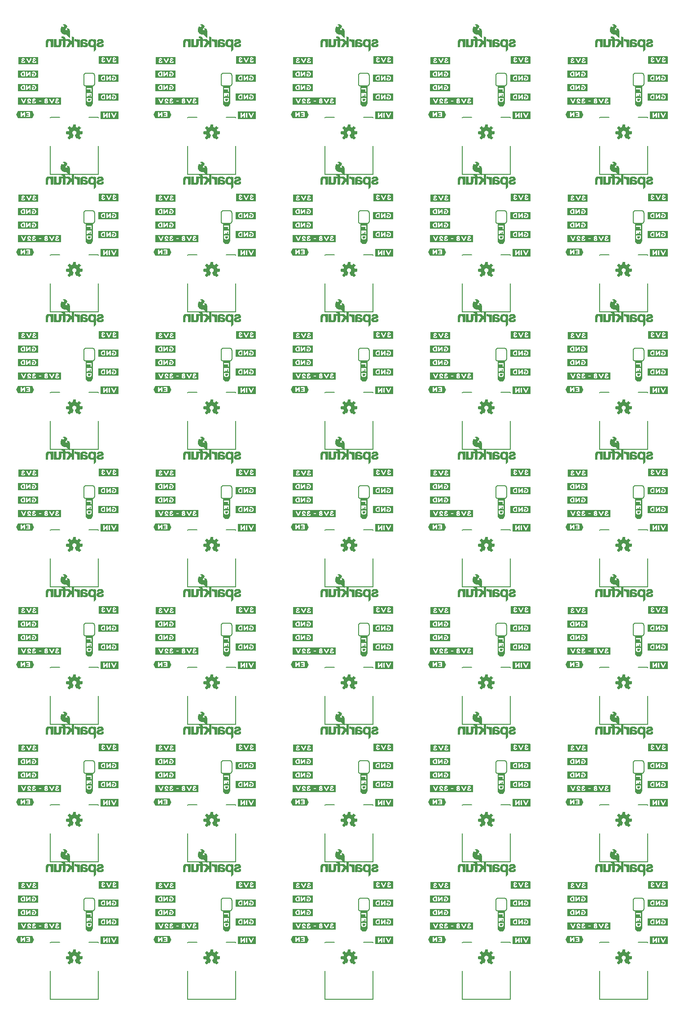
<source format=gbo>
G04 EAGLE Gerber RS-274X export*
G75*
%MOMM*%
%FSLAX34Y34*%
%LPD*%
%INSilkscreen Bottom*%
%IPPOS*%
%AMOC8*
5,1,8,0,0,1.08239X$1,22.5*%
G01*
%ADD10C,0.203200*%

G36*
X620217Y612947D02*
X620217Y612947D01*
X620212Y612954D01*
X620219Y612960D01*
X620219Y626560D01*
X620183Y626607D01*
X620176Y626602D01*
X620170Y626609D01*
X539570Y626609D01*
X539549Y626593D01*
X539535Y626595D01*
X539135Y626195D01*
X539133Y626180D01*
X539123Y626172D01*
X539128Y626165D01*
X539121Y626160D01*
X539121Y613360D01*
X539134Y613342D01*
X539131Y613330D01*
X539431Y612930D01*
X539462Y612922D01*
X539470Y612911D01*
X620170Y612911D01*
X620217Y612947D01*
G37*
G36*
X361137Y872027D02*
X361137Y872027D01*
X361132Y872034D01*
X361139Y872040D01*
X361139Y885640D01*
X361103Y885687D01*
X361096Y885682D01*
X361090Y885689D01*
X280490Y885689D01*
X280469Y885673D01*
X280455Y885675D01*
X280055Y885275D01*
X280053Y885260D01*
X280043Y885252D01*
X280048Y885245D01*
X280041Y885240D01*
X280041Y872440D01*
X280054Y872422D01*
X280051Y872410D01*
X280351Y872010D01*
X280382Y872002D01*
X280390Y871991D01*
X361090Y871991D01*
X361137Y872027D01*
G37*
G36*
X1138377Y1649267D02*
X1138377Y1649267D01*
X1138372Y1649274D01*
X1138379Y1649280D01*
X1138379Y1662880D01*
X1138343Y1662927D01*
X1138336Y1662922D01*
X1138330Y1662929D01*
X1057730Y1662929D01*
X1057709Y1662913D01*
X1057695Y1662915D01*
X1057295Y1662515D01*
X1057293Y1662500D01*
X1057283Y1662492D01*
X1057288Y1662485D01*
X1057281Y1662480D01*
X1057281Y1649680D01*
X1057294Y1649662D01*
X1057291Y1649650D01*
X1057591Y1649250D01*
X1057622Y1649242D01*
X1057630Y1649231D01*
X1138330Y1649231D01*
X1138377Y1649267D01*
G37*
G36*
X879297Y1649267D02*
X879297Y1649267D01*
X879292Y1649274D01*
X879299Y1649280D01*
X879299Y1662880D01*
X879263Y1662927D01*
X879256Y1662922D01*
X879250Y1662929D01*
X798650Y1662929D01*
X798629Y1662913D01*
X798615Y1662915D01*
X798215Y1662515D01*
X798213Y1662500D01*
X798203Y1662492D01*
X798208Y1662485D01*
X798201Y1662480D01*
X798201Y1649680D01*
X798214Y1649662D01*
X798211Y1649650D01*
X798511Y1649250D01*
X798542Y1649242D01*
X798550Y1649231D01*
X879250Y1649231D01*
X879297Y1649267D01*
G37*
G36*
X102057Y94787D02*
X102057Y94787D01*
X102052Y94794D01*
X102059Y94800D01*
X102059Y108400D01*
X102023Y108447D01*
X102016Y108442D01*
X102010Y108449D01*
X21410Y108449D01*
X21389Y108433D01*
X21375Y108435D01*
X20975Y108035D01*
X20973Y108020D01*
X20963Y108012D01*
X20968Y108005D01*
X20961Y108000D01*
X20961Y95200D01*
X20974Y95182D01*
X20971Y95170D01*
X21271Y94770D01*
X21302Y94762D01*
X21310Y94751D01*
X102010Y94751D01*
X102057Y94787D01*
G37*
G36*
X361137Y1390187D02*
X361137Y1390187D01*
X361132Y1390194D01*
X361139Y1390200D01*
X361139Y1403800D01*
X361103Y1403847D01*
X361096Y1403842D01*
X361090Y1403849D01*
X280490Y1403849D01*
X280469Y1403833D01*
X280455Y1403835D01*
X280055Y1403435D01*
X280053Y1403420D01*
X280043Y1403412D01*
X280048Y1403405D01*
X280041Y1403400D01*
X280041Y1390600D01*
X280054Y1390582D01*
X280051Y1390570D01*
X280351Y1390170D01*
X280382Y1390162D01*
X280390Y1390151D01*
X361090Y1390151D01*
X361137Y1390187D01*
G37*
G36*
X361137Y1131107D02*
X361137Y1131107D01*
X361132Y1131114D01*
X361139Y1131120D01*
X361139Y1144720D01*
X361103Y1144767D01*
X361096Y1144762D01*
X361090Y1144769D01*
X280490Y1144769D01*
X280469Y1144753D01*
X280455Y1144755D01*
X280055Y1144355D01*
X280053Y1144340D01*
X280043Y1144332D01*
X280048Y1144325D01*
X280041Y1144320D01*
X280041Y1131520D01*
X280054Y1131502D01*
X280051Y1131490D01*
X280351Y1131090D01*
X280382Y1131082D01*
X280390Y1131071D01*
X361090Y1131071D01*
X361137Y1131107D01*
G37*
G36*
X1138377Y94787D02*
X1138377Y94787D01*
X1138372Y94794D01*
X1138379Y94800D01*
X1138379Y108400D01*
X1138343Y108447D01*
X1138336Y108442D01*
X1138330Y108449D01*
X1057730Y108449D01*
X1057709Y108433D01*
X1057695Y108435D01*
X1057295Y108035D01*
X1057293Y108020D01*
X1057283Y108012D01*
X1057288Y108005D01*
X1057281Y108000D01*
X1057281Y95200D01*
X1057294Y95182D01*
X1057291Y95170D01*
X1057591Y94770D01*
X1057622Y94762D01*
X1057630Y94751D01*
X1138330Y94751D01*
X1138377Y94787D01*
G37*
G36*
X879297Y94787D02*
X879297Y94787D01*
X879292Y94794D01*
X879299Y94800D01*
X879299Y108400D01*
X879263Y108447D01*
X879256Y108442D01*
X879250Y108449D01*
X798650Y108449D01*
X798629Y108433D01*
X798615Y108435D01*
X798215Y108035D01*
X798213Y108020D01*
X798203Y108012D01*
X798208Y108005D01*
X798201Y108000D01*
X798201Y95200D01*
X798214Y95182D01*
X798211Y95170D01*
X798511Y94770D01*
X798542Y94762D01*
X798550Y94751D01*
X879250Y94751D01*
X879297Y94787D01*
G37*
G36*
X620217Y94787D02*
X620217Y94787D01*
X620212Y94794D01*
X620219Y94800D01*
X620219Y108400D01*
X620183Y108447D01*
X620176Y108442D01*
X620170Y108449D01*
X539570Y108449D01*
X539549Y108433D01*
X539535Y108435D01*
X539135Y108035D01*
X539133Y108020D01*
X539123Y108012D01*
X539128Y108005D01*
X539121Y108000D01*
X539121Y95200D01*
X539134Y95182D01*
X539131Y95170D01*
X539431Y94770D01*
X539462Y94762D01*
X539470Y94751D01*
X620170Y94751D01*
X620217Y94787D01*
G37*
G36*
X620217Y1649267D02*
X620217Y1649267D01*
X620212Y1649274D01*
X620219Y1649280D01*
X620219Y1662880D01*
X620183Y1662927D01*
X620176Y1662922D01*
X620170Y1662929D01*
X539570Y1662929D01*
X539549Y1662913D01*
X539535Y1662915D01*
X539135Y1662515D01*
X539133Y1662500D01*
X539123Y1662492D01*
X539128Y1662485D01*
X539121Y1662480D01*
X539121Y1649680D01*
X539134Y1649662D01*
X539131Y1649650D01*
X539431Y1649250D01*
X539462Y1649242D01*
X539470Y1649231D01*
X620170Y1649231D01*
X620217Y1649267D01*
G37*
G36*
X879297Y1131107D02*
X879297Y1131107D01*
X879292Y1131114D01*
X879299Y1131120D01*
X879299Y1144720D01*
X879263Y1144767D01*
X879256Y1144762D01*
X879250Y1144769D01*
X798650Y1144769D01*
X798629Y1144753D01*
X798615Y1144755D01*
X798215Y1144355D01*
X798213Y1144340D01*
X798203Y1144332D01*
X798208Y1144325D01*
X798201Y1144320D01*
X798201Y1131520D01*
X798214Y1131502D01*
X798211Y1131490D01*
X798511Y1131090D01*
X798542Y1131082D01*
X798550Y1131071D01*
X879250Y1131071D01*
X879297Y1131107D01*
G37*
G36*
X102057Y1649267D02*
X102057Y1649267D01*
X102052Y1649274D01*
X102059Y1649280D01*
X102059Y1662880D01*
X102023Y1662927D01*
X102016Y1662922D01*
X102010Y1662929D01*
X21410Y1662929D01*
X21389Y1662913D01*
X21375Y1662915D01*
X20975Y1662515D01*
X20973Y1662500D01*
X20963Y1662492D01*
X20968Y1662485D01*
X20961Y1662480D01*
X20961Y1649680D01*
X20974Y1649662D01*
X20971Y1649650D01*
X21271Y1649250D01*
X21302Y1649242D01*
X21310Y1649231D01*
X102010Y1649231D01*
X102057Y1649267D01*
G37*
G36*
X102057Y1390187D02*
X102057Y1390187D01*
X102052Y1390194D01*
X102059Y1390200D01*
X102059Y1403800D01*
X102023Y1403847D01*
X102016Y1403842D01*
X102010Y1403849D01*
X21410Y1403849D01*
X21389Y1403833D01*
X21375Y1403835D01*
X20975Y1403435D01*
X20973Y1403420D01*
X20963Y1403412D01*
X20968Y1403405D01*
X20961Y1403400D01*
X20961Y1390600D01*
X20974Y1390582D01*
X20971Y1390570D01*
X21271Y1390170D01*
X21302Y1390162D01*
X21310Y1390151D01*
X102010Y1390151D01*
X102057Y1390187D01*
G37*
G36*
X361137Y1649267D02*
X361137Y1649267D01*
X361132Y1649274D01*
X361139Y1649280D01*
X361139Y1662880D01*
X361103Y1662927D01*
X361096Y1662922D01*
X361090Y1662929D01*
X280490Y1662929D01*
X280469Y1662913D01*
X280455Y1662915D01*
X280055Y1662515D01*
X280053Y1662500D01*
X280043Y1662492D01*
X280048Y1662485D01*
X280041Y1662480D01*
X280041Y1649680D01*
X280054Y1649662D01*
X280051Y1649650D01*
X280351Y1649250D01*
X280382Y1649242D01*
X280390Y1649231D01*
X361090Y1649231D01*
X361137Y1649267D01*
G37*
G36*
X1138377Y612947D02*
X1138377Y612947D01*
X1138372Y612954D01*
X1138379Y612960D01*
X1138379Y626560D01*
X1138343Y626607D01*
X1138336Y626602D01*
X1138330Y626609D01*
X1057730Y626609D01*
X1057709Y626593D01*
X1057695Y626595D01*
X1057295Y626195D01*
X1057293Y626180D01*
X1057283Y626172D01*
X1057288Y626165D01*
X1057281Y626160D01*
X1057281Y613360D01*
X1057294Y613342D01*
X1057291Y613330D01*
X1057591Y612930D01*
X1057622Y612922D01*
X1057630Y612911D01*
X1138330Y612911D01*
X1138377Y612947D01*
G37*
G36*
X361137Y612947D02*
X361137Y612947D01*
X361132Y612954D01*
X361139Y612960D01*
X361139Y626560D01*
X361103Y626607D01*
X361096Y626602D01*
X361090Y626609D01*
X280490Y626609D01*
X280469Y626593D01*
X280455Y626595D01*
X280055Y626195D01*
X280053Y626180D01*
X280043Y626172D01*
X280048Y626165D01*
X280041Y626160D01*
X280041Y613360D01*
X280054Y613342D01*
X280051Y613330D01*
X280351Y612930D01*
X280382Y612922D01*
X280390Y612911D01*
X361090Y612911D01*
X361137Y612947D01*
G37*
G36*
X1138377Y872027D02*
X1138377Y872027D01*
X1138372Y872034D01*
X1138379Y872040D01*
X1138379Y885640D01*
X1138343Y885687D01*
X1138336Y885682D01*
X1138330Y885689D01*
X1057730Y885689D01*
X1057709Y885673D01*
X1057695Y885675D01*
X1057295Y885275D01*
X1057293Y885260D01*
X1057283Y885252D01*
X1057288Y885245D01*
X1057281Y885240D01*
X1057281Y872440D01*
X1057294Y872422D01*
X1057291Y872410D01*
X1057591Y872010D01*
X1057622Y872002D01*
X1057630Y871991D01*
X1138330Y871991D01*
X1138377Y872027D01*
G37*
G36*
X879297Y872027D02*
X879297Y872027D01*
X879292Y872034D01*
X879299Y872040D01*
X879299Y885640D01*
X879263Y885687D01*
X879256Y885682D01*
X879250Y885689D01*
X798650Y885689D01*
X798629Y885673D01*
X798615Y885675D01*
X798215Y885275D01*
X798213Y885260D01*
X798203Y885252D01*
X798208Y885245D01*
X798201Y885240D01*
X798201Y872440D01*
X798214Y872422D01*
X798211Y872410D01*
X798511Y872010D01*
X798542Y872002D01*
X798550Y871991D01*
X879250Y871991D01*
X879297Y872027D01*
G37*
G36*
X620217Y872027D02*
X620217Y872027D01*
X620212Y872034D01*
X620219Y872040D01*
X620219Y885640D01*
X620183Y885687D01*
X620176Y885682D01*
X620170Y885689D01*
X539570Y885689D01*
X539549Y885673D01*
X539535Y885675D01*
X539135Y885275D01*
X539133Y885260D01*
X539123Y885252D01*
X539128Y885245D01*
X539121Y885240D01*
X539121Y872440D01*
X539134Y872422D01*
X539131Y872410D01*
X539431Y872010D01*
X539462Y872002D01*
X539470Y871991D01*
X620170Y871991D01*
X620217Y872027D01*
G37*
G36*
X620217Y1390187D02*
X620217Y1390187D01*
X620212Y1390194D01*
X620219Y1390200D01*
X620219Y1403800D01*
X620183Y1403847D01*
X620176Y1403842D01*
X620170Y1403849D01*
X539570Y1403849D01*
X539549Y1403833D01*
X539535Y1403835D01*
X539135Y1403435D01*
X539133Y1403420D01*
X539123Y1403412D01*
X539128Y1403405D01*
X539121Y1403400D01*
X539121Y1390600D01*
X539134Y1390582D01*
X539131Y1390570D01*
X539431Y1390170D01*
X539462Y1390162D01*
X539470Y1390151D01*
X620170Y1390151D01*
X620217Y1390187D01*
G37*
G36*
X879297Y1390187D02*
X879297Y1390187D01*
X879292Y1390194D01*
X879299Y1390200D01*
X879299Y1403800D01*
X879263Y1403847D01*
X879256Y1403842D01*
X879250Y1403849D01*
X798650Y1403849D01*
X798629Y1403833D01*
X798615Y1403835D01*
X798215Y1403435D01*
X798213Y1403420D01*
X798203Y1403412D01*
X798208Y1403405D01*
X798201Y1403400D01*
X798201Y1390600D01*
X798214Y1390582D01*
X798211Y1390570D01*
X798511Y1390170D01*
X798542Y1390162D01*
X798550Y1390151D01*
X879250Y1390151D01*
X879297Y1390187D01*
G37*
G36*
X620217Y353867D02*
X620217Y353867D01*
X620212Y353874D01*
X620219Y353880D01*
X620219Y367480D01*
X620183Y367527D01*
X620176Y367522D01*
X620170Y367529D01*
X539570Y367529D01*
X539549Y367513D01*
X539535Y367515D01*
X539135Y367115D01*
X539133Y367100D01*
X539123Y367092D01*
X539128Y367085D01*
X539121Y367080D01*
X539121Y354280D01*
X539134Y354262D01*
X539131Y354250D01*
X539431Y353850D01*
X539462Y353842D01*
X539470Y353831D01*
X620170Y353831D01*
X620217Y353867D01*
G37*
G36*
X361137Y353867D02*
X361137Y353867D01*
X361132Y353874D01*
X361139Y353880D01*
X361139Y367480D01*
X361103Y367527D01*
X361096Y367522D01*
X361090Y367529D01*
X280490Y367529D01*
X280469Y367513D01*
X280455Y367515D01*
X280055Y367115D01*
X280053Y367100D01*
X280043Y367092D01*
X280048Y367085D01*
X280041Y367080D01*
X280041Y354280D01*
X280054Y354262D01*
X280051Y354250D01*
X280351Y353850D01*
X280382Y353842D01*
X280390Y353831D01*
X361090Y353831D01*
X361137Y353867D01*
G37*
G36*
X102057Y612947D02*
X102057Y612947D01*
X102052Y612954D01*
X102059Y612960D01*
X102059Y626560D01*
X102023Y626607D01*
X102016Y626602D01*
X102010Y626609D01*
X21410Y626609D01*
X21389Y626593D01*
X21375Y626595D01*
X20975Y626195D01*
X20973Y626180D01*
X20963Y626172D01*
X20968Y626165D01*
X20961Y626160D01*
X20961Y613360D01*
X20974Y613342D01*
X20971Y613330D01*
X21271Y612930D01*
X21302Y612922D01*
X21310Y612911D01*
X102010Y612911D01*
X102057Y612947D01*
G37*
G36*
X879297Y353867D02*
X879297Y353867D01*
X879292Y353874D01*
X879299Y353880D01*
X879299Y367480D01*
X879263Y367527D01*
X879256Y367522D01*
X879250Y367529D01*
X798650Y367529D01*
X798629Y367513D01*
X798615Y367515D01*
X798215Y367115D01*
X798213Y367100D01*
X798203Y367092D01*
X798208Y367085D01*
X798201Y367080D01*
X798201Y354280D01*
X798214Y354262D01*
X798211Y354250D01*
X798511Y353850D01*
X798542Y353842D01*
X798550Y353831D01*
X879250Y353831D01*
X879297Y353867D01*
G37*
G36*
X102057Y1131107D02*
X102057Y1131107D01*
X102052Y1131114D01*
X102059Y1131120D01*
X102059Y1144720D01*
X102023Y1144767D01*
X102016Y1144762D01*
X102010Y1144769D01*
X21410Y1144769D01*
X21389Y1144753D01*
X21375Y1144755D01*
X20975Y1144355D01*
X20973Y1144340D01*
X20963Y1144332D01*
X20968Y1144325D01*
X20961Y1144320D01*
X20961Y1131520D01*
X20974Y1131502D01*
X20971Y1131490D01*
X21271Y1131090D01*
X21302Y1131082D01*
X21310Y1131071D01*
X102010Y1131071D01*
X102057Y1131107D01*
G37*
G36*
X102057Y353867D02*
X102057Y353867D01*
X102052Y353874D01*
X102059Y353880D01*
X102059Y367480D01*
X102023Y367527D01*
X102016Y367522D01*
X102010Y367529D01*
X21410Y367529D01*
X21389Y367513D01*
X21375Y367515D01*
X20975Y367115D01*
X20973Y367100D01*
X20963Y367092D01*
X20968Y367085D01*
X20961Y367080D01*
X20961Y354280D01*
X20974Y354262D01*
X20971Y354250D01*
X21271Y353850D01*
X21302Y353842D01*
X21310Y353831D01*
X102010Y353831D01*
X102057Y353867D01*
G37*
G36*
X102057Y872027D02*
X102057Y872027D01*
X102052Y872034D01*
X102059Y872040D01*
X102059Y885640D01*
X102023Y885687D01*
X102016Y885682D01*
X102010Y885689D01*
X21410Y885689D01*
X21389Y885673D01*
X21375Y885675D01*
X20975Y885275D01*
X20973Y885260D01*
X20963Y885252D01*
X20968Y885245D01*
X20961Y885240D01*
X20961Y872440D01*
X20974Y872422D01*
X20971Y872410D01*
X21271Y872010D01*
X21302Y872002D01*
X21310Y871991D01*
X102010Y871991D01*
X102057Y872027D01*
G37*
G36*
X1138377Y353867D02*
X1138377Y353867D01*
X1138372Y353874D01*
X1138379Y353880D01*
X1138379Y367480D01*
X1138343Y367527D01*
X1138336Y367522D01*
X1138330Y367529D01*
X1057730Y367529D01*
X1057709Y367513D01*
X1057695Y367515D01*
X1057295Y367115D01*
X1057293Y367100D01*
X1057283Y367092D01*
X1057288Y367085D01*
X1057281Y367080D01*
X1057281Y354280D01*
X1057294Y354262D01*
X1057291Y354250D01*
X1057591Y353850D01*
X1057622Y353842D01*
X1057630Y353831D01*
X1138330Y353831D01*
X1138377Y353867D01*
G37*
G36*
X1138377Y1131107D02*
X1138377Y1131107D01*
X1138372Y1131114D01*
X1138379Y1131120D01*
X1138379Y1144720D01*
X1138343Y1144767D01*
X1138336Y1144762D01*
X1138330Y1144769D01*
X1057730Y1144769D01*
X1057709Y1144753D01*
X1057695Y1144755D01*
X1057295Y1144355D01*
X1057293Y1144340D01*
X1057283Y1144332D01*
X1057288Y1144325D01*
X1057281Y1144320D01*
X1057281Y1131520D01*
X1057294Y1131502D01*
X1057291Y1131490D01*
X1057591Y1131090D01*
X1057622Y1131082D01*
X1057630Y1131071D01*
X1138330Y1131071D01*
X1138377Y1131107D01*
G37*
G36*
X361137Y94787D02*
X361137Y94787D01*
X361132Y94794D01*
X361139Y94800D01*
X361139Y108400D01*
X361103Y108447D01*
X361096Y108442D01*
X361090Y108449D01*
X280490Y108449D01*
X280469Y108433D01*
X280455Y108435D01*
X280055Y108035D01*
X280053Y108020D01*
X280043Y108012D01*
X280048Y108005D01*
X280041Y108000D01*
X280041Y95200D01*
X280054Y95182D01*
X280051Y95170D01*
X280351Y94770D01*
X280382Y94762D01*
X280390Y94751D01*
X361090Y94751D01*
X361137Y94787D01*
G37*
G36*
X879297Y612947D02*
X879297Y612947D01*
X879292Y612954D01*
X879299Y612960D01*
X879299Y626560D01*
X879263Y626607D01*
X879256Y626602D01*
X879250Y626609D01*
X798650Y626609D01*
X798629Y626593D01*
X798615Y626595D01*
X798215Y626195D01*
X798213Y626180D01*
X798203Y626172D01*
X798208Y626165D01*
X798201Y626160D01*
X798201Y613360D01*
X798214Y613342D01*
X798211Y613330D01*
X798511Y612930D01*
X798542Y612922D01*
X798550Y612911D01*
X879250Y612911D01*
X879297Y612947D01*
G37*
G36*
X620217Y1131107D02*
X620217Y1131107D01*
X620212Y1131114D01*
X620219Y1131120D01*
X620219Y1144720D01*
X620183Y1144767D01*
X620176Y1144762D01*
X620170Y1144769D01*
X539570Y1144769D01*
X539549Y1144753D01*
X539535Y1144755D01*
X539135Y1144355D01*
X539133Y1144340D01*
X539123Y1144332D01*
X539128Y1144325D01*
X539121Y1144320D01*
X539121Y1131520D01*
X539134Y1131502D01*
X539131Y1131490D01*
X539431Y1131090D01*
X539462Y1131082D01*
X539470Y1131071D01*
X620170Y1131071D01*
X620217Y1131107D01*
G37*
G36*
X1138377Y1390187D02*
X1138377Y1390187D01*
X1138372Y1390194D01*
X1138379Y1390200D01*
X1138379Y1403800D01*
X1138343Y1403847D01*
X1138336Y1403842D01*
X1138330Y1403849D01*
X1057730Y1403849D01*
X1057709Y1403833D01*
X1057695Y1403835D01*
X1057295Y1403435D01*
X1057293Y1403420D01*
X1057283Y1403412D01*
X1057288Y1403405D01*
X1057281Y1403400D01*
X1057281Y1390600D01*
X1057294Y1390582D01*
X1057291Y1390570D01*
X1057591Y1390170D01*
X1057622Y1390162D01*
X1057630Y1390151D01*
X1138330Y1390151D01*
X1138377Y1390187D01*
G37*
G36*
X317315Y638314D02*
X317315Y638314D01*
X317318Y638311D01*
X317918Y638411D01*
X317959Y638455D01*
X317956Y638458D01*
X317959Y638460D01*
X317959Y651960D01*
X317923Y652007D01*
X317916Y652002D01*
X317910Y652009D01*
X280710Y652009D01*
X280705Y652006D01*
X280702Y652009D01*
X280102Y651909D01*
X280065Y651870D01*
X280063Y651868D01*
X280063Y651867D01*
X280061Y651865D01*
X280064Y651863D01*
X280061Y651860D01*
X280061Y638360D01*
X280097Y638313D01*
X280104Y638318D01*
X280110Y638311D01*
X317310Y638311D01*
X317315Y638314D01*
G37*
G36*
X576395Y638314D02*
X576395Y638314D01*
X576398Y638311D01*
X576998Y638411D01*
X577039Y638455D01*
X577036Y638458D01*
X577039Y638460D01*
X577039Y651960D01*
X577003Y652007D01*
X576996Y652002D01*
X576990Y652009D01*
X539790Y652009D01*
X539785Y652006D01*
X539782Y652009D01*
X539182Y651909D01*
X539145Y651870D01*
X539143Y651868D01*
X539143Y651867D01*
X539141Y651865D01*
X539144Y651863D01*
X539141Y651860D01*
X539141Y638360D01*
X539177Y638313D01*
X539184Y638318D01*
X539190Y638311D01*
X576390Y638311D01*
X576395Y638314D01*
G37*
G36*
X1094555Y638314D02*
X1094555Y638314D01*
X1094558Y638311D01*
X1095158Y638411D01*
X1095199Y638455D01*
X1095196Y638458D01*
X1095199Y638460D01*
X1095199Y651960D01*
X1095163Y652007D01*
X1095156Y652002D01*
X1095150Y652009D01*
X1057950Y652009D01*
X1057945Y652006D01*
X1057942Y652009D01*
X1057342Y651909D01*
X1057305Y651870D01*
X1057303Y651868D01*
X1057303Y651867D01*
X1057301Y651865D01*
X1057304Y651863D01*
X1057301Y651860D01*
X1057301Y638360D01*
X1057337Y638313D01*
X1057344Y638318D01*
X1057350Y638311D01*
X1094550Y638311D01*
X1094555Y638314D01*
G37*
G36*
X1245685Y1397774D02*
X1245685Y1397774D01*
X1245688Y1397771D01*
X1246288Y1397871D01*
X1246329Y1397915D01*
X1246326Y1397918D01*
X1246329Y1397920D01*
X1246329Y1411420D01*
X1246293Y1411467D01*
X1246286Y1411462D01*
X1246280Y1411469D01*
X1209080Y1411469D01*
X1209075Y1411466D01*
X1209072Y1411469D01*
X1208472Y1411369D01*
X1208435Y1411330D01*
X1208433Y1411328D01*
X1208433Y1411327D01*
X1208431Y1411325D01*
X1208434Y1411323D01*
X1208431Y1411320D01*
X1208431Y1397820D01*
X1208467Y1397773D01*
X1208474Y1397778D01*
X1208480Y1397771D01*
X1245680Y1397771D01*
X1245685Y1397774D01*
G37*
G36*
X209365Y1397774D02*
X209365Y1397774D01*
X209368Y1397771D01*
X209968Y1397871D01*
X210009Y1397915D01*
X210006Y1397918D01*
X210009Y1397920D01*
X210009Y1411420D01*
X209973Y1411467D01*
X209966Y1411462D01*
X209960Y1411469D01*
X172760Y1411469D01*
X172755Y1411466D01*
X172752Y1411469D01*
X172152Y1411369D01*
X172115Y1411330D01*
X172113Y1411328D01*
X172113Y1411327D01*
X172111Y1411325D01*
X172114Y1411323D01*
X172111Y1411320D01*
X172111Y1397820D01*
X172147Y1397773D01*
X172154Y1397778D01*
X172160Y1397771D01*
X209360Y1397771D01*
X209365Y1397774D01*
G37*
G36*
X835475Y379234D02*
X835475Y379234D01*
X835478Y379231D01*
X836078Y379331D01*
X836119Y379375D01*
X836116Y379378D01*
X836119Y379380D01*
X836119Y392880D01*
X836083Y392927D01*
X836076Y392922D01*
X836070Y392929D01*
X798870Y392929D01*
X798865Y392926D01*
X798862Y392929D01*
X798262Y392829D01*
X798225Y392790D01*
X798223Y392788D01*
X798223Y392787D01*
X798221Y392785D01*
X798224Y392783D01*
X798221Y392780D01*
X798221Y379280D01*
X798257Y379233D01*
X798264Y379238D01*
X798270Y379231D01*
X835470Y379231D01*
X835475Y379234D01*
G37*
G36*
X58235Y379234D02*
X58235Y379234D01*
X58238Y379231D01*
X58838Y379331D01*
X58879Y379375D01*
X58876Y379378D01*
X58879Y379380D01*
X58879Y392880D01*
X58843Y392927D01*
X58836Y392922D01*
X58830Y392929D01*
X21630Y392929D01*
X21625Y392926D01*
X21622Y392929D01*
X21022Y392829D01*
X20985Y392790D01*
X20983Y392788D01*
X20983Y392787D01*
X20981Y392785D01*
X20984Y392783D01*
X20981Y392780D01*
X20981Y379280D01*
X21017Y379233D01*
X21024Y379238D01*
X21030Y379231D01*
X58230Y379231D01*
X58235Y379234D01*
G37*
G36*
X727525Y1397774D02*
X727525Y1397774D01*
X727528Y1397771D01*
X728128Y1397871D01*
X728169Y1397915D01*
X728166Y1397918D01*
X728169Y1397920D01*
X728169Y1411420D01*
X728133Y1411467D01*
X728126Y1411462D01*
X728120Y1411469D01*
X690920Y1411469D01*
X690915Y1411466D01*
X690912Y1411469D01*
X690312Y1411369D01*
X690275Y1411330D01*
X690273Y1411328D01*
X690273Y1411327D01*
X690271Y1411325D01*
X690274Y1411323D01*
X690271Y1411320D01*
X690271Y1397820D01*
X690307Y1397773D01*
X690314Y1397778D01*
X690320Y1397771D01*
X727520Y1397771D01*
X727525Y1397774D01*
G37*
G36*
X468445Y1397774D02*
X468445Y1397774D01*
X468448Y1397771D01*
X469048Y1397871D01*
X469089Y1397915D01*
X469086Y1397918D01*
X469089Y1397920D01*
X469089Y1411420D01*
X469053Y1411467D01*
X469046Y1411462D01*
X469040Y1411469D01*
X431840Y1411469D01*
X431835Y1411466D01*
X431832Y1411469D01*
X431232Y1411369D01*
X431195Y1411330D01*
X431193Y1411328D01*
X431193Y1411327D01*
X431191Y1411325D01*
X431194Y1411323D01*
X431191Y1411320D01*
X431191Y1397820D01*
X431227Y1397773D01*
X431234Y1397778D01*
X431240Y1397771D01*
X468440Y1397771D01*
X468445Y1397774D01*
G37*
G36*
X986605Y1397774D02*
X986605Y1397774D01*
X986608Y1397771D01*
X987208Y1397871D01*
X987249Y1397915D01*
X987246Y1397918D01*
X987249Y1397920D01*
X987249Y1411420D01*
X987213Y1411467D01*
X987206Y1411462D01*
X987200Y1411469D01*
X950000Y1411469D01*
X949995Y1411466D01*
X949992Y1411469D01*
X949392Y1411369D01*
X949355Y1411330D01*
X949353Y1411328D01*
X949353Y1411327D01*
X949351Y1411325D01*
X949354Y1411323D01*
X949351Y1411320D01*
X949351Y1397820D01*
X949387Y1397773D01*
X949394Y1397778D01*
X949400Y1397771D01*
X986600Y1397771D01*
X986605Y1397774D01*
G37*
G36*
X835475Y638314D02*
X835475Y638314D01*
X835478Y638311D01*
X836078Y638411D01*
X836119Y638455D01*
X836116Y638458D01*
X836119Y638460D01*
X836119Y651960D01*
X836083Y652007D01*
X836076Y652002D01*
X836070Y652009D01*
X798870Y652009D01*
X798865Y652006D01*
X798862Y652009D01*
X798262Y651909D01*
X798225Y651870D01*
X798223Y651868D01*
X798223Y651867D01*
X798221Y651865D01*
X798224Y651863D01*
X798221Y651860D01*
X798221Y638360D01*
X798257Y638313D01*
X798264Y638318D01*
X798270Y638311D01*
X835470Y638311D01*
X835475Y638314D01*
G37*
G36*
X576395Y897394D02*
X576395Y897394D01*
X576398Y897391D01*
X576998Y897491D01*
X577039Y897535D01*
X577036Y897538D01*
X577039Y897540D01*
X577039Y911040D01*
X577003Y911087D01*
X576996Y911082D01*
X576990Y911089D01*
X539790Y911089D01*
X539785Y911086D01*
X539782Y911089D01*
X539182Y910989D01*
X539145Y910950D01*
X539143Y910948D01*
X539143Y910947D01*
X539141Y910945D01*
X539144Y910943D01*
X539141Y910940D01*
X539141Y897440D01*
X539177Y897393D01*
X539184Y897398D01*
X539190Y897391D01*
X576390Y897391D01*
X576395Y897394D01*
G37*
G36*
X986605Y397014D02*
X986605Y397014D01*
X986608Y397011D01*
X987208Y397111D01*
X987249Y397155D01*
X987246Y397158D01*
X987249Y397160D01*
X987249Y410660D01*
X987213Y410707D01*
X987206Y410702D01*
X987200Y410709D01*
X950000Y410709D01*
X949995Y410706D01*
X949992Y410709D01*
X949392Y410609D01*
X949355Y410570D01*
X949353Y410568D01*
X949353Y410567D01*
X949351Y410565D01*
X949354Y410563D01*
X949351Y410560D01*
X949351Y397060D01*
X949387Y397013D01*
X949394Y397018D01*
X949400Y397011D01*
X986600Y397011D01*
X986605Y397014D01*
G37*
G36*
X58235Y638314D02*
X58235Y638314D01*
X58238Y638311D01*
X58838Y638411D01*
X58879Y638455D01*
X58876Y638458D01*
X58879Y638460D01*
X58879Y651960D01*
X58843Y652007D01*
X58836Y652002D01*
X58830Y652009D01*
X21630Y652009D01*
X21625Y652006D01*
X21622Y652009D01*
X21022Y651909D01*
X20985Y651870D01*
X20983Y651868D01*
X20983Y651867D01*
X20981Y651865D01*
X20984Y651863D01*
X20981Y651860D01*
X20981Y638360D01*
X21017Y638313D01*
X21024Y638318D01*
X21030Y638311D01*
X58230Y638311D01*
X58235Y638314D01*
G37*
G36*
X317315Y897394D02*
X317315Y897394D01*
X317318Y897391D01*
X317918Y897491D01*
X317959Y897535D01*
X317956Y897538D01*
X317959Y897540D01*
X317959Y911040D01*
X317923Y911087D01*
X317916Y911082D01*
X317910Y911089D01*
X280710Y911089D01*
X280705Y911086D01*
X280702Y911089D01*
X280102Y910989D01*
X280065Y910950D01*
X280063Y910948D01*
X280063Y910947D01*
X280061Y910945D01*
X280064Y910943D01*
X280061Y910940D01*
X280061Y897440D01*
X280097Y897393D01*
X280104Y897398D01*
X280110Y897391D01*
X317310Y897391D01*
X317315Y897394D01*
G37*
G36*
X1245685Y397014D02*
X1245685Y397014D01*
X1245688Y397011D01*
X1246288Y397111D01*
X1246329Y397155D01*
X1246326Y397158D01*
X1246329Y397160D01*
X1246329Y410660D01*
X1246293Y410707D01*
X1246286Y410702D01*
X1246280Y410709D01*
X1209080Y410709D01*
X1209075Y410706D01*
X1209072Y410709D01*
X1208472Y410609D01*
X1208435Y410570D01*
X1208433Y410568D01*
X1208433Y410567D01*
X1208431Y410565D01*
X1208434Y410563D01*
X1208431Y410560D01*
X1208431Y397060D01*
X1208467Y397013D01*
X1208474Y397018D01*
X1208480Y397011D01*
X1245680Y397011D01*
X1245685Y397014D01*
G37*
G36*
X209365Y397014D02*
X209365Y397014D01*
X209368Y397011D01*
X209968Y397111D01*
X210009Y397155D01*
X210006Y397158D01*
X210009Y397160D01*
X210009Y410660D01*
X209973Y410707D01*
X209966Y410702D01*
X209960Y410709D01*
X172760Y410709D01*
X172755Y410706D01*
X172752Y410709D01*
X172152Y410609D01*
X172115Y410570D01*
X172113Y410568D01*
X172113Y410567D01*
X172111Y410565D01*
X172114Y410563D01*
X172111Y410560D01*
X172111Y397060D01*
X172147Y397013D01*
X172154Y397018D01*
X172160Y397011D01*
X209360Y397011D01*
X209365Y397014D01*
G37*
G36*
X209365Y137934D02*
X209365Y137934D01*
X209368Y137931D01*
X209968Y138031D01*
X210009Y138075D01*
X210006Y138078D01*
X210009Y138080D01*
X210009Y151580D01*
X209973Y151627D01*
X209966Y151622D01*
X209960Y151629D01*
X172760Y151629D01*
X172755Y151626D01*
X172752Y151629D01*
X172152Y151529D01*
X172115Y151490D01*
X172113Y151488D01*
X172113Y151487D01*
X172111Y151485D01*
X172114Y151483D01*
X172111Y151480D01*
X172111Y137980D01*
X172147Y137933D01*
X172154Y137938D01*
X172160Y137931D01*
X209360Y137931D01*
X209365Y137934D01*
G37*
G36*
X835475Y897394D02*
X835475Y897394D01*
X835478Y897391D01*
X836078Y897491D01*
X836119Y897535D01*
X836116Y897538D01*
X836119Y897540D01*
X836119Y911040D01*
X836083Y911087D01*
X836076Y911082D01*
X836070Y911089D01*
X798870Y911089D01*
X798865Y911086D01*
X798862Y911089D01*
X798262Y910989D01*
X798225Y910950D01*
X798223Y910948D01*
X798223Y910947D01*
X798221Y910945D01*
X798224Y910943D01*
X798221Y910940D01*
X798221Y897440D01*
X798257Y897393D01*
X798264Y897398D01*
X798270Y897391D01*
X835470Y897391D01*
X835475Y897394D01*
G37*
G36*
X1245685Y620534D02*
X1245685Y620534D01*
X1245688Y620531D01*
X1246288Y620631D01*
X1246329Y620675D01*
X1246326Y620678D01*
X1246329Y620680D01*
X1246329Y634180D01*
X1246293Y634227D01*
X1246286Y634222D01*
X1246280Y634229D01*
X1209080Y634229D01*
X1209075Y634226D01*
X1209072Y634229D01*
X1208472Y634129D01*
X1208435Y634090D01*
X1208433Y634088D01*
X1208433Y634087D01*
X1208431Y634085D01*
X1208434Y634083D01*
X1208431Y634080D01*
X1208431Y620580D01*
X1208467Y620533D01*
X1208474Y620538D01*
X1208480Y620531D01*
X1245680Y620531D01*
X1245685Y620534D01*
G37*
G36*
X209365Y620534D02*
X209365Y620534D01*
X209368Y620531D01*
X209968Y620631D01*
X210009Y620675D01*
X210006Y620678D01*
X210009Y620680D01*
X210009Y634180D01*
X209973Y634227D01*
X209966Y634222D01*
X209960Y634229D01*
X172760Y634229D01*
X172755Y634226D01*
X172752Y634229D01*
X172152Y634129D01*
X172115Y634090D01*
X172113Y634088D01*
X172113Y634087D01*
X172111Y634085D01*
X172114Y634083D01*
X172111Y634080D01*
X172111Y620580D01*
X172147Y620533D01*
X172154Y620538D01*
X172160Y620531D01*
X209360Y620531D01*
X209365Y620534D01*
G37*
G36*
X58235Y1415554D02*
X58235Y1415554D01*
X58238Y1415551D01*
X58838Y1415651D01*
X58879Y1415695D01*
X58876Y1415698D01*
X58879Y1415700D01*
X58879Y1429200D01*
X58843Y1429247D01*
X58836Y1429242D01*
X58830Y1429249D01*
X21630Y1429249D01*
X21625Y1429246D01*
X21622Y1429249D01*
X21022Y1429149D01*
X20985Y1429110D01*
X20983Y1429108D01*
X20983Y1429107D01*
X20981Y1429105D01*
X20984Y1429103D01*
X20981Y1429100D01*
X20981Y1415600D01*
X21017Y1415553D01*
X21024Y1415558D01*
X21030Y1415551D01*
X58230Y1415551D01*
X58235Y1415554D01*
G37*
G36*
X317315Y1415554D02*
X317315Y1415554D01*
X317318Y1415551D01*
X317918Y1415651D01*
X317959Y1415695D01*
X317956Y1415698D01*
X317959Y1415700D01*
X317959Y1429200D01*
X317923Y1429247D01*
X317916Y1429242D01*
X317910Y1429249D01*
X280710Y1429249D01*
X280705Y1429246D01*
X280702Y1429249D01*
X280102Y1429149D01*
X280065Y1429110D01*
X280063Y1429108D01*
X280063Y1429107D01*
X280061Y1429105D01*
X280064Y1429103D01*
X280061Y1429100D01*
X280061Y1415600D01*
X280097Y1415553D01*
X280104Y1415558D01*
X280110Y1415551D01*
X317310Y1415551D01*
X317315Y1415554D01*
G37*
G36*
X576395Y1415554D02*
X576395Y1415554D01*
X576398Y1415551D01*
X576998Y1415651D01*
X577039Y1415695D01*
X577036Y1415698D01*
X577039Y1415700D01*
X577039Y1429200D01*
X577003Y1429247D01*
X576996Y1429242D01*
X576990Y1429249D01*
X539790Y1429249D01*
X539785Y1429246D01*
X539782Y1429249D01*
X539182Y1429149D01*
X539145Y1429110D01*
X539143Y1429108D01*
X539143Y1429107D01*
X539141Y1429105D01*
X539144Y1429103D01*
X539141Y1429100D01*
X539141Y1415600D01*
X539177Y1415553D01*
X539184Y1415558D01*
X539190Y1415551D01*
X576390Y1415551D01*
X576395Y1415554D01*
G37*
G36*
X1094555Y1415554D02*
X1094555Y1415554D01*
X1094558Y1415551D01*
X1095158Y1415651D01*
X1095199Y1415695D01*
X1095196Y1415698D01*
X1095199Y1415700D01*
X1095199Y1429200D01*
X1095163Y1429247D01*
X1095156Y1429242D01*
X1095150Y1429249D01*
X1057950Y1429249D01*
X1057945Y1429246D01*
X1057942Y1429249D01*
X1057342Y1429149D01*
X1057305Y1429110D01*
X1057303Y1429108D01*
X1057303Y1429107D01*
X1057301Y1429105D01*
X1057304Y1429103D01*
X1057301Y1429100D01*
X1057301Y1415600D01*
X1057337Y1415553D01*
X1057344Y1415558D01*
X1057350Y1415551D01*
X1094550Y1415551D01*
X1094555Y1415554D01*
G37*
G36*
X835475Y1415554D02*
X835475Y1415554D01*
X835478Y1415551D01*
X836078Y1415651D01*
X836119Y1415695D01*
X836116Y1415698D01*
X836119Y1415700D01*
X836119Y1429200D01*
X836083Y1429247D01*
X836076Y1429242D01*
X836070Y1429249D01*
X798870Y1429249D01*
X798865Y1429246D01*
X798862Y1429249D01*
X798262Y1429149D01*
X798225Y1429110D01*
X798223Y1429108D01*
X798223Y1429107D01*
X798221Y1429105D01*
X798224Y1429103D01*
X798221Y1429100D01*
X798221Y1415600D01*
X798257Y1415553D01*
X798264Y1415558D01*
X798270Y1415551D01*
X835470Y1415551D01*
X835475Y1415554D01*
G37*
G36*
X58235Y404634D02*
X58235Y404634D01*
X58238Y404631D01*
X58838Y404731D01*
X58879Y404775D01*
X58876Y404778D01*
X58879Y404780D01*
X58879Y418280D01*
X58843Y418327D01*
X58836Y418322D01*
X58830Y418329D01*
X21630Y418329D01*
X21625Y418326D01*
X21622Y418329D01*
X21022Y418229D01*
X20985Y418190D01*
X20983Y418188D01*
X20983Y418187D01*
X20981Y418185D01*
X20984Y418183D01*
X20981Y418180D01*
X20981Y404680D01*
X21017Y404633D01*
X21024Y404638D01*
X21030Y404631D01*
X58230Y404631D01*
X58235Y404634D01*
G37*
G36*
X1094555Y1156474D02*
X1094555Y1156474D01*
X1094558Y1156471D01*
X1095158Y1156571D01*
X1095199Y1156615D01*
X1095196Y1156618D01*
X1095199Y1156620D01*
X1095199Y1170120D01*
X1095163Y1170167D01*
X1095156Y1170162D01*
X1095150Y1170169D01*
X1057950Y1170169D01*
X1057945Y1170166D01*
X1057942Y1170169D01*
X1057342Y1170069D01*
X1057305Y1170030D01*
X1057303Y1170028D01*
X1057303Y1170027D01*
X1057301Y1170025D01*
X1057304Y1170023D01*
X1057301Y1170020D01*
X1057301Y1156520D01*
X1057337Y1156473D01*
X1057344Y1156478D01*
X1057350Y1156471D01*
X1094550Y1156471D01*
X1094555Y1156474D01*
G37*
G36*
X727525Y620534D02*
X727525Y620534D01*
X727528Y620531D01*
X728128Y620631D01*
X728169Y620675D01*
X728166Y620678D01*
X728169Y620680D01*
X728169Y634180D01*
X728133Y634227D01*
X728126Y634222D01*
X728120Y634229D01*
X690920Y634229D01*
X690915Y634226D01*
X690912Y634229D01*
X690312Y634129D01*
X690275Y634090D01*
X690273Y634088D01*
X690273Y634087D01*
X690271Y634085D01*
X690274Y634083D01*
X690271Y634080D01*
X690271Y620580D01*
X690307Y620533D01*
X690314Y620538D01*
X690320Y620531D01*
X727520Y620531D01*
X727525Y620534D01*
G37*
G36*
X986605Y620534D02*
X986605Y620534D01*
X986608Y620531D01*
X987208Y620631D01*
X987249Y620675D01*
X987246Y620678D01*
X987249Y620680D01*
X987249Y634180D01*
X987213Y634227D01*
X987206Y634222D01*
X987200Y634229D01*
X950000Y634229D01*
X949995Y634226D01*
X949992Y634229D01*
X949392Y634129D01*
X949355Y634090D01*
X949353Y634088D01*
X949353Y634087D01*
X949351Y634085D01*
X949354Y634083D01*
X949351Y634080D01*
X949351Y620580D01*
X949387Y620533D01*
X949394Y620538D01*
X949400Y620531D01*
X986600Y620531D01*
X986605Y620534D01*
G37*
G36*
X468445Y620534D02*
X468445Y620534D01*
X468448Y620531D01*
X469048Y620631D01*
X469089Y620675D01*
X469086Y620678D01*
X469089Y620680D01*
X469089Y634180D01*
X469053Y634227D01*
X469046Y634222D01*
X469040Y634229D01*
X431840Y634229D01*
X431835Y634226D01*
X431832Y634229D01*
X431232Y634129D01*
X431195Y634090D01*
X431193Y634088D01*
X431193Y634087D01*
X431191Y634085D01*
X431194Y634083D01*
X431191Y634080D01*
X431191Y620580D01*
X431227Y620533D01*
X431234Y620538D01*
X431240Y620531D01*
X468440Y620531D01*
X468445Y620534D01*
G37*
G36*
X1094555Y1181874D02*
X1094555Y1181874D01*
X1094558Y1181871D01*
X1095158Y1181971D01*
X1095199Y1182015D01*
X1095196Y1182018D01*
X1095199Y1182020D01*
X1095199Y1195520D01*
X1095163Y1195567D01*
X1095156Y1195562D01*
X1095150Y1195569D01*
X1057950Y1195569D01*
X1057945Y1195566D01*
X1057942Y1195569D01*
X1057342Y1195469D01*
X1057305Y1195430D01*
X1057303Y1195428D01*
X1057303Y1195427D01*
X1057301Y1195425D01*
X1057304Y1195423D01*
X1057301Y1195420D01*
X1057301Y1181920D01*
X1057337Y1181873D01*
X1057344Y1181878D01*
X1057350Y1181871D01*
X1094550Y1181871D01*
X1094555Y1181874D01*
G37*
G36*
X58235Y1181874D02*
X58235Y1181874D01*
X58238Y1181871D01*
X58838Y1181971D01*
X58879Y1182015D01*
X58876Y1182018D01*
X58879Y1182020D01*
X58879Y1195520D01*
X58843Y1195567D01*
X58836Y1195562D01*
X58830Y1195569D01*
X21630Y1195569D01*
X21625Y1195566D01*
X21622Y1195569D01*
X21022Y1195469D01*
X20985Y1195430D01*
X20983Y1195428D01*
X20983Y1195427D01*
X20981Y1195425D01*
X20984Y1195423D01*
X20981Y1195420D01*
X20981Y1181920D01*
X21017Y1181873D01*
X21024Y1181878D01*
X21030Y1181871D01*
X58230Y1181871D01*
X58235Y1181874D01*
G37*
G36*
X1245685Y137934D02*
X1245685Y137934D01*
X1245688Y137931D01*
X1246288Y138031D01*
X1246329Y138075D01*
X1246326Y138078D01*
X1246329Y138080D01*
X1246329Y151580D01*
X1246293Y151627D01*
X1246286Y151622D01*
X1246280Y151629D01*
X1209080Y151629D01*
X1209075Y151626D01*
X1209072Y151629D01*
X1208472Y151529D01*
X1208435Y151490D01*
X1208433Y151488D01*
X1208433Y151487D01*
X1208431Y151485D01*
X1208434Y151483D01*
X1208431Y151480D01*
X1208431Y137980D01*
X1208467Y137933D01*
X1208474Y137938D01*
X1208480Y137931D01*
X1245680Y137931D01*
X1245685Y137934D01*
G37*
G36*
X468445Y137934D02*
X468445Y137934D01*
X468448Y137931D01*
X469048Y138031D01*
X469089Y138075D01*
X469086Y138078D01*
X469089Y138080D01*
X469089Y151580D01*
X469053Y151627D01*
X469046Y151622D01*
X469040Y151629D01*
X431840Y151629D01*
X431835Y151626D01*
X431832Y151629D01*
X431232Y151529D01*
X431195Y151490D01*
X431193Y151488D01*
X431193Y151487D01*
X431191Y151485D01*
X431194Y151483D01*
X431191Y151480D01*
X431191Y137980D01*
X431227Y137933D01*
X431234Y137938D01*
X431240Y137931D01*
X468440Y137931D01*
X468445Y137934D01*
G37*
G36*
X727525Y137934D02*
X727525Y137934D01*
X727528Y137931D01*
X728128Y138031D01*
X728169Y138075D01*
X728166Y138078D01*
X728169Y138080D01*
X728169Y151580D01*
X728133Y151627D01*
X728126Y151622D01*
X728120Y151629D01*
X690920Y151629D01*
X690915Y151626D01*
X690912Y151629D01*
X690312Y151529D01*
X690275Y151490D01*
X690273Y151488D01*
X690273Y151487D01*
X690271Y151485D01*
X690274Y151483D01*
X690271Y151480D01*
X690271Y137980D01*
X690307Y137933D01*
X690314Y137938D01*
X690320Y137931D01*
X727520Y137931D01*
X727525Y137934D01*
G37*
G36*
X1094555Y404634D02*
X1094555Y404634D01*
X1094558Y404631D01*
X1095158Y404731D01*
X1095199Y404775D01*
X1095196Y404778D01*
X1095199Y404780D01*
X1095199Y418280D01*
X1095163Y418327D01*
X1095156Y418322D01*
X1095150Y418329D01*
X1057950Y418329D01*
X1057945Y418326D01*
X1057942Y418329D01*
X1057342Y418229D01*
X1057305Y418190D01*
X1057303Y418188D01*
X1057303Y418187D01*
X1057301Y418185D01*
X1057304Y418183D01*
X1057301Y418180D01*
X1057301Y404680D01*
X1057337Y404633D01*
X1057344Y404638D01*
X1057350Y404631D01*
X1094550Y404631D01*
X1094555Y404634D01*
G37*
G36*
X576395Y1156474D02*
X576395Y1156474D01*
X576398Y1156471D01*
X576998Y1156571D01*
X577039Y1156615D01*
X577036Y1156618D01*
X577039Y1156620D01*
X577039Y1170120D01*
X577003Y1170167D01*
X576996Y1170162D01*
X576990Y1170169D01*
X539790Y1170169D01*
X539785Y1170166D01*
X539782Y1170169D01*
X539182Y1170069D01*
X539145Y1170030D01*
X539143Y1170028D01*
X539143Y1170027D01*
X539141Y1170025D01*
X539144Y1170023D01*
X539141Y1170020D01*
X539141Y1156520D01*
X539177Y1156473D01*
X539184Y1156478D01*
X539190Y1156471D01*
X576390Y1156471D01*
X576395Y1156474D01*
G37*
G36*
X317315Y1156474D02*
X317315Y1156474D01*
X317318Y1156471D01*
X317918Y1156571D01*
X317959Y1156615D01*
X317956Y1156618D01*
X317959Y1156620D01*
X317959Y1170120D01*
X317923Y1170167D01*
X317916Y1170162D01*
X317910Y1170169D01*
X280710Y1170169D01*
X280705Y1170166D01*
X280702Y1170169D01*
X280102Y1170069D01*
X280065Y1170030D01*
X280063Y1170028D01*
X280063Y1170027D01*
X280061Y1170025D01*
X280064Y1170023D01*
X280061Y1170020D01*
X280061Y1156520D01*
X280097Y1156473D01*
X280104Y1156478D01*
X280110Y1156471D01*
X317310Y1156471D01*
X317315Y1156474D01*
G37*
G36*
X835475Y1156474D02*
X835475Y1156474D01*
X835478Y1156471D01*
X836078Y1156571D01*
X836119Y1156615D01*
X836116Y1156618D01*
X836119Y1156620D01*
X836119Y1170120D01*
X836083Y1170167D01*
X836076Y1170162D01*
X836070Y1170169D01*
X798870Y1170169D01*
X798865Y1170166D01*
X798862Y1170169D01*
X798262Y1170069D01*
X798225Y1170030D01*
X798223Y1170028D01*
X798223Y1170027D01*
X798221Y1170025D01*
X798224Y1170023D01*
X798221Y1170020D01*
X798221Y1156520D01*
X798257Y1156473D01*
X798264Y1156478D01*
X798270Y1156471D01*
X835470Y1156471D01*
X835475Y1156474D01*
G37*
G36*
X58235Y1156474D02*
X58235Y1156474D01*
X58238Y1156471D01*
X58838Y1156571D01*
X58879Y1156615D01*
X58876Y1156618D01*
X58879Y1156620D01*
X58879Y1170120D01*
X58843Y1170167D01*
X58836Y1170162D01*
X58830Y1170169D01*
X21630Y1170169D01*
X21625Y1170166D01*
X21622Y1170169D01*
X21022Y1170069D01*
X20985Y1170030D01*
X20983Y1170028D01*
X20983Y1170027D01*
X20981Y1170025D01*
X20984Y1170023D01*
X20981Y1170020D01*
X20981Y1156520D01*
X21017Y1156473D01*
X21024Y1156478D01*
X21030Y1156471D01*
X58230Y1156471D01*
X58235Y1156474D01*
G37*
G36*
X986605Y1433334D02*
X986605Y1433334D01*
X986608Y1433331D01*
X987208Y1433431D01*
X987249Y1433475D01*
X987246Y1433478D01*
X987249Y1433480D01*
X987249Y1446980D01*
X987213Y1447027D01*
X987206Y1447022D01*
X987200Y1447029D01*
X950000Y1447029D01*
X949995Y1447026D01*
X949992Y1447029D01*
X949392Y1446929D01*
X949355Y1446890D01*
X949353Y1446888D01*
X949353Y1446887D01*
X949351Y1446885D01*
X949354Y1446883D01*
X949351Y1446880D01*
X949351Y1433380D01*
X949387Y1433333D01*
X949394Y1433338D01*
X949400Y1433331D01*
X986600Y1433331D01*
X986605Y1433334D01*
G37*
G36*
X1245685Y1433334D02*
X1245685Y1433334D01*
X1245688Y1433331D01*
X1246288Y1433431D01*
X1246329Y1433475D01*
X1246326Y1433478D01*
X1246329Y1433480D01*
X1246329Y1446980D01*
X1246293Y1447027D01*
X1246286Y1447022D01*
X1246280Y1447029D01*
X1209080Y1447029D01*
X1209075Y1447026D01*
X1209072Y1447029D01*
X1208472Y1446929D01*
X1208435Y1446890D01*
X1208433Y1446888D01*
X1208433Y1446887D01*
X1208431Y1446885D01*
X1208434Y1446883D01*
X1208431Y1446880D01*
X1208431Y1433380D01*
X1208467Y1433333D01*
X1208474Y1433338D01*
X1208480Y1433331D01*
X1245680Y1433331D01*
X1245685Y1433334D01*
G37*
G36*
X209365Y879614D02*
X209365Y879614D01*
X209368Y879611D01*
X209968Y879711D01*
X210009Y879755D01*
X210006Y879758D01*
X210009Y879760D01*
X210009Y893260D01*
X209973Y893307D01*
X209966Y893302D01*
X209960Y893309D01*
X172760Y893309D01*
X172755Y893306D01*
X172752Y893309D01*
X172152Y893209D01*
X172115Y893170D01*
X172113Y893168D01*
X172113Y893167D01*
X172111Y893165D01*
X172114Y893163D01*
X172111Y893160D01*
X172111Y879660D01*
X172147Y879613D01*
X172154Y879618D01*
X172160Y879611D01*
X209360Y879611D01*
X209365Y879614D01*
G37*
G36*
X1245685Y879614D02*
X1245685Y879614D01*
X1245688Y879611D01*
X1246288Y879711D01*
X1246329Y879755D01*
X1246326Y879758D01*
X1246329Y879760D01*
X1246329Y893260D01*
X1246293Y893307D01*
X1246286Y893302D01*
X1246280Y893309D01*
X1209080Y893309D01*
X1209075Y893306D01*
X1209072Y893309D01*
X1208472Y893209D01*
X1208435Y893170D01*
X1208433Y893168D01*
X1208433Y893167D01*
X1208431Y893165D01*
X1208434Y893163D01*
X1208431Y893160D01*
X1208431Y879660D01*
X1208467Y879613D01*
X1208474Y879618D01*
X1208480Y879611D01*
X1245680Y879611D01*
X1245685Y879614D01*
G37*
G36*
X209365Y1433334D02*
X209365Y1433334D01*
X209368Y1433331D01*
X209968Y1433431D01*
X210009Y1433475D01*
X210006Y1433478D01*
X210009Y1433480D01*
X210009Y1446980D01*
X209973Y1447027D01*
X209966Y1447022D01*
X209960Y1447029D01*
X172760Y1447029D01*
X172755Y1447026D01*
X172752Y1447029D01*
X172152Y1446929D01*
X172115Y1446890D01*
X172113Y1446888D01*
X172113Y1446887D01*
X172111Y1446885D01*
X172114Y1446883D01*
X172111Y1446880D01*
X172111Y1433380D01*
X172147Y1433333D01*
X172154Y1433338D01*
X172160Y1433331D01*
X209360Y1433331D01*
X209365Y1433334D01*
G37*
G36*
X468445Y1433334D02*
X468445Y1433334D01*
X468448Y1433331D01*
X469048Y1433431D01*
X469089Y1433475D01*
X469086Y1433478D01*
X469089Y1433480D01*
X469089Y1446980D01*
X469053Y1447027D01*
X469046Y1447022D01*
X469040Y1447029D01*
X431840Y1447029D01*
X431835Y1447026D01*
X431832Y1447029D01*
X431232Y1446929D01*
X431195Y1446890D01*
X431193Y1446888D01*
X431193Y1446887D01*
X431191Y1446885D01*
X431194Y1446883D01*
X431191Y1446880D01*
X431191Y1433380D01*
X431227Y1433333D01*
X431234Y1433338D01*
X431240Y1433331D01*
X468440Y1433331D01*
X468445Y1433334D01*
G37*
G36*
X727525Y1433334D02*
X727525Y1433334D01*
X727528Y1433331D01*
X728128Y1433431D01*
X728169Y1433475D01*
X728166Y1433478D01*
X728169Y1433480D01*
X728169Y1446980D01*
X728133Y1447027D01*
X728126Y1447022D01*
X728120Y1447029D01*
X690920Y1447029D01*
X690915Y1447026D01*
X690912Y1447029D01*
X690312Y1446929D01*
X690275Y1446890D01*
X690273Y1446888D01*
X690273Y1446887D01*
X690271Y1446885D01*
X690274Y1446883D01*
X690271Y1446880D01*
X690271Y1433380D01*
X690307Y1433333D01*
X690314Y1433338D01*
X690320Y1433331D01*
X727520Y1433331D01*
X727525Y1433334D01*
G37*
G36*
X986605Y137934D02*
X986605Y137934D01*
X986608Y137931D01*
X987208Y138031D01*
X987249Y138075D01*
X987246Y138078D01*
X987249Y138080D01*
X987249Y151580D01*
X987213Y151627D01*
X987206Y151622D01*
X987200Y151629D01*
X950000Y151629D01*
X949995Y151626D01*
X949992Y151629D01*
X949392Y151529D01*
X949355Y151490D01*
X949353Y151488D01*
X949353Y151487D01*
X949351Y151485D01*
X949354Y151483D01*
X949351Y151480D01*
X949351Y137980D01*
X949387Y137933D01*
X949394Y137938D01*
X949400Y137931D01*
X986600Y137931D01*
X986605Y137934D01*
G37*
G36*
X727525Y879614D02*
X727525Y879614D01*
X727528Y879611D01*
X728128Y879711D01*
X728169Y879755D01*
X728166Y879758D01*
X728169Y879760D01*
X728169Y893260D01*
X728133Y893307D01*
X728126Y893302D01*
X728120Y893309D01*
X690920Y893309D01*
X690915Y893306D01*
X690912Y893309D01*
X690312Y893209D01*
X690275Y893170D01*
X690273Y893168D01*
X690273Y893167D01*
X690271Y893165D01*
X690274Y893163D01*
X690271Y893160D01*
X690271Y879660D01*
X690307Y879613D01*
X690314Y879618D01*
X690320Y879611D01*
X727520Y879611D01*
X727525Y879614D01*
G37*
G36*
X468445Y879614D02*
X468445Y879614D01*
X468448Y879611D01*
X469048Y879711D01*
X469089Y879755D01*
X469086Y879758D01*
X469089Y879760D01*
X469089Y893260D01*
X469053Y893307D01*
X469046Y893302D01*
X469040Y893309D01*
X431840Y893309D01*
X431835Y893306D01*
X431832Y893309D01*
X431232Y893209D01*
X431195Y893170D01*
X431193Y893168D01*
X431193Y893167D01*
X431191Y893165D01*
X431194Y893163D01*
X431191Y893160D01*
X431191Y879660D01*
X431227Y879613D01*
X431234Y879618D01*
X431240Y879611D01*
X468440Y879611D01*
X468445Y879614D01*
G37*
G36*
X58235Y1440954D02*
X58235Y1440954D01*
X58238Y1440951D01*
X58838Y1441051D01*
X58879Y1441095D01*
X58876Y1441098D01*
X58879Y1441100D01*
X58879Y1454600D01*
X58843Y1454647D01*
X58836Y1454642D01*
X58830Y1454649D01*
X21630Y1454649D01*
X21625Y1454646D01*
X21622Y1454649D01*
X21022Y1454549D01*
X20985Y1454510D01*
X20983Y1454508D01*
X20983Y1454507D01*
X20981Y1454505D01*
X20984Y1454503D01*
X20981Y1454500D01*
X20981Y1441000D01*
X21017Y1440953D01*
X21024Y1440958D01*
X21030Y1440951D01*
X58230Y1440951D01*
X58235Y1440954D01*
G37*
G36*
X1094555Y1440954D02*
X1094555Y1440954D01*
X1094558Y1440951D01*
X1095158Y1441051D01*
X1095199Y1441095D01*
X1095196Y1441098D01*
X1095199Y1441100D01*
X1095199Y1454600D01*
X1095163Y1454647D01*
X1095156Y1454642D01*
X1095150Y1454649D01*
X1057950Y1454649D01*
X1057945Y1454646D01*
X1057942Y1454649D01*
X1057342Y1454549D01*
X1057305Y1454510D01*
X1057303Y1454508D01*
X1057303Y1454507D01*
X1057301Y1454505D01*
X1057304Y1454503D01*
X1057301Y1454500D01*
X1057301Y1441000D01*
X1057337Y1440953D01*
X1057344Y1440958D01*
X1057350Y1440951D01*
X1094550Y1440951D01*
X1094555Y1440954D01*
G37*
G36*
X576395Y1440954D02*
X576395Y1440954D01*
X576398Y1440951D01*
X576998Y1441051D01*
X577039Y1441095D01*
X577036Y1441098D01*
X577039Y1441100D01*
X577039Y1454600D01*
X577003Y1454647D01*
X576996Y1454642D01*
X576990Y1454649D01*
X539790Y1454649D01*
X539785Y1454646D01*
X539782Y1454649D01*
X539182Y1454549D01*
X539145Y1454510D01*
X539143Y1454508D01*
X539143Y1454507D01*
X539141Y1454505D01*
X539144Y1454503D01*
X539141Y1454500D01*
X539141Y1441000D01*
X539177Y1440953D01*
X539184Y1440958D01*
X539190Y1440951D01*
X576390Y1440951D01*
X576395Y1440954D01*
G37*
G36*
X317315Y1440954D02*
X317315Y1440954D01*
X317318Y1440951D01*
X317918Y1441051D01*
X317959Y1441095D01*
X317956Y1441098D01*
X317959Y1441100D01*
X317959Y1454600D01*
X317923Y1454647D01*
X317916Y1454642D01*
X317910Y1454649D01*
X280710Y1454649D01*
X280705Y1454646D01*
X280702Y1454649D01*
X280102Y1454549D01*
X280065Y1454510D01*
X280063Y1454508D01*
X280063Y1454507D01*
X280061Y1454505D01*
X280064Y1454503D01*
X280061Y1454500D01*
X280061Y1441000D01*
X280097Y1440953D01*
X280104Y1440958D01*
X280110Y1440951D01*
X317310Y1440951D01*
X317315Y1440954D01*
G37*
G36*
X835475Y1440954D02*
X835475Y1440954D01*
X835478Y1440951D01*
X836078Y1441051D01*
X836119Y1441095D01*
X836116Y1441098D01*
X836119Y1441100D01*
X836119Y1454600D01*
X836083Y1454647D01*
X836076Y1454642D01*
X836070Y1454649D01*
X798870Y1454649D01*
X798865Y1454646D01*
X798862Y1454649D01*
X798262Y1454549D01*
X798225Y1454510D01*
X798223Y1454508D01*
X798223Y1454507D01*
X798221Y1454505D01*
X798224Y1454503D01*
X798221Y1454500D01*
X798221Y1441000D01*
X798257Y1440953D01*
X798264Y1440958D01*
X798270Y1440951D01*
X835470Y1440951D01*
X835475Y1440954D01*
G37*
G36*
X1094555Y897394D02*
X1094555Y897394D01*
X1094558Y897391D01*
X1095158Y897491D01*
X1095199Y897535D01*
X1095196Y897538D01*
X1095199Y897540D01*
X1095199Y911040D01*
X1095163Y911087D01*
X1095156Y911082D01*
X1095150Y911089D01*
X1057950Y911089D01*
X1057945Y911086D01*
X1057942Y911089D01*
X1057342Y910989D01*
X1057305Y910950D01*
X1057303Y910948D01*
X1057303Y910947D01*
X1057301Y910945D01*
X1057304Y910943D01*
X1057301Y910940D01*
X1057301Y897440D01*
X1057337Y897393D01*
X1057344Y897398D01*
X1057350Y897391D01*
X1094550Y897391D01*
X1094555Y897394D01*
G37*
G36*
X58235Y897394D02*
X58235Y897394D01*
X58238Y897391D01*
X58838Y897491D01*
X58879Y897535D01*
X58876Y897538D01*
X58879Y897540D01*
X58879Y911040D01*
X58843Y911087D01*
X58836Y911082D01*
X58830Y911089D01*
X21630Y911089D01*
X21625Y911086D01*
X21622Y911089D01*
X21022Y910989D01*
X20985Y910950D01*
X20983Y910948D01*
X20983Y910947D01*
X20981Y910945D01*
X20984Y910943D01*
X20981Y910940D01*
X20981Y897440D01*
X21017Y897393D01*
X21024Y897398D01*
X21030Y897391D01*
X58230Y897391D01*
X58235Y897394D01*
G37*
G36*
X468445Y1174254D02*
X468445Y1174254D01*
X468448Y1174251D01*
X469048Y1174351D01*
X469089Y1174395D01*
X469086Y1174398D01*
X469089Y1174400D01*
X469089Y1187900D01*
X469053Y1187947D01*
X469046Y1187942D01*
X469040Y1187949D01*
X431840Y1187949D01*
X431835Y1187946D01*
X431832Y1187949D01*
X431232Y1187849D01*
X431195Y1187810D01*
X431193Y1187808D01*
X431193Y1187807D01*
X431191Y1187805D01*
X431194Y1187803D01*
X431191Y1187800D01*
X431191Y1174300D01*
X431227Y1174253D01*
X431234Y1174258D01*
X431240Y1174251D01*
X468440Y1174251D01*
X468445Y1174254D01*
G37*
G36*
X986605Y1174254D02*
X986605Y1174254D01*
X986608Y1174251D01*
X987208Y1174351D01*
X987249Y1174395D01*
X987246Y1174398D01*
X987249Y1174400D01*
X987249Y1187900D01*
X987213Y1187947D01*
X987206Y1187942D01*
X987200Y1187949D01*
X950000Y1187949D01*
X949995Y1187946D01*
X949992Y1187949D01*
X949392Y1187849D01*
X949355Y1187810D01*
X949353Y1187808D01*
X949353Y1187807D01*
X949351Y1187805D01*
X949354Y1187803D01*
X949351Y1187800D01*
X949351Y1174300D01*
X949387Y1174253D01*
X949394Y1174258D01*
X949400Y1174251D01*
X986600Y1174251D01*
X986605Y1174254D01*
G37*
G36*
X835475Y1700034D02*
X835475Y1700034D01*
X835478Y1700031D01*
X836078Y1700131D01*
X836119Y1700175D01*
X836116Y1700178D01*
X836119Y1700180D01*
X836119Y1713680D01*
X836083Y1713727D01*
X836076Y1713722D01*
X836070Y1713729D01*
X798870Y1713729D01*
X798865Y1713726D01*
X798862Y1713729D01*
X798262Y1713629D01*
X798225Y1713590D01*
X798223Y1713588D01*
X798223Y1713587D01*
X798221Y1713585D01*
X798224Y1713583D01*
X798221Y1713580D01*
X798221Y1700080D01*
X798257Y1700033D01*
X798264Y1700038D01*
X798270Y1700031D01*
X835470Y1700031D01*
X835475Y1700034D01*
G37*
G36*
X58235Y1700034D02*
X58235Y1700034D01*
X58238Y1700031D01*
X58838Y1700131D01*
X58879Y1700175D01*
X58876Y1700178D01*
X58879Y1700180D01*
X58879Y1713680D01*
X58843Y1713727D01*
X58836Y1713722D01*
X58830Y1713729D01*
X21630Y1713729D01*
X21625Y1713726D01*
X21622Y1713729D01*
X21022Y1713629D01*
X20985Y1713590D01*
X20983Y1713588D01*
X20983Y1713587D01*
X20981Y1713585D01*
X20984Y1713583D01*
X20981Y1713580D01*
X20981Y1700080D01*
X21017Y1700033D01*
X21024Y1700038D01*
X21030Y1700031D01*
X58230Y1700031D01*
X58235Y1700034D01*
G37*
G36*
X1094555Y1700034D02*
X1094555Y1700034D01*
X1094558Y1700031D01*
X1095158Y1700131D01*
X1095199Y1700175D01*
X1095196Y1700178D01*
X1095199Y1700180D01*
X1095199Y1713680D01*
X1095163Y1713727D01*
X1095156Y1713722D01*
X1095150Y1713729D01*
X1057950Y1713729D01*
X1057945Y1713726D01*
X1057942Y1713729D01*
X1057342Y1713629D01*
X1057305Y1713590D01*
X1057303Y1713588D01*
X1057303Y1713587D01*
X1057301Y1713585D01*
X1057304Y1713583D01*
X1057301Y1713580D01*
X1057301Y1700080D01*
X1057337Y1700033D01*
X1057344Y1700038D01*
X1057350Y1700031D01*
X1094550Y1700031D01*
X1094555Y1700034D01*
G37*
G36*
X576395Y1700034D02*
X576395Y1700034D01*
X576398Y1700031D01*
X576998Y1700131D01*
X577039Y1700175D01*
X577036Y1700178D01*
X577039Y1700180D01*
X577039Y1713680D01*
X577003Y1713727D01*
X576996Y1713722D01*
X576990Y1713729D01*
X539790Y1713729D01*
X539785Y1713726D01*
X539782Y1713729D01*
X539182Y1713629D01*
X539145Y1713590D01*
X539143Y1713588D01*
X539143Y1713587D01*
X539141Y1713585D01*
X539144Y1713583D01*
X539141Y1713580D01*
X539141Y1700080D01*
X539177Y1700033D01*
X539184Y1700038D01*
X539190Y1700031D01*
X576390Y1700031D01*
X576395Y1700034D01*
G37*
G36*
X317315Y1700034D02*
X317315Y1700034D01*
X317318Y1700031D01*
X317918Y1700131D01*
X317959Y1700175D01*
X317956Y1700178D01*
X317959Y1700180D01*
X317959Y1713680D01*
X317923Y1713727D01*
X317916Y1713722D01*
X317910Y1713729D01*
X280710Y1713729D01*
X280705Y1713726D01*
X280702Y1713729D01*
X280102Y1713629D01*
X280065Y1713590D01*
X280063Y1713588D01*
X280063Y1713587D01*
X280061Y1713585D01*
X280064Y1713583D01*
X280061Y1713580D01*
X280061Y1700080D01*
X280097Y1700033D01*
X280104Y1700038D01*
X280110Y1700031D01*
X317310Y1700031D01*
X317315Y1700034D01*
G37*
G36*
X1245685Y1174254D02*
X1245685Y1174254D01*
X1245688Y1174251D01*
X1246288Y1174351D01*
X1246329Y1174395D01*
X1246326Y1174398D01*
X1246329Y1174400D01*
X1246329Y1187900D01*
X1246293Y1187947D01*
X1246286Y1187942D01*
X1246280Y1187949D01*
X1209080Y1187949D01*
X1209075Y1187946D01*
X1209072Y1187949D01*
X1208472Y1187849D01*
X1208435Y1187810D01*
X1208433Y1187808D01*
X1208433Y1187807D01*
X1208431Y1187805D01*
X1208434Y1187803D01*
X1208431Y1187800D01*
X1208431Y1174300D01*
X1208467Y1174253D01*
X1208474Y1174258D01*
X1208480Y1174251D01*
X1245680Y1174251D01*
X1245685Y1174254D01*
G37*
G36*
X727525Y1656854D02*
X727525Y1656854D01*
X727528Y1656851D01*
X728128Y1656951D01*
X728169Y1656995D01*
X728166Y1656998D01*
X728169Y1657000D01*
X728169Y1670500D01*
X728133Y1670547D01*
X728126Y1670542D01*
X728120Y1670549D01*
X690920Y1670549D01*
X690915Y1670546D01*
X690912Y1670549D01*
X690312Y1670449D01*
X690275Y1670410D01*
X690273Y1670408D01*
X690273Y1670407D01*
X690271Y1670405D01*
X690274Y1670403D01*
X690271Y1670400D01*
X690271Y1656900D01*
X690307Y1656853D01*
X690314Y1656858D01*
X690320Y1656851D01*
X727520Y1656851D01*
X727525Y1656854D01*
G37*
G36*
X986605Y1656854D02*
X986605Y1656854D01*
X986608Y1656851D01*
X987208Y1656951D01*
X987249Y1656995D01*
X987246Y1656998D01*
X987249Y1657000D01*
X987249Y1670500D01*
X987213Y1670547D01*
X987206Y1670542D01*
X987200Y1670549D01*
X950000Y1670549D01*
X949995Y1670546D01*
X949992Y1670549D01*
X949392Y1670449D01*
X949355Y1670410D01*
X949353Y1670408D01*
X949353Y1670407D01*
X949351Y1670405D01*
X949354Y1670403D01*
X949351Y1670400D01*
X949351Y1656900D01*
X949387Y1656853D01*
X949394Y1656858D01*
X949400Y1656851D01*
X986600Y1656851D01*
X986605Y1656854D01*
G37*
G36*
X317315Y145554D02*
X317315Y145554D01*
X317318Y145551D01*
X317918Y145651D01*
X317959Y145695D01*
X317956Y145698D01*
X317959Y145700D01*
X317959Y159200D01*
X317923Y159247D01*
X317916Y159242D01*
X317910Y159249D01*
X280710Y159249D01*
X280705Y159246D01*
X280702Y159249D01*
X280102Y159149D01*
X280065Y159110D01*
X280063Y159108D01*
X280063Y159107D01*
X280061Y159105D01*
X280064Y159103D01*
X280061Y159100D01*
X280061Y145600D01*
X280097Y145553D01*
X280104Y145558D01*
X280110Y145551D01*
X317310Y145551D01*
X317315Y145554D01*
G37*
G36*
X835475Y145554D02*
X835475Y145554D01*
X835478Y145551D01*
X836078Y145651D01*
X836119Y145695D01*
X836116Y145698D01*
X836119Y145700D01*
X836119Y159200D01*
X836083Y159247D01*
X836076Y159242D01*
X836070Y159249D01*
X798870Y159249D01*
X798865Y159246D01*
X798862Y159249D01*
X798262Y159149D01*
X798225Y159110D01*
X798223Y159108D01*
X798223Y159107D01*
X798221Y159105D01*
X798224Y159103D01*
X798221Y159100D01*
X798221Y145600D01*
X798257Y145553D01*
X798264Y145558D01*
X798270Y145551D01*
X835470Y145551D01*
X835475Y145554D01*
G37*
G36*
X986605Y879614D02*
X986605Y879614D01*
X986608Y879611D01*
X987208Y879711D01*
X987249Y879755D01*
X987246Y879758D01*
X987249Y879760D01*
X987249Y893260D01*
X987213Y893307D01*
X987206Y893302D01*
X987200Y893309D01*
X950000Y893309D01*
X949995Y893306D01*
X949992Y893309D01*
X949392Y893209D01*
X949355Y893170D01*
X949353Y893168D01*
X949353Y893167D01*
X949351Y893165D01*
X949354Y893163D01*
X949351Y893160D01*
X949351Y879660D01*
X949387Y879613D01*
X949394Y879618D01*
X949400Y879611D01*
X986600Y879611D01*
X986605Y879614D01*
G37*
G36*
X58235Y145554D02*
X58235Y145554D01*
X58238Y145551D01*
X58838Y145651D01*
X58879Y145695D01*
X58876Y145698D01*
X58879Y145700D01*
X58879Y159200D01*
X58843Y159247D01*
X58836Y159242D01*
X58830Y159249D01*
X21630Y159249D01*
X21625Y159246D01*
X21622Y159249D01*
X21022Y159149D01*
X20985Y159110D01*
X20983Y159108D01*
X20983Y159107D01*
X20981Y159105D01*
X20984Y159103D01*
X20981Y159100D01*
X20981Y145600D01*
X21017Y145553D01*
X21024Y145558D01*
X21030Y145551D01*
X58230Y145551D01*
X58235Y145554D01*
G37*
G36*
X576395Y145554D02*
X576395Y145554D01*
X576398Y145551D01*
X576998Y145651D01*
X577039Y145695D01*
X577036Y145698D01*
X577039Y145700D01*
X577039Y159200D01*
X577003Y159247D01*
X576996Y159242D01*
X576990Y159249D01*
X539790Y159249D01*
X539785Y159246D01*
X539782Y159249D01*
X539182Y159149D01*
X539145Y159110D01*
X539143Y159108D01*
X539143Y159107D01*
X539141Y159105D01*
X539144Y159103D01*
X539141Y159100D01*
X539141Y145600D01*
X539177Y145553D01*
X539184Y145558D01*
X539190Y145551D01*
X576390Y145551D01*
X576395Y145554D01*
G37*
G36*
X209365Y1656854D02*
X209365Y1656854D01*
X209368Y1656851D01*
X209968Y1656951D01*
X210009Y1656995D01*
X210006Y1656998D01*
X210009Y1657000D01*
X210009Y1670500D01*
X209973Y1670547D01*
X209966Y1670542D01*
X209960Y1670549D01*
X172760Y1670549D01*
X172755Y1670546D01*
X172752Y1670549D01*
X172152Y1670449D01*
X172115Y1670410D01*
X172113Y1670408D01*
X172113Y1670407D01*
X172111Y1670405D01*
X172114Y1670403D01*
X172111Y1670400D01*
X172111Y1656900D01*
X172147Y1656853D01*
X172154Y1656858D01*
X172160Y1656851D01*
X209360Y1656851D01*
X209365Y1656854D01*
G37*
G36*
X468445Y1656854D02*
X468445Y1656854D01*
X468448Y1656851D01*
X469048Y1656951D01*
X469089Y1656995D01*
X469086Y1656998D01*
X469089Y1657000D01*
X469089Y1670500D01*
X469053Y1670547D01*
X469046Y1670542D01*
X469040Y1670549D01*
X431840Y1670549D01*
X431835Y1670546D01*
X431832Y1670549D01*
X431232Y1670449D01*
X431195Y1670410D01*
X431193Y1670408D01*
X431193Y1670407D01*
X431191Y1670405D01*
X431194Y1670403D01*
X431191Y1670400D01*
X431191Y1656900D01*
X431227Y1656853D01*
X431234Y1656858D01*
X431240Y1656851D01*
X468440Y1656851D01*
X468445Y1656854D01*
G37*
G36*
X1245685Y1656854D02*
X1245685Y1656854D01*
X1245688Y1656851D01*
X1246288Y1656951D01*
X1246329Y1656995D01*
X1246326Y1656998D01*
X1246329Y1657000D01*
X1246329Y1670500D01*
X1246293Y1670547D01*
X1246286Y1670542D01*
X1246280Y1670549D01*
X1209080Y1670549D01*
X1209075Y1670546D01*
X1209072Y1670549D01*
X1208472Y1670449D01*
X1208435Y1670410D01*
X1208433Y1670408D01*
X1208433Y1670407D01*
X1208431Y1670405D01*
X1208434Y1670403D01*
X1208431Y1670400D01*
X1208431Y1656900D01*
X1208467Y1656853D01*
X1208474Y1656858D01*
X1208480Y1656851D01*
X1245680Y1656851D01*
X1245685Y1656854D01*
G37*
G36*
X727525Y1174254D02*
X727525Y1174254D01*
X727528Y1174251D01*
X728128Y1174351D01*
X728169Y1174395D01*
X728166Y1174398D01*
X728169Y1174400D01*
X728169Y1187900D01*
X728133Y1187947D01*
X728126Y1187942D01*
X728120Y1187949D01*
X690920Y1187949D01*
X690915Y1187946D01*
X690912Y1187949D01*
X690312Y1187849D01*
X690275Y1187810D01*
X690273Y1187808D01*
X690273Y1187807D01*
X690271Y1187805D01*
X690274Y1187803D01*
X690271Y1187800D01*
X690271Y1174300D01*
X690307Y1174253D01*
X690314Y1174258D01*
X690320Y1174251D01*
X727520Y1174251D01*
X727525Y1174254D01*
G37*
G36*
X727525Y397014D02*
X727525Y397014D01*
X727528Y397011D01*
X728128Y397111D01*
X728169Y397155D01*
X728166Y397158D01*
X728169Y397160D01*
X728169Y410660D01*
X728133Y410707D01*
X728126Y410702D01*
X728120Y410709D01*
X690920Y410709D01*
X690915Y410706D01*
X690912Y410709D01*
X690312Y410609D01*
X690275Y410570D01*
X690273Y410568D01*
X690273Y410567D01*
X690271Y410565D01*
X690274Y410563D01*
X690271Y410560D01*
X690271Y397060D01*
X690307Y397013D01*
X690314Y397018D01*
X690320Y397011D01*
X727520Y397011D01*
X727525Y397014D01*
G37*
G36*
X1245685Y1692414D02*
X1245685Y1692414D01*
X1245688Y1692411D01*
X1246288Y1692511D01*
X1246329Y1692555D01*
X1246326Y1692558D01*
X1246329Y1692560D01*
X1246329Y1706060D01*
X1246293Y1706107D01*
X1246286Y1706102D01*
X1246280Y1706109D01*
X1209080Y1706109D01*
X1209075Y1706106D01*
X1209072Y1706109D01*
X1208472Y1706009D01*
X1208435Y1705970D01*
X1208433Y1705968D01*
X1208433Y1705967D01*
X1208431Y1705965D01*
X1208434Y1705963D01*
X1208431Y1705960D01*
X1208431Y1692460D01*
X1208467Y1692413D01*
X1208474Y1692418D01*
X1208480Y1692411D01*
X1245680Y1692411D01*
X1245685Y1692414D01*
G37*
G36*
X209365Y1692414D02*
X209365Y1692414D01*
X209368Y1692411D01*
X209968Y1692511D01*
X210009Y1692555D01*
X210006Y1692558D01*
X210009Y1692560D01*
X210009Y1706060D01*
X209973Y1706107D01*
X209966Y1706102D01*
X209960Y1706109D01*
X172760Y1706109D01*
X172755Y1706106D01*
X172752Y1706109D01*
X172152Y1706009D01*
X172115Y1705970D01*
X172113Y1705968D01*
X172113Y1705967D01*
X172111Y1705965D01*
X172114Y1705963D01*
X172111Y1705960D01*
X172111Y1692460D01*
X172147Y1692413D01*
X172154Y1692418D01*
X172160Y1692411D01*
X209360Y1692411D01*
X209365Y1692414D01*
G37*
G36*
X986605Y1692414D02*
X986605Y1692414D01*
X986608Y1692411D01*
X987208Y1692511D01*
X987249Y1692555D01*
X987246Y1692558D01*
X987249Y1692560D01*
X987249Y1706060D01*
X987213Y1706107D01*
X987206Y1706102D01*
X987200Y1706109D01*
X950000Y1706109D01*
X949995Y1706106D01*
X949992Y1706109D01*
X949392Y1706009D01*
X949355Y1705970D01*
X949353Y1705968D01*
X949353Y1705967D01*
X949351Y1705965D01*
X949354Y1705963D01*
X949351Y1705960D01*
X949351Y1692460D01*
X949387Y1692413D01*
X949394Y1692418D01*
X949400Y1692411D01*
X986600Y1692411D01*
X986605Y1692414D01*
G37*
G36*
X468445Y1692414D02*
X468445Y1692414D01*
X468448Y1692411D01*
X469048Y1692511D01*
X469089Y1692555D01*
X469086Y1692558D01*
X469089Y1692560D01*
X469089Y1706060D01*
X469053Y1706107D01*
X469046Y1706102D01*
X469040Y1706109D01*
X431840Y1706109D01*
X431835Y1706106D01*
X431832Y1706109D01*
X431232Y1706009D01*
X431195Y1705970D01*
X431193Y1705968D01*
X431193Y1705967D01*
X431191Y1705965D01*
X431194Y1705963D01*
X431191Y1705960D01*
X431191Y1692460D01*
X431227Y1692413D01*
X431234Y1692418D01*
X431240Y1692411D01*
X468440Y1692411D01*
X468445Y1692414D01*
G37*
G36*
X727525Y1692414D02*
X727525Y1692414D01*
X727528Y1692411D01*
X728128Y1692511D01*
X728169Y1692555D01*
X728166Y1692558D01*
X728169Y1692560D01*
X728169Y1706060D01*
X728133Y1706107D01*
X728126Y1706102D01*
X728120Y1706109D01*
X690920Y1706109D01*
X690915Y1706106D01*
X690912Y1706109D01*
X690312Y1706009D01*
X690275Y1705970D01*
X690273Y1705968D01*
X690273Y1705967D01*
X690271Y1705965D01*
X690274Y1705963D01*
X690271Y1705960D01*
X690271Y1692460D01*
X690307Y1692413D01*
X690314Y1692418D01*
X690320Y1692411D01*
X727520Y1692411D01*
X727525Y1692414D01*
G37*
G36*
X1094555Y145554D02*
X1094555Y145554D01*
X1094558Y145551D01*
X1095158Y145651D01*
X1095199Y145695D01*
X1095196Y145698D01*
X1095199Y145700D01*
X1095199Y159200D01*
X1095163Y159247D01*
X1095156Y159242D01*
X1095150Y159249D01*
X1057950Y159249D01*
X1057945Y159246D01*
X1057942Y159249D01*
X1057342Y159149D01*
X1057305Y159110D01*
X1057303Y159108D01*
X1057303Y159107D01*
X1057301Y159105D01*
X1057304Y159103D01*
X1057301Y159100D01*
X1057301Y145600D01*
X1057337Y145553D01*
X1057344Y145558D01*
X1057350Y145551D01*
X1094550Y145551D01*
X1094555Y145554D01*
G37*
G36*
X1245685Y102374D02*
X1245685Y102374D01*
X1245688Y102371D01*
X1246288Y102471D01*
X1246329Y102515D01*
X1246326Y102518D01*
X1246329Y102520D01*
X1246329Y116020D01*
X1246293Y116067D01*
X1246286Y116062D01*
X1246280Y116069D01*
X1209080Y116069D01*
X1209075Y116066D01*
X1209072Y116069D01*
X1208472Y115969D01*
X1208435Y115930D01*
X1208433Y115928D01*
X1208433Y115927D01*
X1208431Y115925D01*
X1208434Y115923D01*
X1208431Y115920D01*
X1208431Y102420D01*
X1208467Y102373D01*
X1208474Y102378D01*
X1208480Y102371D01*
X1245680Y102371D01*
X1245685Y102374D01*
G37*
G36*
X468445Y102374D02*
X468445Y102374D01*
X468448Y102371D01*
X469048Y102471D01*
X469089Y102515D01*
X469086Y102518D01*
X469089Y102520D01*
X469089Y116020D01*
X469053Y116067D01*
X469046Y116062D01*
X469040Y116069D01*
X431840Y116069D01*
X431835Y116066D01*
X431832Y116069D01*
X431232Y115969D01*
X431195Y115930D01*
X431193Y115928D01*
X431193Y115927D01*
X431191Y115925D01*
X431194Y115923D01*
X431191Y115920D01*
X431191Y102420D01*
X431227Y102373D01*
X431234Y102378D01*
X431240Y102371D01*
X468440Y102371D01*
X468445Y102374D01*
G37*
G36*
X986605Y102374D02*
X986605Y102374D01*
X986608Y102371D01*
X987208Y102471D01*
X987249Y102515D01*
X987246Y102518D01*
X987249Y102520D01*
X987249Y116020D01*
X987213Y116067D01*
X987206Y116062D01*
X987200Y116069D01*
X950000Y116069D01*
X949995Y116066D01*
X949992Y116069D01*
X949392Y115969D01*
X949355Y115930D01*
X949353Y115928D01*
X949353Y115927D01*
X949351Y115925D01*
X949354Y115923D01*
X949351Y115920D01*
X949351Y102420D01*
X949387Y102373D01*
X949394Y102378D01*
X949400Y102371D01*
X986600Y102371D01*
X986605Y102374D01*
G37*
G36*
X209365Y102374D02*
X209365Y102374D01*
X209368Y102371D01*
X209968Y102471D01*
X210009Y102515D01*
X210006Y102518D01*
X210009Y102520D01*
X210009Y116020D01*
X209973Y116067D01*
X209966Y116062D01*
X209960Y116069D01*
X172760Y116069D01*
X172755Y116066D01*
X172752Y116069D01*
X172152Y115969D01*
X172115Y115930D01*
X172113Y115928D01*
X172113Y115927D01*
X172111Y115925D01*
X172114Y115923D01*
X172111Y115920D01*
X172111Y102420D01*
X172147Y102373D01*
X172154Y102378D01*
X172160Y102371D01*
X209360Y102371D01*
X209365Y102374D01*
G37*
G36*
X727525Y102374D02*
X727525Y102374D01*
X727528Y102371D01*
X728128Y102471D01*
X728169Y102515D01*
X728166Y102518D01*
X728169Y102520D01*
X728169Y116020D01*
X728133Y116067D01*
X728126Y116062D01*
X728120Y116069D01*
X690920Y116069D01*
X690915Y116066D01*
X690912Y116069D01*
X690312Y115969D01*
X690275Y115930D01*
X690273Y115928D01*
X690273Y115927D01*
X690271Y115925D01*
X690274Y115923D01*
X690271Y115920D01*
X690271Y102420D01*
X690307Y102373D01*
X690314Y102378D01*
X690320Y102371D01*
X727520Y102371D01*
X727525Y102374D01*
G37*
G36*
X1094555Y120154D02*
X1094555Y120154D01*
X1094558Y120151D01*
X1095158Y120251D01*
X1095199Y120295D01*
X1095196Y120298D01*
X1095199Y120300D01*
X1095199Y133800D01*
X1095163Y133847D01*
X1095156Y133842D01*
X1095150Y133849D01*
X1057950Y133849D01*
X1057945Y133846D01*
X1057942Y133849D01*
X1057342Y133749D01*
X1057305Y133710D01*
X1057303Y133708D01*
X1057303Y133707D01*
X1057301Y133705D01*
X1057304Y133703D01*
X1057301Y133700D01*
X1057301Y120200D01*
X1057337Y120153D01*
X1057344Y120158D01*
X1057350Y120151D01*
X1094550Y120151D01*
X1094555Y120154D01*
G37*
G36*
X58235Y120154D02*
X58235Y120154D01*
X58238Y120151D01*
X58838Y120251D01*
X58879Y120295D01*
X58876Y120298D01*
X58879Y120300D01*
X58879Y133800D01*
X58843Y133847D01*
X58836Y133842D01*
X58830Y133849D01*
X21630Y133849D01*
X21625Y133846D01*
X21622Y133849D01*
X21022Y133749D01*
X20985Y133710D01*
X20983Y133708D01*
X20983Y133707D01*
X20981Y133705D01*
X20984Y133703D01*
X20981Y133700D01*
X20981Y120200D01*
X21017Y120153D01*
X21024Y120158D01*
X21030Y120151D01*
X58230Y120151D01*
X58235Y120154D01*
G37*
G36*
X317315Y120154D02*
X317315Y120154D01*
X317318Y120151D01*
X317918Y120251D01*
X317959Y120295D01*
X317956Y120298D01*
X317959Y120300D01*
X317959Y133800D01*
X317923Y133847D01*
X317916Y133842D01*
X317910Y133849D01*
X280710Y133849D01*
X280705Y133846D01*
X280702Y133849D01*
X280102Y133749D01*
X280065Y133710D01*
X280063Y133708D01*
X280063Y133707D01*
X280061Y133705D01*
X280064Y133703D01*
X280061Y133700D01*
X280061Y120200D01*
X280097Y120153D01*
X280104Y120158D01*
X280110Y120151D01*
X317310Y120151D01*
X317315Y120154D01*
G37*
G36*
X835475Y1674634D02*
X835475Y1674634D01*
X835478Y1674631D01*
X836078Y1674731D01*
X836119Y1674775D01*
X836116Y1674778D01*
X836119Y1674780D01*
X836119Y1688280D01*
X836083Y1688327D01*
X836076Y1688322D01*
X836070Y1688329D01*
X798870Y1688329D01*
X798865Y1688326D01*
X798862Y1688329D01*
X798262Y1688229D01*
X798225Y1688190D01*
X798223Y1688188D01*
X798223Y1688187D01*
X798221Y1688185D01*
X798224Y1688183D01*
X798221Y1688180D01*
X798221Y1674680D01*
X798257Y1674633D01*
X798264Y1674638D01*
X798270Y1674631D01*
X835470Y1674631D01*
X835475Y1674634D01*
G37*
G36*
X576395Y1674634D02*
X576395Y1674634D01*
X576398Y1674631D01*
X576998Y1674731D01*
X577039Y1674775D01*
X577036Y1674778D01*
X577039Y1674780D01*
X577039Y1688280D01*
X577003Y1688327D01*
X576996Y1688322D01*
X576990Y1688329D01*
X539790Y1688329D01*
X539785Y1688326D01*
X539782Y1688329D01*
X539182Y1688229D01*
X539145Y1688190D01*
X539143Y1688188D01*
X539143Y1688187D01*
X539141Y1688185D01*
X539144Y1688183D01*
X539141Y1688180D01*
X539141Y1674680D01*
X539177Y1674633D01*
X539184Y1674638D01*
X539190Y1674631D01*
X576390Y1674631D01*
X576395Y1674634D01*
G37*
G36*
X1094555Y1674634D02*
X1094555Y1674634D01*
X1094558Y1674631D01*
X1095158Y1674731D01*
X1095199Y1674775D01*
X1095196Y1674778D01*
X1095199Y1674780D01*
X1095199Y1688280D01*
X1095163Y1688327D01*
X1095156Y1688322D01*
X1095150Y1688329D01*
X1057950Y1688329D01*
X1057945Y1688326D01*
X1057942Y1688329D01*
X1057342Y1688229D01*
X1057305Y1688190D01*
X1057303Y1688188D01*
X1057303Y1688187D01*
X1057301Y1688185D01*
X1057304Y1688183D01*
X1057301Y1688180D01*
X1057301Y1674680D01*
X1057337Y1674633D01*
X1057344Y1674638D01*
X1057350Y1674631D01*
X1094550Y1674631D01*
X1094555Y1674634D01*
G37*
G36*
X317315Y1674634D02*
X317315Y1674634D01*
X317318Y1674631D01*
X317918Y1674731D01*
X317959Y1674775D01*
X317956Y1674778D01*
X317959Y1674780D01*
X317959Y1688280D01*
X317923Y1688327D01*
X317916Y1688322D01*
X317910Y1688329D01*
X280710Y1688329D01*
X280705Y1688326D01*
X280702Y1688329D01*
X280102Y1688229D01*
X280065Y1688190D01*
X280063Y1688188D01*
X280063Y1688187D01*
X280061Y1688185D01*
X280064Y1688183D01*
X280061Y1688180D01*
X280061Y1674680D01*
X280097Y1674633D01*
X280104Y1674638D01*
X280110Y1674631D01*
X317310Y1674631D01*
X317315Y1674634D01*
G37*
G36*
X58235Y1674634D02*
X58235Y1674634D01*
X58238Y1674631D01*
X58838Y1674731D01*
X58879Y1674775D01*
X58876Y1674778D01*
X58879Y1674780D01*
X58879Y1688280D01*
X58843Y1688327D01*
X58836Y1688322D01*
X58830Y1688329D01*
X21630Y1688329D01*
X21625Y1688326D01*
X21622Y1688329D01*
X21022Y1688229D01*
X20985Y1688190D01*
X20983Y1688188D01*
X20983Y1688187D01*
X20981Y1688185D01*
X20984Y1688183D01*
X20981Y1688180D01*
X20981Y1674680D01*
X21017Y1674633D01*
X21024Y1674638D01*
X21030Y1674631D01*
X58230Y1674631D01*
X58235Y1674634D01*
G37*
G36*
X576395Y120154D02*
X576395Y120154D01*
X576398Y120151D01*
X576998Y120251D01*
X577039Y120295D01*
X577036Y120298D01*
X577039Y120300D01*
X577039Y133800D01*
X577003Y133847D01*
X576996Y133842D01*
X576990Y133849D01*
X539790Y133849D01*
X539785Y133846D01*
X539782Y133849D01*
X539182Y133749D01*
X539145Y133710D01*
X539143Y133708D01*
X539143Y133707D01*
X539141Y133705D01*
X539144Y133703D01*
X539141Y133700D01*
X539141Y120200D01*
X539177Y120153D01*
X539184Y120158D01*
X539190Y120151D01*
X576390Y120151D01*
X576395Y120154D01*
G37*
G36*
X835475Y120154D02*
X835475Y120154D01*
X835478Y120151D01*
X836078Y120251D01*
X836119Y120295D01*
X836116Y120298D01*
X836119Y120300D01*
X836119Y133800D01*
X836083Y133847D01*
X836076Y133842D01*
X836070Y133849D01*
X798870Y133849D01*
X798865Y133846D01*
X798862Y133849D01*
X798262Y133749D01*
X798225Y133710D01*
X798223Y133708D01*
X798223Y133707D01*
X798221Y133705D01*
X798224Y133703D01*
X798221Y133700D01*
X798221Y120200D01*
X798257Y120153D01*
X798264Y120158D01*
X798270Y120151D01*
X835470Y120151D01*
X835475Y120154D01*
G37*
G36*
X209365Y1174254D02*
X209365Y1174254D01*
X209368Y1174251D01*
X209968Y1174351D01*
X210009Y1174395D01*
X210006Y1174398D01*
X210009Y1174400D01*
X210009Y1187900D01*
X209973Y1187947D01*
X209966Y1187942D01*
X209960Y1187949D01*
X172760Y1187949D01*
X172755Y1187946D01*
X172752Y1187949D01*
X172152Y1187849D01*
X172115Y1187810D01*
X172113Y1187808D01*
X172113Y1187807D01*
X172111Y1187805D01*
X172114Y1187803D01*
X172111Y1187800D01*
X172111Y1174300D01*
X172147Y1174253D01*
X172154Y1174258D01*
X172160Y1174251D01*
X209360Y1174251D01*
X209365Y1174254D01*
G37*
G36*
X576395Y1181874D02*
X576395Y1181874D01*
X576398Y1181871D01*
X576998Y1181971D01*
X577039Y1182015D01*
X577036Y1182018D01*
X577039Y1182020D01*
X577039Y1195520D01*
X577003Y1195567D01*
X576996Y1195562D01*
X576990Y1195569D01*
X539790Y1195569D01*
X539785Y1195566D01*
X539782Y1195569D01*
X539182Y1195469D01*
X539145Y1195430D01*
X539143Y1195428D01*
X539143Y1195427D01*
X539141Y1195425D01*
X539144Y1195423D01*
X539141Y1195420D01*
X539141Y1181920D01*
X539177Y1181873D01*
X539184Y1181878D01*
X539190Y1181871D01*
X576390Y1181871D01*
X576395Y1181874D01*
G37*
G36*
X317315Y1181874D02*
X317315Y1181874D01*
X317318Y1181871D01*
X317918Y1181971D01*
X317959Y1182015D01*
X317956Y1182018D01*
X317959Y1182020D01*
X317959Y1195520D01*
X317923Y1195567D01*
X317916Y1195562D01*
X317910Y1195569D01*
X280710Y1195569D01*
X280705Y1195566D01*
X280702Y1195569D01*
X280102Y1195469D01*
X280065Y1195430D01*
X280063Y1195428D01*
X280063Y1195427D01*
X280061Y1195425D01*
X280064Y1195423D01*
X280061Y1195420D01*
X280061Y1181920D01*
X280097Y1181873D01*
X280104Y1181878D01*
X280110Y1181871D01*
X317310Y1181871D01*
X317315Y1181874D01*
G37*
G36*
X835475Y1181874D02*
X835475Y1181874D01*
X835478Y1181871D01*
X836078Y1181971D01*
X836119Y1182015D01*
X836116Y1182018D01*
X836119Y1182020D01*
X836119Y1195520D01*
X836083Y1195567D01*
X836076Y1195562D01*
X836070Y1195569D01*
X798870Y1195569D01*
X798865Y1195566D01*
X798862Y1195569D01*
X798262Y1195469D01*
X798225Y1195430D01*
X798223Y1195428D01*
X798223Y1195427D01*
X798221Y1195425D01*
X798224Y1195423D01*
X798221Y1195420D01*
X798221Y1181920D01*
X798257Y1181873D01*
X798264Y1181878D01*
X798270Y1181871D01*
X835470Y1181871D01*
X835475Y1181874D01*
G37*
G36*
X576395Y379234D02*
X576395Y379234D01*
X576398Y379231D01*
X576998Y379331D01*
X577039Y379375D01*
X577036Y379378D01*
X577039Y379380D01*
X577039Y392880D01*
X577003Y392927D01*
X576996Y392922D01*
X576990Y392929D01*
X539790Y392929D01*
X539785Y392926D01*
X539782Y392929D01*
X539182Y392829D01*
X539145Y392790D01*
X539143Y392788D01*
X539143Y392787D01*
X539141Y392785D01*
X539144Y392783D01*
X539141Y392780D01*
X539141Y379280D01*
X539177Y379233D01*
X539184Y379238D01*
X539190Y379231D01*
X576390Y379231D01*
X576395Y379234D01*
G37*
G36*
X468445Y397014D02*
X468445Y397014D01*
X468448Y397011D01*
X469048Y397111D01*
X469089Y397155D01*
X469086Y397158D01*
X469089Y397160D01*
X469089Y410660D01*
X469053Y410707D01*
X469046Y410702D01*
X469040Y410709D01*
X431840Y410709D01*
X431835Y410706D01*
X431832Y410709D01*
X431232Y410609D01*
X431195Y410570D01*
X431193Y410568D01*
X431193Y410567D01*
X431191Y410565D01*
X431194Y410563D01*
X431191Y410560D01*
X431191Y397060D01*
X431227Y397013D01*
X431234Y397018D01*
X431240Y397011D01*
X468440Y397011D01*
X468445Y397014D01*
G37*
G36*
X835475Y404634D02*
X835475Y404634D01*
X835478Y404631D01*
X836078Y404731D01*
X836119Y404775D01*
X836116Y404778D01*
X836119Y404780D01*
X836119Y418280D01*
X836083Y418327D01*
X836076Y418322D01*
X836070Y418329D01*
X798870Y418329D01*
X798865Y418326D01*
X798862Y418329D01*
X798262Y418229D01*
X798225Y418190D01*
X798223Y418188D01*
X798223Y418187D01*
X798221Y418185D01*
X798224Y418183D01*
X798221Y418180D01*
X798221Y404680D01*
X798257Y404633D01*
X798264Y404638D01*
X798270Y404631D01*
X835470Y404631D01*
X835475Y404634D01*
G37*
G36*
X468445Y1138694D02*
X468445Y1138694D01*
X468448Y1138691D01*
X469048Y1138791D01*
X469089Y1138835D01*
X469086Y1138838D01*
X469089Y1138840D01*
X469089Y1152340D01*
X469053Y1152387D01*
X469046Y1152382D01*
X469040Y1152389D01*
X431840Y1152389D01*
X431835Y1152386D01*
X431832Y1152389D01*
X431232Y1152289D01*
X431195Y1152250D01*
X431193Y1152248D01*
X431193Y1152247D01*
X431191Y1152245D01*
X431194Y1152243D01*
X431191Y1152240D01*
X431191Y1138740D01*
X431227Y1138693D01*
X431234Y1138698D01*
X431240Y1138691D01*
X468440Y1138691D01*
X468445Y1138694D01*
G37*
G36*
X209365Y1138694D02*
X209365Y1138694D01*
X209368Y1138691D01*
X209968Y1138791D01*
X210009Y1138835D01*
X210006Y1138838D01*
X210009Y1138840D01*
X210009Y1152340D01*
X209973Y1152387D01*
X209966Y1152382D01*
X209960Y1152389D01*
X172760Y1152389D01*
X172755Y1152386D01*
X172752Y1152389D01*
X172152Y1152289D01*
X172115Y1152250D01*
X172113Y1152248D01*
X172113Y1152247D01*
X172111Y1152245D01*
X172114Y1152243D01*
X172111Y1152240D01*
X172111Y1138740D01*
X172147Y1138693D01*
X172154Y1138698D01*
X172160Y1138691D01*
X209360Y1138691D01*
X209365Y1138694D01*
G37*
G36*
X986605Y1138694D02*
X986605Y1138694D01*
X986608Y1138691D01*
X987208Y1138791D01*
X987249Y1138835D01*
X987246Y1138838D01*
X987249Y1138840D01*
X987249Y1152340D01*
X987213Y1152387D01*
X987206Y1152382D01*
X987200Y1152389D01*
X950000Y1152389D01*
X949995Y1152386D01*
X949992Y1152389D01*
X949392Y1152289D01*
X949355Y1152250D01*
X949353Y1152248D01*
X949353Y1152247D01*
X949351Y1152245D01*
X949354Y1152243D01*
X949351Y1152240D01*
X949351Y1138740D01*
X949387Y1138693D01*
X949394Y1138698D01*
X949400Y1138691D01*
X986600Y1138691D01*
X986605Y1138694D01*
G37*
G36*
X727525Y1138694D02*
X727525Y1138694D01*
X727528Y1138691D01*
X728128Y1138791D01*
X728169Y1138835D01*
X728166Y1138838D01*
X728169Y1138840D01*
X728169Y1152340D01*
X728133Y1152387D01*
X728126Y1152382D01*
X728120Y1152389D01*
X690920Y1152389D01*
X690915Y1152386D01*
X690912Y1152389D01*
X690312Y1152289D01*
X690275Y1152250D01*
X690273Y1152248D01*
X690273Y1152247D01*
X690271Y1152245D01*
X690274Y1152243D01*
X690271Y1152240D01*
X690271Y1138740D01*
X690307Y1138693D01*
X690314Y1138698D01*
X690320Y1138691D01*
X727520Y1138691D01*
X727525Y1138694D01*
G37*
G36*
X1245685Y1138694D02*
X1245685Y1138694D01*
X1245688Y1138691D01*
X1246288Y1138791D01*
X1246329Y1138835D01*
X1246326Y1138838D01*
X1246329Y1138840D01*
X1246329Y1152340D01*
X1246293Y1152387D01*
X1246286Y1152382D01*
X1246280Y1152389D01*
X1209080Y1152389D01*
X1209075Y1152386D01*
X1209072Y1152389D01*
X1208472Y1152289D01*
X1208435Y1152250D01*
X1208433Y1152248D01*
X1208433Y1152247D01*
X1208431Y1152245D01*
X1208434Y1152243D01*
X1208431Y1152240D01*
X1208431Y1138740D01*
X1208467Y1138693D01*
X1208474Y1138698D01*
X1208480Y1138691D01*
X1245680Y1138691D01*
X1245685Y1138694D01*
G37*
G36*
X468445Y361454D02*
X468445Y361454D01*
X468448Y361451D01*
X469048Y361551D01*
X469089Y361595D01*
X469086Y361598D01*
X469089Y361600D01*
X469089Y375100D01*
X469053Y375147D01*
X469046Y375142D01*
X469040Y375149D01*
X431840Y375149D01*
X431835Y375146D01*
X431832Y375149D01*
X431232Y375049D01*
X431195Y375010D01*
X431193Y375008D01*
X431193Y375007D01*
X431191Y375005D01*
X431194Y375003D01*
X431191Y375000D01*
X431191Y361500D01*
X431227Y361453D01*
X431234Y361458D01*
X431240Y361451D01*
X468440Y361451D01*
X468445Y361454D01*
G37*
G36*
X317315Y404634D02*
X317315Y404634D01*
X317318Y404631D01*
X317918Y404731D01*
X317959Y404775D01*
X317956Y404778D01*
X317959Y404780D01*
X317959Y418280D01*
X317923Y418327D01*
X317916Y418322D01*
X317910Y418329D01*
X280710Y418329D01*
X280705Y418326D01*
X280702Y418329D01*
X280102Y418229D01*
X280065Y418190D01*
X280063Y418188D01*
X280063Y418187D01*
X280061Y418185D01*
X280064Y418183D01*
X280061Y418180D01*
X280061Y404680D01*
X280097Y404633D01*
X280104Y404638D01*
X280110Y404631D01*
X317310Y404631D01*
X317315Y404634D01*
G37*
G36*
X576395Y404634D02*
X576395Y404634D01*
X576398Y404631D01*
X576998Y404731D01*
X577039Y404775D01*
X577036Y404778D01*
X577039Y404780D01*
X577039Y418280D01*
X577003Y418327D01*
X576996Y418322D01*
X576990Y418329D01*
X539790Y418329D01*
X539785Y418326D01*
X539782Y418329D01*
X539182Y418229D01*
X539145Y418190D01*
X539143Y418188D01*
X539143Y418187D01*
X539141Y418185D01*
X539144Y418183D01*
X539141Y418180D01*
X539141Y404680D01*
X539177Y404633D01*
X539184Y404638D01*
X539190Y404631D01*
X576390Y404631D01*
X576395Y404634D01*
G37*
G36*
X209365Y361454D02*
X209365Y361454D01*
X209368Y361451D01*
X209968Y361551D01*
X210009Y361595D01*
X210006Y361598D01*
X210009Y361600D01*
X210009Y375100D01*
X209973Y375147D01*
X209966Y375142D01*
X209960Y375149D01*
X172760Y375149D01*
X172755Y375146D01*
X172752Y375149D01*
X172152Y375049D01*
X172115Y375010D01*
X172113Y375008D01*
X172113Y375007D01*
X172111Y375005D01*
X172114Y375003D01*
X172111Y375000D01*
X172111Y361500D01*
X172147Y361453D01*
X172154Y361458D01*
X172160Y361451D01*
X209360Y361451D01*
X209365Y361454D01*
G37*
G36*
X986605Y361454D02*
X986605Y361454D01*
X986608Y361451D01*
X987208Y361551D01*
X987249Y361595D01*
X987246Y361598D01*
X987249Y361600D01*
X987249Y375100D01*
X987213Y375147D01*
X987206Y375142D01*
X987200Y375149D01*
X950000Y375149D01*
X949995Y375146D01*
X949992Y375149D01*
X949392Y375049D01*
X949355Y375010D01*
X949353Y375008D01*
X949353Y375007D01*
X949351Y375005D01*
X949354Y375003D01*
X949351Y375000D01*
X949351Y361500D01*
X949387Y361453D01*
X949394Y361458D01*
X949400Y361451D01*
X986600Y361451D01*
X986605Y361454D01*
G37*
G36*
X1245685Y361454D02*
X1245685Y361454D01*
X1245688Y361451D01*
X1246288Y361551D01*
X1246329Y361595D01*
X1246326Y361598D01*
X1246329Y361600D01*
X1246329Y375100D01*
X1246293Y375147D01*
X1246286Y375142D01*
X1246280Y375149D01*
X1209080Y375149D01*
X1209075Y375146D01*
X1209072Y375149D01*
X1208472Y375049D01*
X1208435Y375010D01*
X1208433Y375008D01*
X1208433Y375007D01*
X1208431Y375005D01*
X1208434Y375003D01*
X1208431Y375000D01*
X1208431Y361500D01*
X1208467Y361453D01*
X1208474Y361458D01*
X1208480Y361451D01*
X1245680Y361451D01*
X1245685Y361454D01*
G37*
G36*
X727525Y361454D02*
X727525Y361454D01*
X727528Y361451D01*
X728128Y361551D01*
X728169Y361595D01*
X728166Y361598D01*
X728169Y361600D01*
X728169Y375100D01*
X728133Y375147D01*
X728126Y375142D01*
X728120Y375149D01*
X690920Y375149D01*
X690915Y375146D01*
X690912Y375149D01*
X690312Y375049D01*
X690275Y375010D01*
X690273Y375008D01*
X690273Y375007D01*
X690271Y375005D01*
X690274Y375003D01*
X690271Y375000D01*
X690271Y361500D01*
X690307Y361453D01*
X690314Y361458D01*
X690320Y361451D01*
X727520Y361451D01*
X727525Y361454D01*
G37*
G36*
X986605Y915174D02*
X986605Y915174D01*
X986608Y915171D01*
X987208Y915271D01*
X987249Y915315D01*
X987246Y915318D01*
X987249Y915320D01*
X987249Y928820D01*
X987213Y928867D01*
X987206Y928862D01*
X987200Y928869D01*
X950000Y928869D01*
X949995Y928866D01*
X949992Y928869D01*
X949392Y928769D01*
X949355Y928730D01*
X949353Y928728D01*
X949353Y928727D01*
X949351Y928725D01*
X949354Y928723D01*
X949351Y928720D01*
X949351Y915220D01*
X949387Y915173D01*
X949394Y915178D01*
X949400Y915171D01*
X986600Y915171D01*
X986605Y915174D01*
G37*
G36*
X1094555Y379234D02*
X1094555Y379234D01*
X1094558Y379231D01*
X1095158Y379331D01*
X1095199Y379375D01*
X1095196Y379378D01*
X1095199Y379380D01*
X1095199Y392880D01*
X1095163Y392927D01*
X1095156Y392922D01*
X1095150Y392929D01*
X1057950Y392929D01*
X1057945Y392926D01*
X1057942Y392929D01*
X1057342Y392829D01*
X1057305Y392790D01*
X1057303Y392788D01*
X1057303Y392787D01*
X1057301Y392785D01*
X1057304Y392783D01*
X1057301Y392780D01*
X1057301Y379280D01*
X1057337Y379233D01*
X1057344Y379238D01*
X1057350Y379231D01*
X1094550Y379231D01*
X1094555Y379234D01*
G37*
G36*
X317315Y379234D02*
X317315Y379234D01*
X317318Y379231D01*
X317918Y379331D01*
X317959Y379375D01*
X317956Y379378D01*
X317959Y379380D01*
X317959Y392880D01*
X317923Y392927D01*
X317916Y392922D01*
X317910Y392929D01*
X280710Y392929D01*
X280705Y392926D01*
X280702Y392929D01*
X280102Y392829D01*
X280065Y392790D01*
X280063Y392788D01*
X280063Y392787D01*
X280061Y392785D01*
X280064Y392783D01*
X280061Y392780D01*
X280061Y379280D01*
X280097Y379233D01*
X280104Y379238D01*
X280110Y379231D01*
X317310Y379231D01*
X317315Y379234D01*
G37*
G36*
X209365Y656094D02*
X209365Y656094D01*
X209368Y656091D01*
X209968Y656191D01*
X210009Y656235D01*
X210006Y656238D01*
X210009Y656240D01*
X210009Y669740D01*
X209973Y669787D01*
X209966Y669782D01*
X209960Y669789D01*
X172760Y669789D01*
X172755Y669786D01*
X172752Y669789D01*
X172152Y669689D01*
X172115Y669650D01*
X172113Y669648D01*
X172113Y669647D01*
X172111Y669645D01*
X172114Y669643D01*
X172111Y669640D01*
X172111Y656140D01*
X172147Y656093D01*
X172154Y656098D01*
X172160Y656091D01*
X209360Y656091D01*
X209365Y656094D01*
G37*
G36*
X986605Y656094D02*
X986605Y656094D01*
X986608Y656091D01*
X987208Y656191D01*
X987249Y656235D01*
X987246Y656238D01*
X987249Y656240D01*
X987249Y669740D01*
X987213Y669787D01*
X987206Y669782D01*
X987200Y669789D01*
X950000Y669789D01*
X949995Y669786D01*
X949992Y669789D01*
X949392Y669689D01*
X949355Y669650D01*
X949353Y669648D01*
X949353Y669647D01*
X949351Y669645D01*
X949354Y669643D01*
X949351Y669640D01*
X949351Y656140D01*
X949387Y656093D01*
X949394Y656098D01*
X949400Y656091D01*
X986600Y656091D01*
X986605Y656094D01*
G37*
G36*
X1245685Y656094D02*
X1245685Y656094D01*
X1245688Y656091D01*
X1246288Y656191D01*
X1246329Y656235D01*
X1246326Y656238D01*
X1246329Y656240D01*
X1246329Y669740D01*
X1246293Y669787D01*
X1246286Y669782D01*
X1246280Y669789D01*
X1209080Y669789D01*
X1209075Y669786D01*
X1209072Y669789D01*
X1208472Y669689D01*
X1208435Y669650D01*
X1208433Y669648D01*
X1208433Y669647D01*
X1208431Y669645D01*
X1208434Y669643D01*
X1208431Y669640D01*
X1208431Y656140D01*
X1208467Y656093D01*
X1208474Y656098D01*
X1208480Y656091D01*
X1245680Y656091D01*
X1245685Y656094D01*
G37*
G36*
X727525Y656094D02*
X727525Y656094D01*
X727528Y656091D01*
X728128Y656191D01*
X728169Y656235D01*
X728166Y656238D01*
X728169Y656240D01*
X728169Y669740D01*
X728133Y669787D01*
X728126Y669782D01*
X728120Y669789D01*
X690920Y669789D01*
X690915Y669786D01*
X690912Y669789D01*
X690312Y669689D01*
X690275Y669650D01*
X690273Y669648D01*
X690273Y669647D01*
X690271Y669645D01*
X690274Y669643D01*
X690271Y669640D01*
X690271Y656140D01*
X690307Y656093D01*
X690314Y656098D01*
X690320Y656091D01*
X727520Y656091D01*
X727525Y656094D01*
G37*
G36*
X468445Y656094D02*
X468445Y656094D01*
X468448Y656091D01*
X469048Y656191D01*
X469089Y656235D01*
X469086Y656238D01*
X469089Y656240D01*
X469089Y669740D01*
X469053Y669787D01*
X469046Y669782D01*
X469040Y669789D01*
X431840Y669789D01*
X431835Y669786D01*
X431832Y669789D01*
X431232Y669689D01*
X431195Y669650D01*
X431193Y669648D01*
X431193Y669647D01*
X431191Y669645D01*
X431194Y669643D01*
X431191Y669640D01*
X431191Y656140D01*
X431227Y656093D01*
X431234Y656098D01*
X431240Y656091D01*
X468440Y656091D01*
X468445Y656094D01*
G37*
G36*
X835475Y663714D02*
X835475Y663714D01*
X835478Y663711D01*
X836078Y663811D01*
X836119Y663855D01*
X836116Y663858D01*
X836119Y663860D01*
X836119Y677360D01*
X836083Y677407D01*
X836076Y677402D01*
X836070Y677409D01*
X798870Y677409D01*
X798865Y677406D01*
X798862Y677409D01*
X798262Y677309D01*
X798225Y677270D01*
X798223Y677268D01*
X798223Y677267D01*
X798221Y677265D01*
X798224Y677263D01*
X798221Y677260D01*
X798221Y663760D01*
X798257Y663713D01*
X798264Y663718D01*
X798270Y663711D01*
X835470Y663711D01*
X835475Y663714D01*
G37*
G36*
X576395Y663714D02*
X576395Y663714D01*
X576398Y663711D01*
X576998Y663811D01*
X577039Y663855D01*
X577036Y663858D01*
X577039Y663860D01*
X577039Y677360D01*
X577003Y677407D01*
X576996Y677402D01*
X576990Y677409D01*
X539790Y677409D01*
X539785Y677406D01*
X539782Y677409D01*
X539182Y677309D01*
X539145Y677270D01*
X539143Y677268D01*
X539143Y677267D01*
X539141Y677265D01*
X539144Y677263D01*
X539141Y677260D01*
X539141Y663760D01*
X539177Y663713D01*
X539184Y663718D01*
X539190Y663711D01*
X576390Y663711D01*
X576395Y663714D01*
G37*
G36*
X1094555Y663714D02*
X1094555Y663714D01*
X1094558Y663711D01*
X1095158Y663811D01*
X1095199Y663855D01*
X1095196Y663858D01*
X1095199Y663860D01*
X1095199Y677360D01*
X1095163Y677407D01*
X1095156Y677402D01*
X1095150Y677409D01*
X1057950Y677409D01*
X1057945Y677406D01*
X1057942Y677409D01*
X1057342Y677309D01*
X1057305Y677270D01*
X1057303Y677268D01*
X1057303Y677267D01*
X1057301Y677265D01*
X1057304Y677263D01*
X1057301Y677260D01*
X1057301Y663760D01*
X1057337Y663713D01*
X1057344Y663718D01*
X1057350Y663711D01*
X1094550Y663711D01*
X1094555Y663714D01*
G37*
G36*
X317315Y663714D02*
X317315Y663714D01*
X317318Y663711D01*
X317918Y663811D01*
X317959Y663855D01*
X317956Y663858D01*
X317959Y663860D01*
X317959Y677360D01*
X317923Y677407D01*
X317916Y677402D01*
X317910Y677409D01*
X280710Y677409D01*
X280705Y677406D01*
X280702Y677409D01*
X280102Y677309D01*
X280065Y677270D01*
X280063Y677268D01*
X280063Y677267D01*
X280061Y677265D01*
X280064Y677263D01*
X280061Y677260D01*
X280061Y663760D01*
X280097Y663713D01*
X280104Y663718D01*
X280110Y663711D01*
X317310Y663711D01*
X317315Y663714D01*
G37*
G36*
X58235Y663714D02*
X58235Y663714D01*
X58238Y663711D01*
X58838Y663811D01*
X58879Y663855D01*
X58876Y663858D01*
X58879Y663860D01*
X58879Y677360D01*
X58843Y677407D01*
X58836Y677402D01*
X58830Y677409D01*
X21630Y677409D01*
X21625Y677406D01*
X21622Y677409D01*
X21022Y677309D01*
X20985Y677270D01*
X20983Y677268D01*
X20983Y677267D01*
X20981Y677265D01*
X20984Y677263D01*
X20981Y677260D01*
X20981Y663760D01*
X21017Y663713D01*
X21024Y663718D01*
X21030Y663711D01*
X58230Y663711D01*
X58235Y663714D01*
G37*
G36*
X576395Y922794D02*
X576395Y922794D01*
X576398Y922791D01*
X576998Y922891D01*
X577039Y922935D01*
X577036Y922938D01*
X577039Y922940D01*
X577039Y936440D01*
X577003Y936487D01*
X576996Y936482D01*
X576990Y936489D01*
X539790Y936489D01*
X539785Y936486D01*
X539782Y936489D01*
X539182Y936389D01*
X539145Y936350D01*
X539143Y936348D01*
X539143Y936347D01*
X539141Y936345D01*
X539144Y936343D01*
X539141Y936340D01*
X539141Y922840D01*
X539177Y922793D01*
X539184Y922798D01*
X539190Y922791D01*
X576390Y922791D01*
X576395Y922794D01*
G37*
G36*
X835475Y922794D02*
X835475Y922794D01*
X835478Y922791D01*
X836078Y922891D01*
X836119Y922935D01*
X836116Y922938D01*
X836119Y922940D01*
X836119Y936440D01*
X836083Y936487D01*
X836076Y936482D01*
X836070Y936489D01*
X798870Y936489D01*
X798865Y936486D01*
X798862Y936489D01*
X798262Y936389D01*
X798225Y936350D01*
X798223Y936348D01*
X798223Y936347D01*
X798221Y936345D01*
X798224Y936343D01*
X798221Y936340D01*
X798221Y922840D01*
X798257Y922793D01*
X798264Y922798D01*
X798270Y922791D01*
X835470Y922791D01*
X835475Y922794D01*
G37*
G36*
X58235Y922794D02*
X58235Y922794D01*
X58238Y922791D01*
X58838Y922891D01*
X58879Y922935D01*
X58876Y922938D01*
X58879Y922940D01*
X58879Y936440D01*
X58843Y936487D01*
X58836Y936482D01*
X58830Y936489D01*
X21630Y936489D01*
X21625Y936486D01*
X21622Y936489D01*
X21022Y936389D01*
X20985Y936350D01*
X20983Y936348D01*
X20983Y936347D01*
X20981Y936345D01*
X20984Y936343D01*
X20981Y936340D01*
X20981Y922840D01*
X21017Y922793D01*
X21024Y922798D01*
X21030Y922791D01*
X58230Y922791D01*
X58235Y922794D01*
G37*
G36*
X317315Y922794D02*
X317315Y922794D01*
X317318Y922791D01*
X317918Y922891D01*
X317959Y922935D01*
X317956Y922938D01*
X317959Y922940D01*
X317959Y936440D01*
X317923Y936487D01*
X317916Y936482D01*
X317910Y936489D01*
X280710Y936489D01*
X280705Y936486D01*
X280702Y936489D01*
X280102Y936389D01*
X280065Y936350D01*
X280063Y936348D01*
X280063Y936347D01*
X280061Y936345D01*
X280064Y936343D01*
X280061Y936340D01*
X280061Y922840D01*
X280097Y922793D01*
X280104Y922798D01*
X280110Y922791D01*
X317310Y922791D01*
X317315Y922794D01*
G37*
G36*
X1094555Y922794D02*
X1094555Y922794D01*
X1094558Y922791D01*
X1095158Y922891D01*
X1095199Y922935D01*
X1095196Y922938D01*
X1095199Y922940D01*
X1095199Y936440D01*
X1095163Y936487D01*
X1095156Y936482D01*
X1095150Y936489D01*
X1057950Y936489D01*
X1057945Y936486D01*
X1057942Y936489D01*
X1057342Y936389D01*
X1057305Y936350D01*
X1057303Y936348D01*
X1057303Y936347D01*
X1057301Y936345D01*
X1057304Y936343D01*
X1057301Y936340D01*
X1057301Y922840D01*
X1057337Y922793D01*
X1057344Y922798D01*
X1057350Y922791D01*
X1094550Y922791D01*
X1094555Y922794D01*
G37*
G36*
X209365Y915174D02*
X209365Y915174D01*
X209368Y915171D01*
X209968Y915271D01*
X210009Y915315D01*
X210006Y915318D01*
X210009Y915320D01*
X210009Y928820D01*
X209973Y928867D01*
X209966Y928862D01*
X209960Y928869D01*
X172760Y928869D01*
X172755Y928866D01*
X172752Y928869D01*
X172152Y928769D01*
X172115Y928730D01*
X172113Y928728D01*
X172113Y928727D01*
X172111Y928725D01*
X172114Y928723D01*
X172111Y928720D01*
X172111Y915220D01*
X172147Y915173D01*
X172154Y915178D01*
X172160Y915171D01*
X209360Y915171D01*
X209365Y915174D01*
G37*
G36*
X468445Y915174D02*
X468445Y915174D01*
X468448Y915171D01*
X469048Y915271D01*
X469089Y915315D01*
X469086Y915318D01*
X469089Y915320D01*
X469089Y928820D01*
X469053Y928867D01*
X469046Y928862D01*
X469040Y928869D01*
X431840Y928869D01*
X431835Y928866D01*
X431832Y928869D01*
X431232Y928769D01*
X431195Y928730D01*
X431193Y928728D01*
X431193Y928727D01*
X431191Y928725D01*
X431194Y928723D01*
X431191Y928720D01*
X431191Y915220D01*
X431227Y915173D01*
X431234Y915178D01*
X431240Y915171D01*
X468440Y915171D01*
X468445Y915174D01*
G37*
G36*
X727525Y915174D02*
X727525Y915174D01*
X727528Y915171D01*
X728128Y915271D01*
X728169Y915315D01*
X728166Y915318D01*
X728169Y915320D01*
X728169Y928820D01*
X728133Y928867D01*
X728126Y928862D01*
X728120Y928869D01*
X690920Y928869D01*
X690915Y928866D01*
X690912Y928869D01*
X690312Y928769D01*
X690275Y928730D01*
X690273Y928728D01*
X690273Y928727D01*
X690271Y928725D01*
X690274Y928723D01*
X690271Y928720D01*
X690271Y915220D01*
X690307Y915173D01*
X690314Y915178D01*
X690320Y915171D01*
X727520Y915171D01*
X727525Y915174D01*
G37*
G36*
X1245685Y915174D02*
X1245685Y915174D01*
X1245688Y915171D01*
X1246288Y915271D01*
X1246329Y915315D01*
X1246326Y915318D01*
X1246329Y915320D01*
X1246329Y928820D01*
X1246293Y928867D01*
X1246286Y928862D01*
X1246280Y928869D01*
X1209080Y928869D01*
X1209075Y928866D01*
X1209072Y928869D01*
X1208472Y928769D01*
X1208435Y928730D01*
X1208433Y928728D01*
X1208433Y928727D01*
X1208431Y928725D01*
X1208434Y928723D01*
X1208431Y928720D01*
X1208431Y915220D01*
X1208467Y915173D01*
X1208474Y915178D01*
X1208480Y915171D01*
X1245680Y915171D01*
X1245685Y915174D01*
G37*
G36*
X1191964Y868444D02*
X1191964Y868444D01*
X1191967Y868441D01*
X1192667Y868541D01*
X1192672Y868546D01*
X1192676Y868543D01*
X1193275Y868743D01*
X1193974Y868943D01*
X1193978Y868948D01*
X1193982Y868946D01*
X1194582Y869246D01*
X1194585Y869253D01*
X1194591Y869252D01*
X1195089Y869650D01*
X1195687Y870049D01*
X1195688Y870052D01*
X1195691Y870052D01*
X1196191Y870452D01*
X1196193Y870462D01*
X1196201Y870463D01*
X1196600Y871061D01*
X1196998Y871559D01*
X1196999Y871567D01*
X1197004Y871568D01*
X1197604Y872768D01*
X1197603Y872775D01*
X1197607Y872776D01*
X1197631Y872860D01*
X1197645Y872909D01*
X1197687Y873057D01*
X1197688Y873057D01*
X1197687Y873057D01*
X1197730Y873205D01*
X1197744Y873254D01*
X1197786Y873402D01*
X1197807Y873475D01*
X1198007Y874074D01*
X1198005Y874081D01*
X1198009Y874083D01*
X1198109Y874783D01*
X1198106Y874788D01*
X1198109Y874790D01*
X1198109Y906590D01*
X1198106Y906595D01*
X1198109Y906598D01*
X1198009Y907198D01*
X1197965Y907239D01*
X1197963Y907236D01*
X1197960Y907239D01*
X1184460Y907239D01*
X1184413Y907203D01*
X1184418Y907196D01*
X1184411Y907190D01*
X1184411Y874690D01*
X1184414Y874685D01*
X1184411Y874682D01*
X1184511Y874082D01*
X1184515Y874079D01*
X1184513Y874076D01*
X1184713Y873376D01*
X1184714Y873375D01*
X1184713Y873374D01*
X1184913Y872774D01*
X1184916Y872773D01*
X1184915Y872771D01*
X1185215Y872071D01*
X1185219Y872068D01*
X1185218Y872065D01*
X1185518Y871565D01*
X1185519Y871564D01*
X1185519Y871563D01*
X1185919Y870963D01*
X1185926Y870960D01*
X1185925Y870955D01*
X1186925Y869955D01*
X1186929Y869955D01*
X1186929Y869952D01*
X1187429Y869552D01*
X1187437Y869551D01*
X1187438Y869546D01*
X1188638Y868946D01*
X1188643Y868947D01*
X1188644Y868943D01*
X1189244Y868743D01*
X1189246Y868744D01*
X1189246Y868743D01*
X1189946Y868543D01*
X1189951Y868545D01*
X1189953Y868541D01*
X1190653Y868441D01*
X1190658Y868444D01*
X1190660Y868441D01*
X1191960Y868441D01*
X1191964Y868444D01*
G37*
G36*
X1191964Y1645684D02*
X1191964Y1645684D01*
X1191967Y1645681D01*
X1192667Y1645781D01*
X1192672Y1645786D01*
X1192676Y1645783D01*
X1193275Y1645983D01*
X1193974Y1646183D01*
X1193978Y1646188D01*
X1193982Y1646186D01*
X1194582Y1646486D01*
X1194585Y1646493D01*
X1194591Y1646492D01*
X1195089Y1646890D01*
X1195687Y1647289D01*
X1195688Y1647292D01*
X1195691Y1647292D01*
X1196191Y1647692D01*
X1196193Y1647702D01*
X1196201Y1647703D01*
X1196600Y1648301D01*
X1196998Y1648799D01*
X1196999Y1648807D01*
X1197004Y1648808D01*
X1197604Y1650008D01*
X1197603Y1650015D01*
X1197607Y1650016D01*
X1197631Y1650100D01*
X1197645Y1650149D01*
X1197687Y1650297D01*
X1197688Y1650297D01*
X1197687Y1650297D01*
X1197730Y1650445D01*
X1197744Y1650494D01*
X1197786Y1650642D01*
X1197807Y1650715D01*
X1198007Y1651314D01*
X1198005Y1651321D01*
X1198009Y1651323D01*
X1198109Y1652023D01*
X1198106Y1652028D01*
X1198109Y1652030D01*
X1198109Y1683830D01*
X1198106Y1683835D01*
X1198109Y1683838D01*
X1198009Y1684438D01*
X1197965Y1684479D01*
X1197963Y1684476D01*
X1197960Y1684479D01*
X1184460Y1684479D01*
X1184413Y1684443D01*
X1184418Y1684436D01*
X1184411Y1684430D01*
X1184411Y1651930D01*
X1184414Y1651925D01*
X1184411Y1651922D01*
X1184511Y1651322D01*
X1184515Y1651319D01*
X1184513Y1651316D01*
X1184713Y1650616D01*
X1184714Y1650615D01*
X1184713Y1650614D01*
X1184913Y1650014D01*
X1184916Y1650013D01*
X1184915Y1650011D01*
X1185215Y1649311D01*
X1185219Y1649308D01*
X1185218Y1649305D01*
X1185518Y1648805D01*
X1185519Y1648804D01*
X1185519Y1648803D01*
X1185919Y1648203D01*
X1185926Y1648200D01*
X1185925Y1648195D01*
X1186925Y1647195D01*
X1186929Y1647195D01*
X1186929Y1647192D01*
X1187429Y1646792D01*
X1187437Y1646791D01*
X1187438Y1646786D01*
X1188638Y1646186D01*
X1188643Y1646187D01*
X1188644Y1646183D01*
X1189244Y1645983D01*
X1189246Y1645984D01*
X1189246Y1645983D01*
X1189946Y1645783D01*
X1189951Y1645785D01*
X1189953Y1645781D01*
X1190653Y1645681D01*
X1190658Y1645684D01*
X1190660Y1645681D01*
X1191960Y1645681D01*
X1191964Y1645684D01*
G37*
G36*
X155644Y1645684D02*
X155644Y1645684D01*
X155647Y1645681D01*
X156347Y1645781D01*
X156352Y1645786D01*
X156356Y1645783D01*
X156955Y1645983D01*
X157654Y1646183D01*
X157658Y1646188D01*
X157662Y1646186D01*
X158262Y1646486D01*
X158265Y1646493D01*
X158271Y1646492D01*
X158769Y1646890D01*
X159367Y1647289D01*
X159368Y1647292D01*
X159371Y1647292D01*
X159871Y1647692D01*
X159873Y1647702D01*
X159881Y1647703D01*
X160280Y1648301D01*
X160678Y1648799D01*
X160679Y1648807D01*
X160684Y1648808D01*
X161284Y1650008D01*
X161283Y1650015D01*
X161287Y1650016D01*
X161311Y1650100D01*
X161325Y1650149D01*
X161367Y1650297D01*
X161368Y1650297D01*
X161367Y1650297D01*
X161410Y1650445D01*
X161424Y1650494D01*
X161466Y1650642D01*
X161487Y1650715D01*
X161687Y1651314D01*
X161685Y1651321D01*
X161689Y1651323D01*
X161789Y1652023D01*
X161786Y1652028D01*
X161789Y1652030D01*
X161789Y1683830D01*
X161786Y1683835D01*
X161789Y1683838D01*
X161689Y1684438D01*
X161645Y1684479D01*
X161643Y1684476D01*
X161640Y1684479D01*
X148140Y1684479D01*
X148093Y1684443D01*
X148098Y1684436D01*
X148091Y1684430D01*
X148091Y1651930D01*
X148094Y1651925D01*
X148091Y1651922D01*
X148191Y1651322D01*
X148195Y1651319D01*
X148193Y1651316D01*
X148393Y1650616D01*
X148394Y1650615D01*
X148393Y1650614D01*
X148593Y1650014D01*
X148596Y1650013D01*
X148595Y1650011D01*
X148895Y1649311D01*
X148899Y1649308D01*
X148898Y1649305D01*
X149198Y1648805D01*
X149199Y1648804D01*
X149199Y1648803D01*
X149599Y1648203D01*
X149606Y1648200D01*
X149605Y1648195D01*
X150605Y1647195D01*
X150609Y1647195D01*
X150609Y1647192D01*
X151109Y1646792D01*
X151117Y1646791D01*
X151118Y1646786D01*
X152318Y1646186D01*
X152323Y1646187D01*
X152324Y1646183D01*
X152924Y1645983D01*
X152926Y1645984D01*
X152926Y1645983D01*
X153626Y1645783D01*
X153631Y1645785D01*
X153633Y1645781D01*
X154333Y1645681D01*
X154338Y1645684D01*
X154340Y1645681D01*
X155640Y1645681D01*
X155644Y1645684D01*
G37*
G36*
X1191964Y350284D02*
X1191964Y350284D01*
X1191967Y350281D01*
X1192667Y350381D01*
X1192672Y350386D01*
X1192676Y350383D01*
X1193275Y350583D01*
X1193974Y350783D01*
X1193978Y350788D01*
X1193982Y350786D01*
X1194582Y351086D01*
X1194585Y351093D01*
X1194591Y351092D01*
X1195089Y351490D01*
X1195687Y351889D01*
X1195688Y351892D01*
X1195691Y351892D01*
X1196191Y352292D01*
X1196193Y352302D01*
X1196201Y352303D01*
X1196600Y352901D01*
X1196998Y353399D01*
X1196999Y353407D01*
X1197004Y353408D01*
X1197604Y354608D01*
X1197603Y354615D01*
X1197607Y354616D01*
X1197631Y354700D01*
X1197645Y354749D01*
X1197687Y354897D01*
X1197688Y354897D01*
X1197687Y354897D01*
X1197730Y355045D01*
X1197744Y355094D01*
X1197786Y355242D01*
X1197807Y355315D01*
X1198007Y355914D01*
X1198005Y355921D01*
X1198009Y355923D01*
X1198109Y356623D01*
X1198106Y356628D01*
X1198109Y356630D01*
X1198109Y388430D01*
X1198106Y388435D01*
X1198109Y388438D01*
X1198009Y389038D01*
X1197965Y389079D01*
X1197963Y389076D01*
X1197960Y389079D01*
X1184460Y389079D01*
X1184413Y389043D01*
X1184418Y389036D01*
X1184411Y389030D01*
X1184411Y356530D01*
X1184414Y356525D01*
X1184411Y356522D01*
X1184511Y355922D01*
X1184515Y355919D01*
X1184513Y355916D01*
X1184713Y355216D01*
X1184714Y355215D01*
X1184713Y355214D01*
X1184913Y354614D01*
X1184916Y354613D01*
X1184915Y354611D01*
X1185215Y353911D01*
X1185219Y353908D01*
X1185218Y353905D01*
X1185518Y353405D01*
X1185519Y353404D01*
X1185519Y353403D01*
X1185919Y352803D01*
X1185926Y352800D01*
X1185925Y352795D01*
X1186925Y351795D01*
X1186929Y351795D01*
X1186929Y351792D01*
X1187429Y351392D01*
X1187437Y351391D01*
X1187438Y351386D01*
X1188638Y350786D01*
X1188643Y350787D01*
X1188644Y350783D01*
X1189244Y350583D01*
X1189246Y350584D01*
X1189246Y350583D01*
X1189946Y350383D01*
X1189951Y350385D01*
X1189953Y350381D01*
X1190653Y350281D01*
X1190658Y350284D01*
X1190660Y350281D01*
X1191960Y350281D01*
X1191964Y350284D01*
G37*
G36*
X932884Y350284D02*
X932884Y350284D01*
X932887Y350281D01*
X933587Y350381D01*
X933592Y350386D01*
X933596Y350383D01*
X934195Y350583D01*
X934894Y350783D01*
X934898Y350788D01*
X934902Y350786D01*
X935502Y351086D01*
X935505Y351093D01*
X935511Y351092D01*
X936009Y351490D01*
X936607Y351889D01*
X936608Y351892D01*
X936611Y351892D01*
X937111Y352292D01*
X937113Y352302D01*
X937121Y352303D01*
X937520Y352901D01*
X937918Y353399D01*
X937919Y353407D01*
X937924Y353408D01*
X938524Y354608D01*
X938523Y354615D01*
X938527Y354616D01*
X938551Y354700D01*
X938565Y354749D01*
X938607Y354897D01*
X938608Y354897D01*
X938607Y354897D01*
X938650Y355045D01*
X938664Y355094D01*
X938706Y355242D01*
X938727Y355315D01*
X938927Y355914D01*
X938925Y355921D01*
X938929Y355923D01*
X939029Y356623D01*
X939026Y356628D01*
X939029Y356630D01*
X939029Y388430D01*
X939026Y388435D01*
X939029Y388438D01*
X938929Y389038D01*
X938885Y389079D01*
X938883Y389076D01*
X938880Y389079D01*
X925380Y389079D01*
X925333Y389043D01*
X925338Y389036D01*
X925331Y389030D01*
X925331Y356530D01*
X925334Y356525D01*
X925331Y356522D01*
X925431Y355922D01*
X925435Y355919D01*
X925433Y355916D01*
X925633Y355216D01*
X925634Y355215D01*
X925633Y355214D01*
X925833Y354614D01*
X925836Y354613D01*
X925835Y354611D01*
X926135Y353911D01*
X926139Y353908D01*
X926138Y353905D01*
X926438Y353405D01*
X926439Y353404D01*
X926439Y353403D01*
X926839Y352803D01*
X926846Y352800D01*
X926845Y352795D01*
X927845Y351795D01*
X927849Y351795D01*
X927849Y351792D01*
X928349Y351392D01*
X928357Y351391D01*
X928358Y351386D01*
X929558Y350786D01*
X929563Y350787D01*
X929564Y350783D01*
X930164Y350583D01*
X930166Y350584D01*
X930166Y350583D01*
X930866Y350383D01*
X930871Y350385D01*
X930873Y350381D01*
X931573Y350281D01*
X931578Y350284D01*
X931580Y350281D01*
X932880Y350281D01*
X932884Y350284D01*
G37*
G36*
X414724Y350284D02*
X414724Y350284D01*
X414727Y350281D01*
X415427Y350381D01*
X415432Y350386D01*
X415436Y350383D01*
X416035Y350583D01*
X416734Y350783D01*
X416738Y350788D01*
X416742Y350786D01*
X417342Y351086D01*
X417345Y351093D01*
X417351Y351092D01*
X417849Y351490D01*
X418447Y351889D01*
X418448Y351892D01*
X418451Y351892D01*
X418951Y352292D01*
X418953Y352302D01*
X418961Y352303D01*
X419360Y352901D01*
X419758Y353399D01*
X419759Y353407D01*
X419764Y353408D01*
X420364Y354608D01*
X420363Y354615D01*
X420367Y354616D01*
X420391Y354700D01*
X420405Y354749D01*
X420447Y354897D01*
X420448Y354897D01*
X420447Y354897D01*
X420490Y355045D01*
X420504Y355094D01*
X420546Y355242D01*
X420567Y355315D01*
X420767Y355914D01*
X420765Y355921D01*
X420769Y355923D01*
X420869Y356623D01*
X420866Y356628D01*
X420869Y356630D01*
X420869Y388430D01*
X420866Y388435D01*
X420869Y388438D01*
X420769Y389038D01*
X420725Y389079D01*
X420723Y389076D01*
X420720Y389079D01*
X407220Y389079D01*
X407173Y389043D01*
X407178Y389036D01*
X407171Y389030D01*
X407171Y356530D01*
X407174Y356525D01*
X407171Y356522D01*
X407271Y355922D01*
X407275Y355919D01*
X407273Y355916D01*
X407473Y355216D01*
X407474Y355215D01*
X407473Y355214D01*
X407673Y354614D01*
X407676Y354613D01*
X407675Y354611D01*
X407975Y353911D01*
X407979Y353908D01*
X407978Y353905D01*
X408278Y353405D01*
X408279Y353404D01*
X408279Y353403D01*
X408679Y352803D01*
X408686Y352800D01*
X408685Y352795D01*
X409685Y351795D01*
X409689Y351795D01*
X409689Y351792D01*
X410189Y351392D01*
X410197Y351391D01*
X410198Y351386D01*
X411398Y350786D01*
X411403Y350787D01*
X411404Y350783D01*
X412004Y350583D01*
X412006Y350584D01*
X412006Y350583D01*
X412706Y350383D01*
X412711Y350385D01*
X412713Y350381D01*
X413413Y350281D01*
X413418Y350284D01*
X413420Y350281D01*
X414720Y350281D01*
X414724Y350284D01*
G37*
G36*
X155644Y350284D02*
X155644Y350284D01*
X155647Y350281D01*
X156347Y350381D01*
X156352Y350386D01*
X156356Y350383D01*
X156955Y350583D01*
X157654Y350783D01*
X157658Y350788D01*
X157662Y350786D01*
X158262Y351086D01*
X158265Y351093D01*
X158271Y351092D01*
X158769Y351490D01*
X159367Y351889D01*
X159368Y351892D01*
X159371Y351892D01*
X159871Y352292D01*
X159873Y352302D01*
X159881Y352303D01*
X160280Y352901D01*
X160678Y353399D01*
X160679Y353407D01*
X160684Y353408D01*
X161284Y354608D01*
X161283Y354615D01*
X161287Y354616D01*
X161311Y354700D01*
X161325Y354749D01*
X161367Y354897D01*
X161368Y354897D01*
X161367Y354897D01*
X161410Y355045D01*
X161424Y355094D01*
X161466Y355242D01*
X161487Y355315D01*
X161687Y355914D01*
X161685Y355921D01*
X161689Y355923D01*
X161789Y356623D01*
X161786Y356628D01*
X161789Y356630D01*
X161789Y388430D01*
X161786Y388435D01*
X161789Y388438D01*
X161689Y389038D01*
X161645Y389079D01*
X161643Y389076D01*
X161640Y389079D01*
X148140Y389079D01*
X148093Y389043D01*
X148098Y389036D01*
X148091Y389030D01*
X148091Y356530D01*
X148094Y356525D01*
X148091Y356522D01*
X148191Y355922D01*
X148195Y355919D01*
X148193Y355916D01*
X148393Y355216D01*
X148394Y355215D01*
X148393Y355214D01*
X148593Y354614D01*
X148596Y354613D01*
X148595Y354611D01*
X148895Y353911D01*
X148899Y353908D01*
X148898Y353905D01*
X149198Y353405D01*
X149199Y353404D01*
X149199Y353403D01*
X149599Y352803D01*
X149606Y352800D01*
X149605Y352795D01*
X150605Y351795D01*
X150609Y351795D01*
X150609Y351792D01*
X151109Y351392D01*
X151117Y351391D01*
X151118Y351386D01*
X152318Y350786D01*
X152323Y350787D01*
X152324Y350783D01*
X152924Y350583D01*
X152926Y350584D01*
X152926Y350583D01*
X153626Y350383D01*
X153631Y350385D01*
X153633Y350381D01*
X154333Y350281D01*
X154338Y350284D01*
X154340Y350281D01*
X155640Y350281D01*
X155644Y350284D01*
G37*
G36*
X673804Y350284D02*
X673804Y350284D01*
X673807Y350281D01*
X674507Y350381D01*
X674512Y350386D01*
X674516Y350383D01*
X675115Y350583D01*
X675814Y350783D01*
X675818Y350788D01*
X675822Y350786D01*
X676422Y351086D01*
X676425Y351093D01*
X676431Y351092D01*
X676929Y351490D01*
X677527Y351889D01*
X677528Y351892D01*
X677531Y351892D01*
X678031Y352292D01*
X678033Y352302D01*
X678041Y352303D01*
X678440Y352901D01*
X678838Y353399D01*
X678839Y353407D01*
X678844Y353408D01*
X679444Y354608D01*
X679443Y354615D01*
X679447Y354616D01*
X679471Y354700D01*
X679485Y354749D01*
X679527Y354897D01*
X679528Y354897D01*
X679527Y354897D01*
X679570Y355045D01*
X679584Y355094D01*
X679626Y355242D01*
X679647Y355315D01*
X679847Y355914D01*
X679845Y355921D01*
X679849Y355923D01*
X679949Y356623D01*
X679946Y356628D01*
X679949Y356630D01*
X679949Y388430D01*
X679946Y388435D01*
X679949Y388438D01*
X679849Y389038D01*
X679805Y389079D01*
X679803Y389076D01*
X679800Y389079D01*
X666300Y389079D01*
X666253Y389043D01*
X666258Y389036D01*
X666251Y389030D01*
X666251Y356530D01*
X666254Y356525D01*
X666251Y356522D01*
X666351Y355922D01*
X666355Y355919D01*
X666353Y355916D01*
X666553Y355216D01*
X666554Y355215D01*
X666553Y355214D01*
X666753Y354614D01*
X666756Y354613D01*
X666755Y354611D01*
X667055Y353911D01*
X667059Y353908D01*
X667058Y353905D01*
X667358Y353405D01*
X667359Y353404D01*
X667359Y353403D01*
X667759Y352803D01*
X667766Y352800D01*
X667765Y352795D01*
X668765Y351795D01*
X668769Y351795D01*
X668769Y351792D01*
X669269Y351392D01*
X669277Y351391D01*
X669278Y351386D01*
X670478Y350786D01*
X670483Y350787D01*
X670484Y350783D01*
X671084Y350583D01*
X671086Y350584D01*
X671086Y350583D01*
X671786Y350383D01*
X671791Y350385D01*
X671793Y350381D01*
X672493Y350281D01*
X672498Y350284D01*
X672500Y350281D01*
X673800Y350281D01*
X673804Y350284D01*
G37*
G36*
X932884Y1645684D02*
X932884Y1645684D01*
X932887Y1645681D01*
X933587Y1645781D01*
X933592Y1645786D01*
X933596Y1645783D01*
X934195Y1645983D01*
X934894Y1646183D01*
X934898Y1646188D01*
X934902Y1646186D01*
X935502Y1646486D01*
X935505Y1646493D01*
X935511Y1646492D01*
X936009Y1646890D01*
X936607Y1647289D01*
X936608Y1647292D01*
X936611Y1647292D01*
X937111Y1647692D01*
X937113Y1647702D01*
X937121Y1647703D01*
X937520Y1648301D01*
X937918Y1648799D01*
X937919Y1648807D01*
X937924Y1648808D01*
X938524Y1650008D01*
X938523Y1650015D01*
X938527Y1650016D01*
X938551Y1650100D01*
X938565Y1650149D01*
X938607Y1650297D01*
X938608Y1650297D01*
X938607Y1650297D01*
X938650Y1650445D01*
X938664Y1650494D01*
X938706Y1650642D01*
X938727Y1650715D01*
X938927Y1651314D01*
X938925Y1651321D01*
X938929Y1651323D01*
X939029Y1652023D01*
X939026Y1652028D01*
X939029Y1652030D01*
X939029Y1683830D01*
X939026Y1683835D01*
X939029Y1683838D01*
X938929Y1684438D01*
X938885Y1684479D01*
X938883Y1684476D01*
X938880Y1684479D01*
X925380Y1684479D01*
X925333Y1684443D01*
X925338Y1684436D01*
X925331Y1684430D01*
X925331Y1651930D01*
X925334Y1651925D01*
X925331Y1651922D01*
X925431Y1651322D01*
X925435Y1651319D01*
X925433Y1651316D01*
X925633Y1650616D01*
X925634Y1650615D01*
X925633Y1650614D01*
X925833Y1650014D01*
X925836Y1650013D01*
X925835Y1650011D01*
X926135Y1649311D01*
X926139Y1649308D01*
X926138Y1649305D01*
X926438Y1648805D01*
X926439Y1648804D01*
X926439Y1648803D01*
X926839Y1648203D01*
X926846Y1648200D01*
X926845Y1648195D01*
X927845Y1647195D01*
X927849Y1647195D01*
X927849Y1647192D01*
X928349Y1646792D01*
X928357Y1646791D01*
X928358Y1646786D01*
X929558Y1646186D01*
X929563Y1646187D01*
X929564Y1646183D01*
X930164Y1645983D01*
X930166Y1645984D01*
X930166Y1645983D01*
X930866Y1645783D01*
X930871Y1645785D01*
X930873Y1645781D01*
X931573Y1645681D01*
X931578Y1645684D01*
X931580Y1645681D01*
X932880Y1645681D01*
X932884Y1645684D01*
G37*
G36*
X673804Y1645684D02*
X673804Y1645684D01*
X673807Y1645681D01*
X674507Y1645781D01*
X674512Y1645786D01*
X674516Y1645783D01*
X675115Y1645983D01*
X675814Y1646183D01*
X675818Y1646188D01*
X675822Y1646186D01*
X676422Y1646486D01*
X676425Y1646493D01*
X676431Y1646492D01*
X676929Y1646890D01*
X677527Y1647289D01*
X677528Y1647292D01*
X677531Y1647292D01*
X678031Y1647692D01*
X678033Y1647702D01*
X678041Y1647703D01*
X678440Y1648301D01*
X678838Y1648799D01*
X678839Y1648807D01*
X678844Y1648808D01*
X679444Y1650008D01*
X679443Y1650015D01*
X679447Y1650016D01*
X679471Y1650100D01*
X679485Y1650149D01*
X679527Y1650297D01*
X679528Y1650297D01*
X679527Y1650297D01*
X679570Y1650445D01*
X679584Y1650494D01*
X679626Y1650642D01*
X679647Y1650715D01*
X679847Y1651314D01*
X679845Y1651321D01*
X679849Y1651323D01*
X679949Y1652023D01*
X679946Y1652028D01*
X679949Y1652030D01*
X679949Y1683830D01*
X679946Y1683835D01*
X679949Y1683838D01*
X679849Y1684438D01*
X679805Y1684479D01*
X679803Y1684476D01*
X679800Y1684479D01*
X666300Y1684479D01*
X666253Y1684443D01*
X666258Y1684436D01*
X666251Y1684430D01*
X666251Y1651930D01*
X666254Y1651925D01*
X666251Y1651922D01*
X666351Y1651322D01*
X666355Y1651319D01*
X666353Y1651316D01*
X666553Y1650616D01*
X666554Y1650615D01*
X666553Y1650614D01*
X666753Y1650014D01*
X666756Y1650013D01*
X666755Y1650011D01*
X667055Y1649311D01*
X667059Y1649308D01*
X667058Y1649305D01*
X667358Y1648805D01*
X667359Y1648804D01*
X667359Y1648803D01*
X667759Y1648203D01*
X667766Y1648200D01*
X667765Y1648195D01*
X668765Y1647195D01*
X668769Y1647195D01*
X668769Y1647192D01*
X669269Y1646792D01*
X669277Y1646791D01*
X669278Y1646786D01*
X670478Y1646186D01*
X670483Y1646187D01*
X670484Y1646183D01*
X671084Y1645983D01*
X671086Y1645984D01*
X671086Y1645983D01*
X671786Y1645783D01*
X671791Y1645785D01*
X671793Y1645781D01*
X672493Y1645681D01*
X672498Y1645684D01*
X672500Y1645681D01*
X673800Y1645681D01*
X673804Y1645684D01*
G37*
G36*
X155644Y91204D02*
X155644Y91204D01*
X155647Y91201D01*
X156347Y91301D01*
X156352Y91306D01*
X156356Y91303D01*
X156955Y91503D01*
X157654Y91703D01*
X157658Y91708D01*
X157662Y91706D01*
X158262Y92006D01*
X158265Y92013D01*
X158271Y92012D01*
X158769Y92410D01*
X159367Y92809D01*
X159368Y92812D01*
X159371Y92812D01*
X159871Y93212D01*
X159873Y93222D01*
X159881Y93223D01*
X160280Y93821D01*
X160678Y94319D01*
X160679Y94327D01*
X160684Y94328D01*
X161284Y95528D01*
X161283Y95535D01*
X161287Y95536D01*
X161311Y95620D01*
X161325Y95669D01*
X161367Y95817D01*
X161368Y95817D01*
X161367Y95817D01*
X161410Y95965D01*
X161424Y96014D01*
X161466Y96162D01*
X161487Y96235D01*
X161687Y96834D01*
X161685Y96841D01*
X161689Y96843D01*
X161789Y97543D01*
X161786Y97548D01*
X161789Y97550D01*
X161789Y129350D01*
X161786Y129355D01*
X161789Y129358D01*
X161689Y129958D01*
X161645Y129999D01*
X161643Y129996D01*
X161640Y129999D01*
X148140Y129999D01*
X148093Y129963D01*
X148098Y129956D01*
X148091Y129950D01*
X148091Y97450D01*
X148094Y97445D01*
X148091Y97442D01*
X148191Y96842D01*
X148195Y96839D01*
X148193Y96836D01*
X148393Y96136D01*
X148394Y96135D01*
X148393Y96134D01*
X148593Y95534D01*
X148596Y95533D01*
X148595Y95531D01*
X148895Y94831D01*
X148899Y94828D01*
X148898Y94825D01*
X149198Y94325D01*
X149199Y94324D01*
X149199Y94323D01*
X149599Y93723D01*
X149606Y93720D01*
X149605Y93715D01*
X150605Y92715D01*
X150609Y92715D01*
X150609Y92712D01*
X151109Y92312D01*
X151117Y92311D01*
X151118Y92306D01*
X152318Y91706D01*
X152323Y91707D01*
X152324Y91703D01*
X152924Y91503D01*
X152926Y91504D01*
X152926Y91503D01*
X153626Y91303D01*
X153631Y91305D01*
X153633Y91301D01*
X154333Y91201D01*
X154338Y91204D01*
X154340Y91201D01*
X155640Y91201D01*
X155644Y91204D01*
G37*
G36*
X673804Y1127524D02*
X673804Y1127524D01*
X673807Y1127521D01*
X674507Y1127621D01*
X674512Y1127626D01*
X674516Y1127623D01*
X675115Y1127823D01*
X675814Y1128023D01*
X675818Y1128028D01*
X675822Y1128026D01*
X676422Y1128326D01*
X676425Y1128333D01*
X676431Y1128332D01*
X676929Y1128730D01*
X677527Y1129129D01*
X677528Y1129132D01*
X677531Y1129132D01*
X678031Y1129532D01*
X678033Y1129542D01*
X678041Y1129543D01*
X678440Y1130141D01*
X678838Y1130639D01*
X678839Y1130647D01*
X678844Y1130648D01*
X679444Y1131848D01*
X679443Y1131855D01*
X679447Y1131856D01*
X679471Y1131940D01*
X679485Y1131989D01*
X679527Y1132137D01*
X679528Y1132137D01*
X679527Y1132137D01*
X679570Y1132285D01*
X679584Y1132334D01*
X679626Y1132482D01*
X679647Y1132555D01*
X679847Y1133154D01*
X679845Y1133161D01*
X679849Y1133163D01*
X679949Y1133863D01*
X679946Y1133868D01*
X679949Y1133870D01*
X679949Y1165670D01*
X679946Y1165675D01*
X679949Y1165678D01*
X679849Y1166278D01*
X679805Y1166319D01*
X679803Y1166316D01*
X679800Y1166319D01*
X666300Y1166319D01*
X666253Y1166283D01*
X666258Y1166276D01*
X666251Y1166270D01*
X666251Y1133770D01*
X666254Y1133765D01*
X666251Y1133762D01*
X666351Y1133162D01*
X666355Y1133159D01*
X666353Y1133156D01*
X666553Y1132456D01*
X666554Y1132455D01*
X666553Y1132454D01*
X666753Y1131854D01*
X666756Y1131853D01*
X666755Y1131851D01*
X667055Y1131151D01*
X667059Y1131148D01*
X667058Y1131145D01*
X667358Y1130645D01*
X667359Y1130644D01*
X667359Y1130643D01*
X667759Y1130043D01*
X667766Y1130040D01*
X667765Y1130035D01*
X668765Y1129035D01*
X668769Y1129035D01*
X668769Y1129032D01*
X669269Y1128632D01*
X669277Y1128631D01*
X669278Y1128626D01*
X670478Y1128026D01*
X670483Y1128027D01*
X670484Y1128023D01*
X671084Y1127823D01*
X671086Y1127824D01*
X671086Y1127823D01*
X671786Y1127623D01*
X671791Y1127625D01*
X671793Y1127621D01*
X672493Y1127521D01*
X672498Y1127524D01*
X672500Y1127521D01*
X673800Y1127521D01*
X673804Y1127524D01*
G37*
G36*
X932884Y91204D02*
X932884Y91204D01*
X932887Y91201D01*
X933587Y91301D01*
X933592Y91306D01*
X933596Y91303D01*
X934195Y91503D01*
X934894Y91703D01*
X934898Y91708D01*
X934902Y91706D01*
X935502Y92006D01*
X935505Y92013D01*
X935511Y92012D01*
X936009Y92410D01*
X936607Y92809D01*
X936608Y92812D01*
X936611Y92812D01*
X937111Y93212D01*
X937113Y93222D01*
X937121Y93223D01*
X937520Y93821D01*
X937918Y94319D01*
X937919Y94327D01*
X937924Y94328D01*
X938524Y95528D01*
X938523Y95535D01*
X938527Y95536D01*
X938551Y95620D01*
X938565Y95669D01*
X938607Y95817D01*
X938608Y95817D01*
X938607Y95817D01*
X938650Y95965D01*
X938664Y96014D01*
X938706Y96162D01*
X938727Y96235D01*
X938927Y96834D01*
X938925Y96841D01*
X938929Y96843D01*
X939029Y97543D01*
X939026Y97548D01*
X939029Y97550D01*
X939029Y129350D01*
X939026Y129355D01*
X939029Y129358D01*
X938929Y129958D01*
X938885Y129999D01*
X938883Y129996D01*
X938880Y129999D01*
X925380Y129999D01*
X925333Y129963D01*
X925338Y129956D01*
X925331Y129950D01*
X925331Y97450D01*
X925334Y97445D01*
X925331Y97442D01*
X925431Y96842D01*
X925435Y96839D01*
X925433Y96836D01*
X925633Y96136D01*
X925634Y96135D01*
X925633Y96134D01*
X925833Y95534D01*
X925836Y95533D01*
X925835Y95531D01*
X926135Y94831D01*
X926139Y94828D01*
X926138Y94825D01*
X926438Y94325D01*
X926439Y94324D01*
X926439Y94323D01*
X926839Y93723D01*
X926846Y93720D01*
X926845Y93715D01*
X927845Y92715D01*
X927849Y92715D01*
X927849Y92712D01*
X928349Y92312D01*
X928357Y92311D01*
X928358Y92306D01*
X929558Y91706D01*
X929563Y91707D01*
X929564Y91703D01*
X930164Y91503D01*
X930166Y91504D01*
X930166Y91503D01*
X930866Y91303D01*
X930871Y91305D01*
X930873Y91301D01*
X931573Y91201D01*
X931578Y91204D01*
X931580Y91201D01*
X932880Y91201D01*
X932884Y91204D01*
G37*
G36*
X932884Y609364D02*
X932884Y609364D01*
X932887Y609361D01*
X933587Y609461D01*
X933592Y609466D01*
X933596Y609463D01*
X934195Y609663D01*
X934894Y609863D01*
X934898Y609868D01*
X934902Y609866D01*
X935502Y610166D01*
X935505Y610173D01*
X935511Y610172D01*
X936009Y610570D01*
X936607Y610969D01*
X936608Y610972D01*
X936611Y610972D01*
X937111Y611372D01*
X937113Y611382D01*
X937121Y611383D01*
X937520Y611981D01*
X937918Y612479D01*
X937919Y612487D01*
X937924Y612488D01*
X938524Y613688D01*
X938523Y613695D01*
X938527Y613696D01*
X938551Y613780D01*
X938565Y613829D01*
X938607Y613977D01*
X938608Y613977D01*
X938607Y613977D01*
X938650Y614125D01*
X938664Y614174D01*
X938706Y614322D01*
X938727Y614395D01*
X938927Y614994D01*
X938925Y615001D01*
X938929Y615003D01*
X939029Y615703D01*
X939026Y615708D01*
X939029Y615710D01*
X939029Y647510D01*
X939026Y647515D01*
X939029Y647518D01*
X938929Y648118D01*
X938885Y648159D01*
X938883Y648156D01*
X938880Y648159D01*
X925380Y648159D01*
X925333Y648123D01*
X925338Y648116D01*
X925331Y648110D01*
X925331Y615610D01*
X925334Y615605D01*
X925331Y615602D01*
X925431Y615002D01*
X925435Y614999D01*
X925433Y614996D01*
X925633Y614296D01*
X925634Y614295D01*
X925633Y614294D01*
X925833Y613694D01*
X925836Y613693D01*
X925835Y613691D01*
X926135Y612991D01*
X926139Y612988D01*
X926138Y612985D01*
X926438Y612485D01*
X926439Y612484D01*
X926439Y612483D01*
X926839Y611883D01*
X926846Y611880D01*
X926845Y611875D01*
X927845Y610875D01*
X927849Y610875D01*
X927849Y610872D01*
X928349Y610472D01*
X928357Y610471D01*
X928358Y610466D01*
X929558Y609866D01*
X929563Y609867D01*
X929564Y609863D01*
X930164Y609663D01*
X930166Y609664D01*
X930166Y609663D01*
X930866Y609463D01*
X930871Y609465D01*
X930873Y609461D01*
X931573Y609361D01*
X931578Y609364D01*
X931580Y609361D01*
X932880Y609361D01*
X932884Y609364D01*
G37*
G36*
X1191964Y91204D02*
X1191964Y91204D01*
X1191967Y91201D01*
X1192667Y91301D01*
X1192672Y91306D01*
X1192676Y91303D01*
X1193275Y91503D01*
X1193974Y91703D01*
X1193978Y91708D01*
X1193982Y91706D01*
X1194582Y92006D01*
X1194585Y92013D01*
X1194591Y92012D01*
X1195089Y92410D01*
X1195687Y92809D01*
X1195688Y92812D01*
X1195691Y92812D01*
X1196191Y93212D01*
X1196193Y93222D01*
X1196201Y93223D01*
X1196600Y93821D01*
X1196998Y94319D01*
X1196999Y94327D01*
X1197004Y94328D01*
X1197604Y95528D01*
X1197603Y95535D01*
X1197607Y95536D01*
X1197631Y95620D01*
X1197645Y95669D01*
X1197687Y95817D01*
X1197688Y95817D01*
X1197687Y95817D01*
X1197730Y95965D01*
X1197744Y96014D01*
X1197786Y96162D01*
X1197807Y96235D01*
X1198007Y96834D01*
X1198005Y96841D01*
X1198009Y96843D01*
X1198109Y97543D01*
X1198106Y97548D01*
X1198109Y97550D01*
X1198109Y129350D01*
X1198106Y129355D01*
X1198109Y129358D01*
X1198009Y129958D01*
X1197965Y129999D01*
X1197963Y129996D01*
X1197960Y129999D01*
X1184460Y129999D01*
X1184413Y129963D01*
X1184418Y129956D01*
X1184411Y129950D01*
X1184411Y97450D01*
X1184414Y97445D01*
X1184411Y97442D01*
X1184511Y96842D01*
X1184515Y96839D01*
X1184513Y96836D01*
X1184713Y96136D01*
X1184714Y96135D01*
X1184713Y96134D01*
X1184913Y95534D01*
X1184916Y95533D01*
X1184915Y95531D01*
X1185215Y94831D01*
X1185219Y94828D01*
X1185218Y94825D01*
X1185518Y94325D01*
X1185519Y94324D01*
X1185519Y94323D01*
X1185919Y93723D01*
X1185926Y93720D01*
X1185925Y93715D01*
X1186925Y92715D01*
X1186929Y92715D01*
X1186929Y92712D01*
X1187429Y92312D01*
X1187437Y92311D01*
X1187438Y92306D01*
X1188638Y91706D01*
X1188643Y91707D01*
X1188644Y91703D01*
X1189244Y91503D01*
X1189246Y91504D01*
X1189246Y91503D01*
X1189946Y91303D01*
X1189951Y91305D01*
X1189953Y91301D01*
X1190653Y91201D01*
X1190658Y91204D01*
X1190660Y91201D01*
X1191960Y91201D01*
X1191964Y91204D01*
G37*
G36*
X1191964Y609364D02*
X1191964Y609364D01*
X1191967Y609361D01*
X1192667Y609461D01*
X1192672Y609466D01*
X1192676Y609463D01*
X1193275Y609663D01*
X1193974Y609863D01*
X1193978Y609868D01*
X1193982Y609866D01*
X1194582Y610166D01*
X1194585Y610173D01*
X1194591Y610172D01*
X1195089Y610570D01*
X1195687Y610969D01*
X1195688Y610972D01*
X1195691Y610972D01*
X1196191Y611372D01*
X1196193Y611382D01*
X1196201Y611383D01*
X1196600Y611981D01*
X1196998Y612479D01*
X1196999Y612487D01*
X1197004Y612488D01*
X1197604Y613688D01*
X1197603Y613695D01*
X1197607Y613696D01*
X1197631Y613780D01*
X1197645Y613829D01*
X1197687Y613977D01*
X1197688Y613977D01*
X1197687Y613977D01*
X1197730Y614125D01*
X1197744Y614174D01*
X1197786Y614322D01*
X1197807Y614395D01*
X1198007Y614994D01*
X1198005Y615001D01*
X1198009Y615003D01*
X1198109Y615703D01*
X1198106Y615708D01*
X1198109Y615710D01*
X1198109Y647510D01*
X1198106Y647515D01*
X1198109Y647518D01*
X1198009Y648118D01*
X1197965Y648159D01*
X1197963Y648156D01*
X1197960Y648159D01*
X1184460Y648159D01*
X1184413Y648123D01*
X1184418Y648116D01*
X1184411Y648110D01*
X1184411Y615610D01*
X1184414Y615605D01*
X1184411Y615602D01*
X1184511Y615002D01*
X1184515Y614999D01*
X1184513Y614996D01*
X1184713Y614296D01*
X1184714Y614295D01*
X1184713Y614294D01*
X1184913Y613694D01*
X1184916Y613693D01*
X1184915Y613691D01*
X1185215Y612991D01*
X1185219Y612988D01*
X1185218Y612985D01*
X1185518Y612485D01*
X1185519Y612484D01*
X1185519Y612483D01*
X1185919Y611883D01*
X1185926Y611880D01*
X1185925Y611875D01*
X1186925Y610875D01*
X1186929Y610875D01*
X1186929Y610872D01*
X1187429Y610472D01*
X1187437Y610471D01*
X1187438Y610466D01*
X1188638Y609866D01*
X1188643Y609867D01*
X1188644Y609863D01*
X1189244Y609663D01*
X1189246Y609664D01*
X1189246Y609663D01*
X1189946Y609463D01*
X1189951Y609465D01*
X1189953Y609461D01*
X1190653Y609361D01*
X1190658Y609364D01*
X1190660Y609361D01*
X1191960Y609361D01*
X1191964Y609364D01*
G37*
G36*
X414724Y609364D02*
X414724Y609364D01*
X414727Y609361D01*
X415427Y609461D01*
X415432Y609466D01*
X415436Y609463D01*
X416035Y609663D01*
X416734Y609863D01*
X416738Y609868D01*
X416742Y609866D01*
X417342Y610166D01*
X417345Y610173D01*
X417351Y610172D01*
X417849Y610570D01*
X418447Y610969D01*
X418448Y610972D01*
X418451Y610972D01*
X418951Y611372D01*
X418953Y611382D01*
X418961Y611383D01*
X419360Y611981D01*
X419758Y612479D01*
X419759Y612487D01*
X419764Y612488D01*
X420364Y613688D01*
X420363Y613695D01*
X420367Y613696D01*
X420391Y613780D01*
X420405Y613829D01*
X420447Y613977D01*
X420448Y613977D01*
X420447Y613977D01*
X420490Y614125D01*
X420504Y614174D01*
X420546Y614322D01*
X420567Y614395D01*
X420767Y614994D01*
X420765Y615001D01*
X420769Y615003D01*
X420869Y615703D01*
X420866Y615708D01*
X420869Y615710D01*
X420869Y647510D01*
X420866Y647515D01*
X420869Y647518D01*
X420769Y648118D01*
X420725Y648159D01*
X420723Y648156D01*
X420720Y648159D01*
X407220Y648159D01*
X407173Y648123D01*
X407178Y648116D01*
X407171Y648110D01*
X407171Y615610D01*
X407174Y615605D01*
X407171Y615602D01*
X407271Y615002D01*
X407275Y614999D01*
X407273Y614996D01*
X407473Y614296D01*
X407474Y614295D01*
X407473Y614294D01*
X407673Y613694D01*
X407676Y613693D01*
X407675Y613691D01*
X407975Y612991D01*
X407979Y612988D01*
X407978Y612985D01*
X408278Y612485D01*
X408279Y612484D01*
X408279Y612483D01*
X408679Y611883D01*
X408686Y611880D01*
X408685Y611875D01*
X409685Y610875D01*
X409689Y610875D01*
X409689Y610872D01*
X410189Y610472D01*
X410197Y610471D01*
X410198Y610466D01*
X411398Y609866D01*
X411403Y609867D01*
X411404Y609863D01*
X412004Y609663D01*
X412006Y609664D01*
X412006Y609663D01*
X412706Y609463D01*
X412711Y609465D01*
X412713Y609461D01*
X413413Y609361D01*
X413418Y609364D01*
X413420Y609361D01*
X414720Y609361D01*
X414724Y609364D01*
G37*
G36*
X673804Y868444D02*
X673804Y868444D01*
X673807Y868441D01*
X674507Y868541D01*
X674512Y868546D01*
X674516Y868543D01*
X675115Y868743D01*
X675814Y868943D01*
X675818Y868948D01*
X675822Y868946D01*
X676422Y869246D01*
X676425Y869253D01*
X676431Y869252D01*
X676929Y869650D01*
X677527Y870049D01*
X677528Y870052D01*
X677531Y870052D01*
X678031Y870452D01*
X678033Y870462D01*
X678041Y870463D01*
X678440Y871061D01*
X678838Y871559D01*
X678839Y871567D01*
X678844Y871568D01*
X679444Y872768D01*
X679443Y872775D01*
X679447Y872776D01*
X679471Y872860D01*
X679485Y872909D01*
X679527Y873057D01*
X679528Y873057D01*
X679527Y873057D01*
X679570Y873205D01*
X679584Y873254D01*
X679626Y873402D01*
X679647Y873475D01*
X679847Y874074D01*
X679845Y874081D01*
X679849Y874083D01*
X679949Y874783D01*
X679946Y874788D01*
X679949Y874790D01*
X679949Y906590D01*
X679946Y906595D01*
X679949Y906598D01*
X679849Y907198D01*
X679805Y907239D01*
X679803Y907236D01*
X679800Y907239D01*
X666300Y907239D01*
X666253Y907203D01*
X666258Y907196D01*
X666251Y907190D01*
X666251Y874690D01*
X666254Y874685D01*
X666251Y874682D01*
X666351Y874082D01*
X666355Y874079D01*
X666353Y874076D01*
X666553Y873376D01*
X666554Y873375D01*
X666553Y873374D01*
X666753Y872774D01*
X666756Y872773D01*
X666755Y872771D01*
X667055Y872071D01*
X667059Y872068D01*
X667058Y872065D01*
X667358Y871565D01*
X667359Y871564D01*
X667359Y871563D01*
X667759Y870963D01*
X667766Y870960D01*
X667765Y870955D01*
X668765Y869955D01*
X668769Y869955D01*
X668769Y869952D01*
X669269Y869552D01*
X669277Y869551D01*
X669278Y869546D01*
X670478Y868946D01*
X670483Y868947D01*
X670484Y868943D01*
X671084Y868743D01*
X671086Y868744D01*
X671086Y868743D01*
X671786Y868543D01*
X671791Y868545D01*
X671793Y868541D01*
X672493Y868441D01*
X672498Y868444D01*
X672500Y868441D01*
X673800Y868441D01*
X673804Y868444D01*
G37*
G36*
X932884Y868444D02*
X932884Y868444D01*
X932887Y868441D01*
X933587Y868541D01*
X933592Y868546D01*
X933596Y868543D01*
X934195Y868743D01*
X934894Y868943D01*
X934898Y868948D01*
X934902Y868946D01*
X935502Y869246D01*
X935505Y869253D01*
X935511Y869252D01*
X936009Y869650D01*
X936607Y870049D01*
X936608Y870052D01*
X936611Y870052D01*
X937111Y870452D01*
X937113Y870462D01*
X937121Y870463D01*
X937520Y871061D01*
X937918Y871559D01*
X937919Y871567D01*
X937924Y871568D01*
X938524Y872768D01*
X938523Y872775D01*
X938527Y872776D01*
X938551Y872860D01*
X938565Y872909D01*
X938607Y873057D01*
X938608Y873057D01*
X938607Y873057D01*
X938650Y873205D01*
X938664Y873254D01*
X938706Y873402D01*
X938727Y873475D01*
X938927Y874074D01*
X938925Y874081D01*
X938929Y874083D01*
X939029Y874783D01*
X939026Y874788D01*
X939029Y874790D01*
X939029Y906590D01*
X939026Y906595D01*
X939029Y906598D01*
X938929Y907198D01*
X938885Y907239D01*
X938883Y907236D01*
X938880Y907239D01*
X925380Y907239D01*
X925333Y907203D01*
X925338Y907196D01*
X925331Y907190D01*
X925331Y874690D01*
X925334Y874685D01*
X925331Y874682D01*
X925431Y874082D01*
X925435Y874079D01*
X925433Y874076D01*
X925633Y873376D01*
X925634Y873375D01*
X925633Y873374D01*
X925833Y872774D01*
X925836Y872773D01*
X925835Y872771D01*
X926135Y872071D01*
X926139Y872068D01*
X926138Y872065D01*
X926438Y871565D01*
X926439Y871564D01*
X926439Y871563D01*
X926839Y870963D01*
X926846Y870960D01*
X926845Y870955D01*
X927845Y869955D01*
X927849Y869955D01*
X927849Y869952D01*
X928349Y869552D01*
X928357Y869551D01*
X928358Y869546D01*
X929558Y868946D01*
X929563Y868947D01*
X929564Y868943D01*
X930164Y868743D01*
X930166Y868744D01*
X930166Y868743D01*
X930866Y868543D01*
X930871Y868545D01*
X930873Y868541D01*
X931573Y868441D01*
X931578Y868444D01*
X931580Y868441D01*
X932880Y868441D01*
X932884Y868444D01*
G37*
G36*
X673804Y91204D02*
X673804Y91204D01*
X673807Y91201D01*
X674507Y91301D01*
X674512Y91306D01*
X674516Y91303D01*
X675115Y91503D01*
X675814Y91703D01*
X675818Y91708D01*
X675822Y91706D01*
X676422Y92006D01*
X676425Y92013D01*
X676431Y92012D01*
X676929Y92410D01*
X677527Y92809D01*
X677528Y92812D01*
X677531Y92812D01*
X678031Y93212D01*
X678033Y93222D01*
X678041Y93223D01*
X678440Y93821D01*
X678838Y94319D01*
X678839Y94327D01*
X678844Y94328D01*
X679444Y95528D01*
X679443Y95535D01*
X679447Y95536D01*
X679471Y95620D01*
X679485Y95669D01*
X679527Y95817D01*
X679528Y95817D01*
X679527Y95817D01*
X679570Y95965D01*
X679584Y96014D01*
X679626Y96162D01*
X679647Y96235D01*
X679847Y96834D01*
X679845Y96841D01*
X679849Y96843D01*
X679949Y97543D01*
X679946Y97548D01*
X679949Y97550D01*
X679949Y129350D01*
X679946Y129355D01*
X679949Y129358D01*
X679849Y129958D01*
X679805Y129999D01*
X679803Y129996D01*
X679800Y129999D01*
X666300Y129999D01*
X666253Y129963D01*
X666258Y129956D01*
X666251Y129950D01*
X666251Y97450D01*
X666254Y97445D01*
X666251Y97442D01*
X666351Y96842D01*
X666355Y96839D01*
X666353Y96836D01*
X666553Y96136D01*
X666554Y96135D01*
X666553Y96134D01*
X666753Y95534D01*
X666756Y95533D01*
X666755Y95531D01*
X667055Y94831D01*
X667059Y94828D01*
X667058Y94825D01*
X667358Y94325D01*
X667359Y94324D01*
X667359Y94323D01*
X667759Y93723D01*
X667766Y93720D01*
X667765Y93715D01*
X668765Y92715D01*
X668769Y92715D01*
X668769Y92712D01*
X669269Y92312D01*
X669277Y92311D01*
X669278Y92306D01*
X670478Y91706D01*
X670483Y91707D01*
X670484Y91703D01*
X671084Y91503D01*
X671086Y91504D01*
X671086Y91503D01*
X671786Y91303D01*
X671791Y91305D01*
X671793Y91301D01*
X672493Y91201D01*
X672498Y91204D01*
X672500Y91201D01*
X673800Y91201D01*
X673804Y91204D01*
G37*
G36*
X155644Y609364D02*
X155644Y609364D01*
X155647Y609361D01*
X156347Y609461D01*
X156352Y609466D01*
X156356Y609463D01*
X156955Y609663D01*
X157654Y609863D01*
X157658Y609868D01*
X157662Y609866D01*
X158262Y610166D01*
X158265Y610173D01*
X158271Y610172D01*
X158769Y610570D01*
X159367Y610969D01*
X159368Y610972D01*
X159371Y610972D01*
X159871Y611372D01*
X159873Y611382D01*
X159881Y611383D01*
X160280Y611981D01*
X160678Y612479D01*
X160679Y612487D01*
X160684Y612488D01*
X161284Y613688D01*
X161283Y613695D01*
X161287Y613696D01*
X161311Y613780D01*
X161325Y613829D01*
X161367Y613977D01*
X161368Y613977D01*
X161367Y613977D01*
X161410Y614125D01*
X161424Y614174D01*
X161466Y614322D01*
X161487Y614395D01*
X161687Y614994D01*
X161685Y615001D01*
X161689Y615003D01*
X161789Y615703D01*
X161786Y615708D01*
X161789Y615710D01*
X161789Y647510D01*
X161786Y647515D01*
X161789Y647518D01*
X161689Y648118D01*
X161645Y648159D01*
X161643Y648156D01*
X161640Y648159D01*
X148140Y648159D01*
X148093Y648123D01*
X148098Y648116D01*
X148091Y648110D01*
X148091Y615610D01*
X148094Y615605D01*
X148091Y615602D01*
X148191Y615002D01*
X148195Y614999D01*
X148193Y614996D01*
X148393Y614296D01*
X148394Y614295D01*
X148393Y614294D01*
X148593Y613694D01*
X148596Y613693D01*
X148595Y613691D01*
X148895Y612991D01*
X148899Y612988D01*
X148898Y612985D01*
X149198Y612485D01*
X149199Y612484D01*
X149199Y612483D01*
X149599Y611883D01*
X149606Y611880D01*
X149605Y611875D01*
X150605Y610875D01*
X150609Y610875D01*
X150609Y610872D01*
X151109Y610472D01*
X151117Y610471D01*
X151118Y610466D01*
X152318Y609866D01*
X152323Y609867D01*
X152324Y609863D01*
X152924Y609663D01*
X152926Y609664D01*
X152926Y609663D01*
X153626Y609463D01*
X153631Y609465D01*
X153633Y609461D01*
X154333Y609361D01*
X154338Y609364D01*
X154340Y609361D01*
X155640Y609361D01*
X155644Y609364D01*
G37*
G36*
X1191964Y1386604D02*
X1191964Y1386604D01*
X1191967Y1386601D01*
X1192667Y1386701D01*
X1192672Y1386706D01*
X1192676Y1386703D01*
X1193275Y1386903D01*
X1193974Y1387103D01*
X1193978Y1387108D01*
X1193982Y1387106D01*
X1194582Y1387406D01*
X1194585Y1387413D01*
X1194591Y1387412D01*
X1195089Y1387810D01*
X1195687Y1388209D01*
X1195688Y1388212D01*
X1195691Y1388212D01*
X1196191Y1388612D01*
X1196193Y1388622D01*
X1196201Y1388623D01*
X1196600Y1389221D01*
X1196998Y1389719D01*
X1196999Y1389727D01*
X1197004Y1389728D01*
X1197604Y1390928D01*
X1197603Y1390935D01*
X1197607Y1390936D01*
X1197631Y1391020D01*
X1197645Y1391069D01*
X1197687Y1391217D01*
X1197688Y1391217D01*
X1197687Y1391217D01*
X1197730Y1391365D01*
X1197744Y1391414D01*
X1197786Y1391562D01*
X1197807Y1391635D01*
X1198007Y1392234D01*
X1198005Y1392241D01*
X1198009Y1392243D01*
X1198109Y1392943D01*
X1198106Y1392948D01*
X1198109Y1392950D01*
X1198109Y1424750D01*
X1198106Y1424755D01*
X1198109Y1424758D01*
X1198009Y1425358D01*
X1197965Y1425399D01*
X1197963Y1425396D01*
X1197960Y1425399D01*
X1184460Y1425399D01*
X1184413Y1425363D01*
X1184418Y1425356D01*
X1184411Y1425350D01*
X1184411Y1392850D01*
X1184414Y1392845D01*
X1184411Y1392842D01*
X1184511Y1392242D01*
X1184515Y1392239D01*
X1184513Y1392236D01*
X1184713Y1391536D01*
X1184714Y1391535D01*
X1184713Y1391534D01*
X1184913Y1390934D01*
X1184916Y1390933D01*
X1184915Y1390931D01*
X1185215Y1390231D01*
X1185219Y1390228D01*
X1185218Y1390225D01*
X1185518Y1389725D01*
X1185519Y1389724D01*
X1185519Y1389723D01*
X1185919Y1389123D01*
X1185926Y1389120D01*
X1185925Y1389115D01*
X1186925Y1388115D01*
X1186929Y1388115D01*
X1186929Y1388112D01*
X1187429Y1387712D01*
X1187437Y1387711D01*
X1187438Y1387706D01*
X1188638Y1387106D01*
X1188643Y1387107D01*
X1188644Y1387103D01*
X1189244Y1386903D01*
X1189246Y1386904D01*
X1189246Y1386903D01*
X1189946Y1386703D01*
X1189951Y1386705D01*
X1189953Y1386701D01*
X1190653Y1386601D01*
X1190658Y1386604D01*
X1190660Y1386601D01*
X1191960Y1386601D01*
X1191964Y1386604D01*
G37*
G36*
X673804Y1386604D02*
X673804Y1386604D01*
X673807Y1386601D01*
X674507Y1386701D01*
X674512Y1386706D01*
X674516Y1386703D01*
X675115Y1386903D01*
X675814Y1387103D01*
X675818Y1387108D01*
X675822Y1387106D01*
X676422Y1387406D01*
X676425Y1387413D01*
X676431Y1387412D01*
X676929Y1387810D01*
X677527Y1388209D01*
X677528Y1388212D01*
X677531Y1388212D01*
X678031Y1388612D01*
X678033Y1388622D01*
X678041Y1388623D01*
X678440Y1389221D01*
X678838Y1389719D01*
X678839Y1389727D01*
X678844Y1389728D01*
X679444Y1390928D01*
X679443Y1390935D01*
X679447Y1390936D01*
X679471Y1391020D01*
X679485Y1391069D01*
X679527Y1391217D01*
X679528Y1391217D01*
X679527Y1391217D01*
X679570Y1391365D01*
X679584Y1391414D01*
X679626Y1391562D01*
X679647Y1391635D01*
X679847Y1392234D01*
X679845Y1392241D01*
X679849Y1392243D01*
X679949Y1392943D01*
X679946Y1392948D01*
X679949Y1392950D01*
X679949Y1424750D01*
X679946Y1424755D01*
X679949Y1424758D01*
X679849Y1425358D01*
X679805Y1425399D01*
X679803Y1425396D01*
X679800Y1425399D01*
X666300Y1425399D01*
X666253Y1425363D01*
X666258Y1425356D01*
X666251Y1425350D01*
X666251Y1392850D01*
X666254Y1392845D01*
X666251Y1392842D01*
X666351Y1392242D01*
X666355Y1392239D01*
X666353Y1392236D01*
X666553Y1391536D01*
X666554Y1391535D01*
X666553Y1391534D01*
X666753Y1390934D01*
X666756Y1390933D01*
X666755Y1390931D01*
X667055Y1390231D01*
X667059Y1390228D01*
X667058Y1390225D01*
X667358Y1389725D01*
X667359Y1389724D01*
X667359Y1389723D01*
X667759Y1389123D01*
X667766Y1389120D01*
X667765Y1389115D01*
X668765Y1388115D01*
X668769Y1388115D01*
X668769Y1388112D01*
X669269Y1387712D01*
X669277Y1387711D01*
X669278Y1387706D01*
X670478Y1387106D01*
X670483Y1387107D01*
X670484Y1387103D01*
X671084Y1386903D01*
X671086Y1386904D01*
X671086Y1386903D01*
X671786Y1386703D01*
X671791Y1386705D01*
X671793Y1386701D01*
X672493Y1386601D01*
X672498Y1386604D01*
X672500Y1386601D01*
X673800Y1386601D01*
X673804Y1386604D01*
G37*
G36*
X932884Y1386604D02*
X932884Y1386604D01*
X932887Y1386601D01*
X933587Y1386701D01*
X933592Y1386706D01*
X933596Y1386703D01*
X934195Y1386903D01*
X934894Y1387103D01*
X934898Y1387108D01*
X934902Y1387106D01*
X935502Y1387406D01*
X935505Y1387413D01*
X935511Y1387412D01*
X936009Y1387810D01*
X936607Y1388209D01*
X936608Y1388212D01*
X936611Y1388212D01*
X937111Y1388612D01*
X937113Y1388622D01*
X937121Y1388623D01*
X937520Y1389221D01*
X937918Y1389719D01*
X937919Y1389727D01*
X937924Y1389728D01*
X938524Y1390928D01*
X938523Y1390935D01*
X938527Y1390936D01*
X938551Y1391020D01*
X938565Y1391069D01*
X938607Y1391217D01*
X938608Y1391217D01*
X938607Y1391217D01*
X938650Y1391365D01*
X938664Y1391414D01*
X938706Y1391562D01*
X938727Y1391635D01*
X938927Y1392234D01*
X938925Y1392241D01*
X938929Y1392243D01*
X939029Y1392943D01*
X939026Y1392948D01*
X939029Y1392950D01*
X939029Y1424750D01*
X939026Y1424755D01*
X939029Y1424758D01*
X938929Y1425358D01*
X938885Y1425399D01*
X938883Y1425396D01*
X938880Y1425399D01*
X925380Y1425399D01*
X925333Y1425363D01*
X925338Y1425356D01*
X925331Y1425350D01*
X925331Y1392850D01*
X925334Y1392845D01*
X925331Y1392842D01*
X925431Y1392242D01*
X925435Y1392239D01*
X925433Y1392236D01*
X925633Y1391536D01*
X925634Y1391535D01*
X925633Y1391534D01*
X925833Y1390934D01*
X925836Y1390933D01*
X925835Y1390931D01*
X926135Y1390231D01*
X926139Y1390228D01*
X926138Y1390225D01*
X926438Y1389725D01*
X926439Y1389724D01*
X926439Y1389723D01*
X926839Y1389123D01*
X926846Y1389120D01*
X926845Y1389115D01*
X927845Y1388115D01*
X927849Y1388115D01*
X927849Y1388112D01*
X928349Y1387712D01*
X928357Y1387711D01*
X928358Y1387706D01*
X929558Y1387106D01*
X929563Y1387107D01*
X929564Y1387103D01*
X930164Y1386903D01*
X930166Y1386904D01*
X930166Y1386903D01*
X930866Y1386703D01*
X930871Y1386705D01*
X930873Y1386701D01*
X931573Y1386601D01*
X931578Y1386604D01*
X931580Y1386601D01*
X932880Y1386601D01*
X932884Y1386604D01*
G37*
G36*
X414724Y91204D02*
X414724Y91204D01*
X414727Y91201D01*
X415427Y91301D01*
X415432Y91306D01*
X415436Y91303D01*
X416035Y91503D01*
X416734Y91703D01*
X416738Y91708D01*
X416742Y91706D01*
X417342Y92006D01*
X417345Y92013D01*
X417351Y92012D01*
X417849Y92410D01*
X418447Y92809D01*
X418448Y92812D01*
X418451Y92812D01*
X418951Y93212D01*
X418953Y93222D01*
X418961Y93223D01*
X419360Y93821D01*
X419758Y94319D01*
X419759Y94327D01*
X419764Y94328D01*
X420364Y95528D01*
X420363Y95535D01*
X420367Y95536D01*
X420391Y95620D01*
X420405Y95669D01*
X420447Y95817D01*
X420448Y95817D01*
X420447Y95817D01*
X420490Y95965D01*
X420504Y96014D01*
X420546Y96162D01*
X420567Y96235D01*
X420767Y96834D01*
X420765Y96841D01*
X420769Y96843D01*
X420869Y97543D01*
X420866Y97548D01*
X420869Y97550D01*
X420869Y129350D01*
X420866Y129355D01*
X420869Y129358D01*
X420769Y129958D01*
X420725Y129999D01*
X420723Y129996D01*
X420720Y129999D01*
X407220Y129999D01*
X407173Y129963D01*
X407178Y129956D01*
X407171Y129950D01*
X407171Y97450D01*
X407174Y97445D01*
X407171Y97442D01*
X407271Y96842D01*
X407275Y96839D01*
X407273Y96836D01*
X407473Y96136D01*
X407474Y96135D01*
X407473Y96134D01*
X407673Y95534D01*
X407676Y95533D01*
X407675Y95531D01*
X407975Y94831D01*
X407979Y94828D01*
X407978Y94825D01*
X408278Y94325D01*
X408279Y94324D01*
X408279Y94323D01*
X408679Y93723D01*
X408686Y93720D01*
X408685Y93715D01*
X409685Y92715D01*
X409689Y92715D01*
X409689Y92712D01*
X410189Y92312D01*
X410197Y92311D01*
X410198Y92306D01*
X411398Y91706D01*
X411403Y91707D01*
X411404Y91703D01*
X412004Y91503D01*
X412006Y91504D01*
X412006Y91503D01*
X412706Y91303D01*
X412711Y91305D01*
X412713Y91301D01*
X413413Y91201D01*
X413418Y91204D01*
X413420Y91201D01*
X414720Y91201D01*
X414724Y91204D01*
G37*
G36*
X414724Y1645684D02*
X414724Y1645684D01*
X414727Y1645681D01*
X415427Y1645781D01*
X415432Y1645786D01*
X415436Y1645783D01*
X416035Y1645983D01*
X416734Y1646183D01*
X416738Y1646188D01*
X416742Y1646186D01*
X417342Y1646486D01*
X417345Y1646493D01*
X417351Y1646492D01*
X417849Y1646890D01*
X418447Y1647289D01*
X418448Y1647292D01*
X418451Y1647292D01*
X418951Y1647692D01*
X418953Y1647702D01*
X418961Y1647703D01*
X419360Y1648301D01*
X419758Y1648799D01*
X419759Y1648807D01*
X419764Y1648808D01*
X420364Y1650008D01*
X420363Y1650015D01*
X420367Y1650016D01*
X420391Y1650100D01*
X420405Y1650149D01*
X420447Y1650297D01*
X420448Y1650297D01*
X420447Y1650297D01*
X420490Y1650445D01*
X420504Y1650494D01*
X420546Y1650642D01*
X420567Y1650715D01*
X420767Y1651314D01*
X420765Y1651321D01*
X420769Y1651323D01*
X420869Y1652023D01*
X420866Y1652028D01*
X420869Y1652030D01*
X420869Y1683830D01*
X420866Y1683835D01*
X420869Y1683838D01*
X420769Y1684438D01*
X420725Y1684479D01*
X420723Y1684476D01*
X420720Y1684479D01*
X407220Y1684479D01*
X407173Y1684443D01*
X407178Y1684436D01*
X407171Y1684430D01*
X407171Y1651930D01*
X407174Y1651925D01*
X407171Y1651922D01*
X407271Y1651322D01*
X407275Y1651319D01*
X407273Y1651316D01*
X407473Y1650616D01*
X407474Y1650615D01*
X407473Y1650614D01*
X407673Y1650014D01*
X407676Y1650013D01*
X407675Y1650011D01*
X407975Y1649311D01*
X407979Y1649308D01*
X407978Y1649305D01*
X408278Y1648805D01*
X408279Y1648804D01*
X408279Y1648803D01*
X408679Y1648203D01*
X408686Y1648200D01*
X408685Y1648195D01*
X409685Y1647195D01*
X409689Y1647195D01*
X409689Y1647192D01*
X410189Y1646792D01*
X410197Y1646791D01*
X410198Y1646786D01*
X411398Y1646186D01*
X411403Y1646187D01*
X411404Y1646183D01*
X412004Y1645983D01*
X412006Y1645984D01*
X412006Y1645983D01*
X412706Y1645783D01*
X412711Y1645785D01*
X412713Y1645781D01*
X413413Y1645681D01*
X413418Y1645684D01*
X413420Y1645681D01*
X414720Y1645681D01*
X414724Y1645684D01*
G37*
G36*
X155644Y868444D02*
X155644Y868444D01*
X155647Y868441D01*
X156347Y868541D01*
X156352Y868546D01*
X156356Y868543D01*
X156955Y868743D01*
X157654Y868943D01*
X157658Y868948D01*
X157662Y868946D01*
X158262Y869246D01*
X158265Y869253D01*
X158271Y869252D01*
X158769Y869650D01*
X159367Y870049D01*
X159368Y870052D01*
X159371Y870052D01*
X159871Y870452D01*
X159873Y870462D01*
X159881Y870463D01*
X160280Y871061D01*
X160678Y871559D01*
X160679Y871567D01*
X160684Y871568D01*
X161284Y872768D01*
X161283Y872775D01*
X161287Y872776D01*
X161311Y872860D01*
X161325Y872909D01*
X161367Y873057D01*
X161368Y873057D01*
X161367Y873057D01*
X161410Y873205D01*
X161424Y873254D01*
X161466Y873402D01*
X161487Y873475D01*
X161687Y874074D01*
X161685Y874081D01*
X161689Y874083D01*
X161789Y874783D01*
X161786Y874788D01*
X161789Y874790D01*
X161789Y906590D01*
X161786Y906595D01*
X161789Y906598D01*
X161689Y907198D01*
X161645Y907239D01*
X161643Y907236D01*
X161640Y907239D01*
X148140Y907239D01*
X148093Y907203D01*
X148098Y907196D01*
X148091Y907190D01*
X148091Y874690D01*
X148094Y874685D01*
X148091Y874682D01*
X148191Y874082D01*
X148195Y874079D01*
X148193Y874076D01*
X148393Y873376D01*
X148394Y873375D01*
X148393Y873374D01*
X148593Y872774D01*
X148596Y872773D01*
X148595Y872771D01*
X148895Y872071D01*
X148899Y872068D01*
X148898Y872065D01*
X149198Y871565D01*
X149199Y871564D01*
X149199Y871563D01*
X149599Y870963D01*
X149606Y870960D01*
X149605Y870955D01*
X150605Y869955D01*
X150609Y869955D01*
X150609Y869952D01*
X151109Y869552D01*
X151117Y869551D01*
X151118Y869546D01*
X152318Y868946D01*
X152323Y868947D01*
X152324Y868943D01*
X152924Y868743D01*
X152926Y868744D01*
X152926Y868743D01*
X153626Y868543D01*
X153631Y868545D01*
X153633Y868541D01*
X154333Y868441D01*
X154338Y868444D01*
X154340Y868441D01*
X155640Y868441D01*
X155644Y868444D01*
G37*
G36*
X414724Y1386604D02*
X414724Y1386604D01*
X414727Y1386601D01*
X415427Y1386701D01*
X415432Y1386706D01*
X415436Y1386703D01*
X416035Y1386903D01*
X416734Y1387103D01*
X416738Y1387108D01*
X416742Y1387106D01*
X417342Y1387406D01*
X417345Y1387413D01*
X417351Y1387412D01*
X417849Y1387810D01*
X418447Y1388209D01*
X418448Y1388212D01*
X418451Y1388212D01*
X418951Y1388612D01*
X418953Y1388622D01*
X418961Y1388623D01*
X419360Y1389221D01*
X419758Y1389719D01*
X419759Y1389727D01*
X419764Y1389728D01*
X420364Y1390928D01*
X420363Y1390935D01*
X420367Y1390936D01*
X420391Y1391020D01*
X420405Y1391069D01*
X420447Y1391217D01*
X420448Y1391217D01*
X420447Y1391217D01*
X420490Y1391365D01*
X420504Y1391414D01*
X420546Y1391562D01*
X420567Y1391635D01*
X420767Y1392234D01*
X420765Y1392241D01*
X420769Y1392243D01*
X420869Y1392943D01*
X420866Y1392948D01*
X420869Y1392950D01*
X420869Y1424750D01*
X420866Y1424755D01*
X420869Y1424758D01*
X420769Y1425358D01*
X420725Y1425399D01*
X420723Y1425396D01*
X420720Y1425399D01*
X407220Y1425399D01*
X407173Y1425363D01*
X407178Y1425356D01*
X407171Y1425350D01*
X407171Y1392850D01*
X407174Y1392845D01*
X407171Y1392842D01*
X407271Y1392242D01*
X407275Y1392239D01*
X407273Y1392236D01*
X407473Y1391536D01*
X407474Y1391535D01*
X407473Y1391534D01*
X407673Y1390934D01*
X407676Y1390933D01*
X407675Y1390931D01*
X407975Y1390231D01*
X407979Y1390228D01*
X407978Y1390225D01*
X408278Y1389725D01*
X408279Y1389724D01*
X408279Y1389723D01*
X408679Y1389123D01*
X408686Y1389120D01*
X408685Y1389115D01*
X409685Y1388115D01*
X409689Y1388115D01*
X409689Y1388112D01*
X410189Y1387712D01*
X410197Y1387711D01*
X410198Y1387706D01*
X411398Y1387106D01*
X411403Y1387107D01*
X411404Y1387103D01*
X412004Y1386903D01*
X412006Y1386904D01*
X412006Y1386903D01*
X412706Y1386703D01*
X412711Y1386705D01*
X412713Y1386701D01*
X413413Y1386601D01*
X413418Y1386604D01*
X413420Y1386601D01*
X414720Y1386601D01*
X414724Y1386604D01*
G37*
G36*
X932884Y1127524D02*
X932884Y1127524D01*
X932887Y1127521D01*
X933587Y1127621D01*
X933592Y1127626D01*
X933596Y1127623D01*
X934195Y1127823D01*
X934894Y1128023D01*
X934898Y1128028D01*
X934902Y1128026D01*
X935502Y1128326D01*
X935505Y1128333D01*
X935511Y1128332D01*
X936009Y1128730D01*
X936607Y1129129D01*
X936608Y1129132D01*
X936611Y1129132D01*
X937111Y1129532D01*
X937113Y1129542D01*
X937121Y1129543D01*
X937520Y1130141D01*
X937918Y1130639D01*
X937919Y1130647D01*
X937924Y1130648D01*
X938524Y1131848D01*
X938523Y1131855D01*
X938527Y1131856D01*
X938551Y1131940D01*
X938565Y1131989D01*
X938607Y1132137D01*
X938608Y1132137D01*
X938607Y1132137D01*
X938650Y1132285D01*
X938664Y1132334D01*
X938706Y1132482D01*
X938727Y1132555D01*
X938927Y1133154D01*
X938925Y1133161D01*
X938929Y1133163D01*
X939029Y1133863D01*
X939026Y1133868D01*
X939029Y1133870D01*
X939029Y1165670D01*
X939026Y1165675D01*
X939029Y1165678D01*
X938929Y1166278D01*
X938885Y1166319D01*
X938883Y1166316D01*
X938880Y1166319D01*
X925380Y1166319D01*
X925333Y1166283D01*
X925338Y1166276D01*
X925331Y1166270D01*
X925331Y1133770D01*
X925334Y1133765D01*
X925331Y1133762D01*
X925431Y1133162D01*
X925435Y1133159D01*
X925433Y1133156D01*
X925633Y1132456D01*
X925634Y1132455D01*
X925633Y1132454D01*
X925833Y1131854D01*
X925836Y1131853D01*
X925835Y1131851D01*
X926135Y1131151D01*
X926139Y1131148D01*
X926138Y1131145D01*
X926438Y1130645D01*
X926439Y1130644D01*
X926439Y1130643D01*
X926839Y1130043D01*
X926846Y1130040D01*
X926845Y1130035D01*
X927845Y1129035D01*
X927849Y1129035D01*
X927849Y1129032D01*
X928349Y1128632D01*
X928357Y1128631D01*
X928358Y1128626D01*
X929558Y1128026D01*
X929563Y1128027D01*
X929564Y1128023D01*
X930164Y1127823D01*
X930166Y1127824D01*
X930166Y1127823D01*
X930866Y1127623D01*
X930871Y1127625D01*
X930873Y1127621D01*
X931573Y1127521D01*
X931578Y1127524D01*
X931580Y1127521D01*
X932880Y1127521D01*
X932884Y1127524D01*
G37*
G36*
X155644Y1386604D02*
X155644Y1386604D01*
X155647Y1386601D01*
X156347Y1386701D01*
X156352Y1386706D01*
X156356Y1386703D01*
X156955Y1386903D01*
X157654Y1387103D01*
X157658Y1387108D01*
X157662Y1387106D01*
X158262Y1387406D01*
X158265Y1387413D01*
X158271Y1387412D01*
X158769Y1387810D01*
X159367Y1388209D01*
X159368Y1388212D01*
X159371Y1388212D01*
X159871Y1388612D01*
X159873Y1388622D01*
X159881Y1388623D01*
X160280Y1389221D01*
X160678Y1389719D01*
X160679Y1389727D01*
X160684Y1389728D01*
X161284Y1390928D01*
X161283Y1390935D01*
X161287Y1390936D01*
X161311Y1391020D01*
X161325Y1391069D01*
X161367Y1391217D01*
X161368Y1391217D01*
X161367Y1391217D01*
X161410Y1391365D01*
X161424Y1391414D01*
X161466Y1391562D01*
X161487Y1391635D01*
X161687Y1392234D01*
X161685Y1392241D01*
X161689Y1392243D01*
X161789Y1392943D01*
X161786Y1392948D01*
X161789Y1392950D01*
X161789Y1424750D01*
X161786Y1424755D01*
X161789Y1424758D01*
X161689Y1425358D01*
X161645Y1425399D01*
X161643Y1425396D01*
X161640Y1425399D01*
X148140Y1425399D01*
X148093Y1425363D01*
X148098Y1425356D01*
X148091Y1425350D01*
X148091Y1392850D01*
X148094Y1392845D01*
X148091Y1392842D01*
X148191Y1392242D01*
X148195Y1392239D01*
X148193Y1392236D01*
X148393Y1391536D01*
X148394Y1391535D01*
X148393Y1391534D01*
X148593Y1390934D01*
X148596Y1390933D01*
X148595Y1390931D01*
X148895Y1390231D01*
X148899Y1390228D01*
X148898Y1390225D01*
X149198Y1389725D01*
X149199Y1389724D01*
X149199Y1389723D01*
X149599Y1389123D01*
X149606Y1389120D01*
X149605Y1389115D01*
X150605Y1388115D01*
X150609Y1388115D01*
X150609Y1388112D01*
X151109Y1387712D01*
X151117Y1387711D01*
X151118Y1387706D01*
X152318Y1387106D01*
X152323Y1387107D01*
X152324Y1387103D01*
X152924Y1386903D01*
X152926Y1386904D01*
X152926Y1386903D01*
X153626Y1386703D01*
X153631Y1386705D01*
X153633Y1386701D01*
X154333Y1386601D01*
X154338Y1386604D01*
X154340Y1386601D01*
X155640Y1386601D01*
X155644Y1386604D01*
G37*
G36*
X414724Y1127524D02*
X414724Y1127524D01*
X414727Y1127521D01*
X415427Y1127621D01*
X415432Y1127626D01*
X415436Y1127623D01*
X416035Y1127823D01*
X416734Y1128023D01*
X416738Y1128028D01*
X416742Y1128026D01*
X417342Y1128326D01*
X417345Y1128333D01*
X417351Y1128332D01*
X417849Y1128730D01*
X418447Y1129129D01*
X418448Y1129132D01*
X418451Y1129132D01*
X418951Y1129532D01*
X418953Y1129542D01*
X418961Y1129543D01*
X419360Y1130141D01*
X419758Y1130639D01*
X419759Y1130647D01*
X419764Y1130648D01*
X420364Y1131848D01*
X420363Y1131855D01*
X420367Y1131856D01*
X420391Y1131940D01*
X420405Y1131989D01*
X420447Y1132137D01*
X420448Y1132137D01*
X420447Y1132137D01*
X420490Y1132285D01*
X420504Y1132334D01*
X420546Y1132482D01*
X420567Y1132555D01*
X420767Y1133154D01*
X420765Y1133161D01*
X420769Y1133163D01*
X420869Y1133863D01*
X420866Y1133868D01*
X420869Y1133870D01*
X420869Y1165670D01*
X420866Y1165675D01*
X420869Y1165678D01*
X420769Y1166278D01*
X420725Y1166319D01*
X420723Y1166316D01*
X420720Y1166319D01*
X407220Y1166319D01*
X407173Y1166283D01*
X407178Y1166276D01*
X407171Y1166270D01*
X407171Y1133770D01*
X407174Y1133765D01*
X407171Y1133762D01*
X407271Y1133162D01*
X407275Y1133159D01*
X407273Y1133156D01*
X407473Y1132456D01*
X407474Y1132455D01*
X407473Y1132454D01*
X407673Y1131854D01*
X407676Y1131853D01*
X407675Y1131851D01*
X407975Y1131151D01*
X407979Y1131148D01*
X407978Y1131145D01*
X408278Y1130645D01*
X408279Y1130644D01*
X408279Y1130643D01*
X408679Y1130043D01*
X408686Y1130040D01*
X408685Y1130035D01*
X409685Y1129035D01*
X409689Y1129035D01*
X409689Y1129032D01*
X410189Y1128632D01*
X410197Y1128631D01*
X410198Y1128626D01*
X411398Y1128026D01*
X411403Y1128027D01*
X411404Y1128023D01*
X412004Y1127823D01*
X412006Y1127824D01*
X412006Y1127823D01*
X412706Y1127623D01*
X412711Y1127625D01*
X412713Y1127621D01*
X413413Y1127521D01*
X413418Y1127524D01*
X413420Y1127521D01*
X414720Y1127521D01*
X414724Y1127524D01*
G37*
G36*
X155644Y1127524D02*
X155644Y1127524D01*
X155647Y1127521D01*
X156347Y1127621D01*
X156352Y1127626D01*
X156356Y1127623D01*
X156955Y1127823D01*
X157654Y1128023D01*
X157658Y1128028D01*
X157662Y1128026D01*
X158262Y1128326D01*
X158265Y1128333D01*
X158271Y1128332D01*
X158769Y1128730D01*
X159367Y1129129D01*
X159368Y1129132D01*
X159371Y1129132D01*
X159871Y1129532D01*
X159873Y1129542D01*
X159881Y1129543D01*
X160280Y1130141D01*
X160678Y1130639D01*
X160679Y1130647D01*
X160684Y1130648D01*
X161284Y1131848D01*
X161283Y1131855D01*
X161287Y1131856D01*
X161311Y1131940D01*
X161325Y1131989D01*
X161367Y1132137D01*
X161368Y1132137D01*
X161367Y1132137D01*
X161410Y1132285D01*
X161424Y1132334D01*
X161466Y1132482D01*
X161487Y1132555D01*
X161687Y1133154D01*
X161685Y1133161D01*
X161689Y1133163D01*
X161789Y1133863D01*
X161786Y1133868D01*
X161789Y1133870D01*
X161789Y1165670D01*
X161786Y1165675D01*
X161789Y1165678D01*
X161689Y1166278D01*
X161645Y1166319D01*
X161643Y1166316D01*
X161640Y1166319D01*
X148140Y1166319D01*
X148093Y1166283D01*
X148098Y1166276D01*
X148091Y1166270D01*
X148091Y1133770D01*
X148094Y1133765D01*
X148091Y1133762D01*
X148191Y1133162D01*
X148195Y1133159D01*
X148193Y1133156D01*
X148393Y1132456D01*
X148394Y1132455D01*
X148393Y1132454D01*
X148593Y1131854D01*
X148596Y1131853D01*
X148595Y1131851D01*
X148895Y1131151D01*
X148899Y1131148D01*
X148898Y1131145D01*
X149198Y1130645D01*
X149199Y1130644D01*
X149199Y1130643D01*
X149599Y1130043D01*
X149606Y1130040D01*
X149605Y1130035D01*
X150605Y1129035D01*
X150609Y1129035D01*
X150609Y1129032D01*
X151109Y1128632D01*
X151117Y1128631D01*
X151118Y1128626D01*
X152318Y1128026D01*
X152323Y1128027D01*
X152324Y1128023D01*
X152924Y1127823D01*
X152926Y1127824D01*
X152926Y1127823D01*
X153626Y1127623D01*
X153631Y1127625D01*
X153633Y1127621D01*
X154333Y1127521D01*
X154338Y1127524D01*
X154340Y1127521D01*
X155640Y1127521D01*
X155644Y1127524D01*
G37*
G36*
X673804Y609364D02*
X673804Y609364D01*
X673807Y609361D01*
X674507Y609461D01*
X674512Y609466D01*
X674516Y609463D01*
X675115Y609663D01*
X675814Y609863D01*
X675818Y609868D01*
X675822Y609866D01*
X676422Y610166D01*
X676425Y610173D01*
X676431Y610172D01*
X676929Y610570D01*
X677527Y610969D01*
X677528Y610972D01*
X677531Y610972D01*
X678031Y611372D01*
X678033Y611382D01*
X678041Y611383D01*
X678440Y611981D01*
X678838Y612479D01*
X678839Y612487D01*
X678844Y612488D01*
X679444Y613688D01*
X679443Y613695D01*
X679447Y613696D01*
X679471Y613780D01*
X679485Y613829D01*
X679527Y613977D01*
X679528Y613977D01*
X679527Y613977D01*
X679570Y614125D01*
X679584Y614174D01*
X679626Y614322D01*
X679647Y614395D01*
X679847Y614994D01*
X679845Y615001D01*
X679849Y615003D01*
X679949Y615703D01*
X679946Y615708D01*
X679949Y615710D01*
X679949Y647510D01*
X679946Y647515D01*
X679949Y647518D01*
X679849Y648118D01*
X679805Y648159D01*
X679803Y648156D01*
X679800Y648159D01*
X666300Y648159D01*
X666253Y648123D01*
X666258Y648116D01*
X666251Y648110D01*
X666251Y615610D01*
X666254Y615605D01*
X666251Y615602D01*
X666351Y615002D01*
X666355Y614999D01*
X666353Y614996D01*
X666553Y614296D01*
X666554Y614295D01*
X666553Y614294D01*
X666753Y613694D01*
X666756Y613693D01*
X666755Y613691D01*
X667055Y612991D01*
X667059Y612988D01*
X667058Y612985D01*
X667358Y612485D01*
X667359Y612484D01*
X667359Y612483D01*
X667759Y611883D01*
X667766Y611880D01*
X667765Y611875D01*
X668765Y610875D01*
X668769Y610875D01*
X668769Y610872D01*
X669269Y610472D01*
X669277Y610471D01*
X669278Y610466D01*
X670478Y609866D01*
X670483Y609867D01*
X670484Y609863D01*
X671084Y609663D01*
X671086Y609664D01*
X671086Y609663D01*
X671786Y609463D01*
X671791Y609465D01*
X671793Y609461D01*
X672493Y609361D01*
X672498Y609364D01*
X672500Y609361D01*
X673800Y609361D01*
X673804Y609364D01*
G37*
G36*
X414724Y868444D02*
X414724Y868444D01*
X414727Y868441D01*
X415427Y868541D01*
X415432Y868546D01*
X415436Y868543D01*
X416035Y868743D01*
X416734Y868943D01*
X416738Y868948D01*
X416742Y868946D01*
X417342Y869246D01*
X417345Y869253D01*
X417351Y869252D01*
X417849Y869650D01*
X418447Y870049D01*
X418448Y870052D01*
X418451Y870052D01*
X418951Y870452D01*
X418953Y870462D01*
X418961Y870463D01*
X419360Y871061D01*
X419758Y871559D01*
X419759Y871567D01*
X419764Y871568D01*
X420364Y872768D01*
X420363Y872775D01*
X420367Y872776D01*
X420391Y872860D01*
X420405Y872909D01*
X420447Y873057D01*
X420448Y873057D01*
X420447Y873057D01*
X420490Y873205D01*
X420504Y873254D01*
X420546Y873402D01*
X420567Y873475D01*
X420767Y874074D01*
X420765Y874081D01*
X420769Y874083D01*
X420869Y874783D01*
X420866Y874788D01*
X420869Y874790D01*
X420869Y906590D01*
X420866Y906595D01*
X420869Y906598D01*
X420769Y907198D01*
X420725Y907239D01*
X420723Y907236D01*
X420720Y907239D01*
X407220Y907239D01*
X407173Y907203D01*
X407178Y907196D01*
X407171Y907190D01*
X407171Y874690D01*
X407174Y874685D01*
X407171Y874682D01*
X407271Y874082D01*
X407275Y874079D01*
X407273Y874076D01*
X407473Y873376D01*
X407474Y873375D01*
X407473Y873374D01*
X407673Y872774D01*
X407676Y872773D01*
X407675Y872771D01*
X407975Y872071D01*
X407979Y872068D01*
X407978Y872065D01*
X408278Y871565D01*
X408279Y871564D01*
X408279Y871563D01*
X408679Y870963D01*
X408686Y870960D01*
X408685Y870955D01*
X409685Y869955D01*
X409689Y869955D01*
X409689Y869952D01*
X410189Y869552D01*
X410197Y869551D01*
X410198Y869546D01*
X411398Y868946D01*
X411403Y868947D01*
X411404Y868943D01*
X412004Y868743D01*
X412006Y868744D01*
X412006Y868743D01*
X412706Y868543D01*
X412711Y868545D01*
X412713Y868541D01*
X413413Y868441D01*
X413418Y868444D01*
X413420Y868441D01*
X414720Y868441D01*
X414724Y868444D01*
G37*
G36*
X1191964Y1127524D02*
X1191964Y1127524D01*
X1191967Y1127521D01*
X1192667Y1127621D01*
X1192672Y1127626D01*
X1192676Y1127623D01*
X1193275Y1127823D01*
X1193974Y1128023D01*
X1193978Y1128028D01*
X1193982Y1128026D01*
X1194582Y1128326D01*
X1194585Y1128333D01*
X1194591Y1128332D01*
X1195089Y1128730D01*
X1195687Y1129129D01*
X1195688Y1129132D01*
X1195691Y1129132D01*
X1196191Y1129532D01*
X1196193Y1129542D01*
X1196201Y1129543D01*
X1196600Y1130141D01*
X1196998Y1130639D01*
X1196999Y1130647D01*
X1197004Y1130648D01*
X1197604Y1131848D01*
X1197603Y1131855D01*
X1197607Y1131856D01*
X1197631Y1131940D01*
X1197645Y1131989D01*
X1197687Y1132137D01*
X1197688Y1132137D01*
X1197687Y1132137D01*
X1197730Y1132285D01*
X1197744Y1132334D01*
X1197786Y1132482D01*
X1197807Y1132555D01*
X1198007Y1133154D01*
X1198005Y1133161D01*
X1198009Y1133163D01*
X1198109Y1133863D01*
X1198106Y1133868D01*
X1198109Y1133870D01*
X1198109Y1165670D01*
X1198106Y1165675D01*
X1198109Y1165678D01*
X1198009Y1166278D01*
X1197965Y1166319D01*
X1197963Y1166316D01*
X1197960Y1166319D01*
X1184460Y1166319D01*
X1184413Y1166283D01*
X1184418Y1166276D01*
X1184411Y1166270D01*
X1184411Y1133770D01*
X1184414Y1133765D01*
X1184411Y1133762D01*
X1184511Y1133162D01*
X1184515Y1133159D01*
X1184513Y1133156D01*
X1184713Y1132456D01*
X1184714Y1132455D01*
X1184713Y1132454D01*
X1184913Y1131854D01*
X1184916Y1131853D01*
X1184915Y1131851D01*
X1185215Y1131151D01*
X1185219Y1131148D01*
X1185218Y1131145D01*
X1185518Y1130645D01*
X1185519Y1130644D01*
X1185519Y1130643D01*
X1185919Y1130043D01*
X1185926Y1130040D01*
X1185925Y1130035D01*
X1186925Y1129035D01*
X1186929Y1129035D01*
X1186929Y1129032D01*
X1187429Y1128632D01*
X1187437Y1128631D01*
X1187438Y1128626D01*
X1188638Y1128026D01*
X1188643Y1128027D01*
X1188644Y1128023D01*
X1189244Y1127823D01*
X1189246Y1127824D01*
X1189246Y1127823D01*
X1189946Y1127623D01*
X1189951Y1127625D01*
X1189953Y1127621D01*
X1190653Y1127521D01*
X1190658Y1127524D01*
X1190660Y1127521D01*
X1191960Y1127521D01*
X1191964Y1127524D01*
G37*
G36*
X727631Y1208549D02*
X727631Y1208549D01*
X727638Y1208544D01*
X728138Y1208744D01*
X728153Y1208768D01*
X728160Y1208774D01*
X728158Y1208777D01*
X728163Y1208785D01*
X728169Y1208790D01*
X728169Y1221690D01*
X728161Y1221701D01*
X728166Y1221708D01*
X727966Y1222208D01*
X727925Y1222233D01*
X727920Y1222239D01*
X691620Y1222239D01*
X691615Y1222236D01*
X691612Y1222239D01*
X691012Y1222139D01*
X690975Y1222100D01*
X690973Y1222098D01*
X690973Y1222097D01*
X690971Y1222095D01*
X690974Y1222093D01*
X690971Y1222090D01*
X690971Y1209190D01*
X690974Y1209185D01*
X690971Y1209182D01*
X691071Y1208582D01*
X691115Y1208541D01*
X691118Y1208544D01*
X691120Y1208541D01*
X727620Y1208541D01*
X727631Y1208549D01*
G37*
G36*
X209471Y1208549D02*
X209471Y1208549D01*
X209478Y1208544D01*
X209978Y1208744D01*
X209993Y1208768D01*
X210000Y1208774D01*
X209998Y1208777D01*
X210003Y1208785D01*
X210009Y1208790D01*
X210009Y1221690D01*
X210001Y1221701D01*
X210006Y1221708D01*
X209806Y1222208D01*
X209765Y1222233D01*
X209760Y1222239D01*
X173460Y1222239D01*
X173455Y1222236D01*
X173452Y1222239D01*
X172852Y1222139D01*
X172815Y1222100D01*
X172813Y1222098D01*
X172813Y1222097D01*
X172811Y1222095D01*
X172814Y1222093D01*
X172811Y1222090D01*
X172811Y1209190D01*
X172814Y1209185D01*
X172811Y1209182D01*
X172911Y1208582D01*
X172955Y1208541D01*
X172958Y1208544D01*
X172960Y1208541D01*
X209460Y1208541D01*
X209471Y1208549D01*
G37*
G36*
X468551Y1208549D02*
X468551Y1208549D01*
X468558Y1208544D01*
X469058Y1208744D01*
X469073Y1208768D01*
X469080Y1208774D01*
X469078Y1208777D01*
X469083Y1208785D01*
X469089Y1208790D01*
X469089Y1221690D01*
X469081Y1221701D01*
X469086Y1221708D01*
X468886Y1222208D01*
X468845Y1222233D01*
X468840Y1222239D01*
X432540Y1222239D01*
X432535Y1222236D01*
X432532Y1222239D01*
X431932Y1222139D01*
X431895Y1222100D01*
X431893Y1222098D01*
X431893Y1222097D01*
X431891Y1222095D01*
X431894Y1222093D01*
X431891Y1222090D01*
X431891Y1209190D01*
X431894Y1209185D01*
X431891Y1209182D01*
X431991Y1208582D01*
X432035Y1208541D01*
X432038Y1208544D01*
X432040Y1208541D01*
X468540Y1208541D01*
X468551Y1208549D01*
G37*
G36*
X986711Y1208549D02*
X986711Y1208549D01*
X986718Y1208544D01*
X987218Y1208744D01*
X987233Y1208768D01*
X987240Y1208774D01*
X987238Y1208777D01*
X987243Y1208785D01*
X987249Y1208790D01*
X987249Y1221690D01*
X987241Y1221701D01*
X987246Y1221708D01*
X987046Y1222208D01*
X987005Y1222233D01*
X987000Y1222239D01*
X950700Y1222239D01*
X950695Y1222236D01*
X950692Y1222239D01*
X950092Y1222139D01*
X950055Y1222100D01*
X950053Y1222098D01*
X950053Y1222097D01*
X950051Y1222095D01*
X950054Y1222093D01*
X950051Y1222090D01*
X950051Y1209190D01*
X950054Y1209185D01*
X950051Y1209182D01*
X950151Y1208582D01*
X950195Y1208541D01*
X950198Y1208544D01*
X950200Y1208541D01*
X986700Y1208541D01*
X986711Y1208549D01*
G37*
G36*
X1094661Y1207279D02*
X1094661Y1207279D01*
X1094668Y1207274D01*
X1095168Y1207474D01*
X1095183Y1207498D01*
X1095190Y1207504D01*
X1095188Y1207507D01*
X1095193Y1207515D01*
X1095199Y1207520D01*
X1095199Y1220420D01*
X1095191Y1220431D01*
X1095196Y1220438D01*
X1094996Y1220938D01*
X1094955Y1220963D01*
X1094950Y1220969D01*
X1058650Y1220969D01*
X1058645Y1220966D01*
X1058642Y1220969D01*
X1058042Y1220869D01*
X1058005Y1220830D01*
X1058003Y1220828D01*
X1058003Y1220827D01*
X1058001Y1220825D01*
X1058004Y1220823D01*
X1058001Y1220820D01*
X1058001Y1207920D01*
X1058004Y1207915D01*
X1058001Y1207912D01*
X1058101Y1207312D01*
X1058145Y1207271D01*
X1058148Y1207274D01*
X1058150Y1207271D01*
X1094650Y1207271D01*
X1094661Y1207279D01*
G37*
G36*
X58341Y1207279D02*
X58341Y1207279D01*
X58348Y1207274D01*
X58848Y1207474D01*
X58863Y1207498D01*
X58870Y1207504D01*
X58868Y1207507D01*
X58873Y1207515D01*
X58879Y1207520D01*
X58879Y1220420D01*
X58871Y1220431D01*
X58876Y1220438D01*
X58676Y1220938D01*
X58635Y1220963D01*
X58630Y1220969D01*
X22330Y1220969D01*
X22325Y1220966D01*
X22322Y1220969D01*
X21722Y1220869D01*
X21685Y1220830D01*
X21683Y1220828D01*
X21683Y1220827D01*
X21681Y1220825D01*
X21684Y1220823D01*
X21681Y1220820D01*
X21681Y1207920D01*
X21684Y1207915D01*
X21681Y1207912D01*
X21781Y1207312D01*
X21825Y1207271D01*
X21828Y1207274D01*
X21830Y1207271D01*
X58330Y1207271D01*
X58341Y1207279D01*
G37*
G36*
X576501Y1207279D02*
X576501Y1207279D01*
X576508Y1207274D01*
X577008Y1207474D01*
X577023Y1207498D01*
X577030Y1207504D01*
X577028Y1207507D01*
X577033Y1207515D01*
X577039Y1207520D01*
X577039Y1220420D01*
X577031Y1220431D01*
X577036Y1220438D01*
X576836Y1220938D01*
X576795Y1220963D01*
X576790Y1220969D01*
X540490Y1220969D01*
X540485Y1220966D01*
X540482Y1220969D01*
X539882Y1220869D01*
X539845Y1220830D01*
X539843Y1220828D01*
X539843Y1220827D01*
X539841Y1220825D01*
X539844Y1220823D01*
X539841Y1220820D01*
X539841Y1207920D01*
X539844Y1207915D01*
X539841Y1207912D01*
X539941Y1207312D01*
X539985Y1207271D01*
X539988Y1207274D01*
X539990Y1207271D01*
X576490Y1207271D01*
X576501Y1207279D01*
G37*
G36*
X317421Y1207279D02*
X317421Y1207279D01*
X317428Y1207274D01*
X317928Y1207474D01*
X317943Y1207498D01*
X317950Y1207504D01*
X317948Y1207507D01*
X317953Y1207515D01*
X317959Y1207520D01*
X317959Y1220420D01*
X317951Y1220431D01*
X317956Y1220438D01*
X317756Y1220938D01*
X317715Y1220963D01*
X317710Y1220969D01*
X281410Y1220969D01*
X281405Y1220966D01*
X281402Y1220969D01*
X280802Y1220869D01*
X280765Y1220830D01*
X280763Y1220828D01*
X280763Y1220827D01*
X280761Y1220825D01*
X280764Y1220823D01*
X280761Y1220820D01*
X280761Y1207920D01*
X280764Y1207915D01*
X280761Y1207912D01*
X280861Y1207312D01*
X280905Y1207271D01*
X280908Y1207274D01*
X280910Y1207271D01*
X317410Y1207271D01*
X317421Y1207279D01*
G37*
G36*
X835581Y1207279D02*
X835581Y1207279D01*
X835588Y1207274D01*
X836088Y1207474D01*
X836103Y1207498D01*
X836110Y1207504D01*
X836108Y1207507D01*
X836113Y1207515D01*
X836119Y1207520D01*
X836119Y1220420D01*
X836111Y1220431D01*
X836116Y1220438D01*
X835916Y1220938D01*
X835875Y1220963D01*
X835870Y1220969D01*
X799570Y1220969D01*
X799565Y1220966D01*
X799562Y1220969D01*
X798962Y1220869D01*
X798925Y1220830D01*
X798923Y1220828D01*
X798923Y1220827D01*
X798921Y1220825D01*
X798924Y1220823D01*
X798921Y1220820D01*
X798921Y1207920D01*
X798924Y1207915D01*
X798921Y1207912D01*
X799021Y1207312D01*
X799065Y1207271D01*
X799068Y1207274D01*
X799070Y1207271D01*
X835570Y1207271D01*
X835581Y1207279D01*
G37*
G36*
X835581Y170959D02*
X835581Y170959D01*
X835588Y170954D01*
X836088Y171154D01*
X836103Y171178D01*
X836110Y171184D01*
X836108Y171187D01*
X836113Y171195D01*
X836119Y171200D01*
X836119Y184100D01*
X836111Y184111D01*
X836116Y184118D01*
X835916Y184618D01*
X835875Y184643D01*
X835870Y184649D01*
X799570Y184649D01*
X799565Y184646D01*
X799562Y184649D01*
X798962Y184549D01*
X798925Y184510D01*
X798923Y184508D01*
X798923Y184507D01*
X798921Y184505D01*
X798924Y184503D01*
X798921Y184500D01*
X798921Y171600D01*
X798924Y171595D01*
X798921Y171592D01*
X799021Y170992D01*
X799065Y170951D01*
X799068Y170954D01*
X799070Y170951D01*
X835570Y170951D01*
X835581Y170959D01*
G37*
G36*
X58341Y170959D02*
X58341Y170959D01*
X58348Y170954D01*
X58848Y171154D01*
X58863Y171178D01*
X58870Y171184D01*
X58868Y171187D01*
X58873Y171195D01*
X58879Y171200D01*
X58879Y184100D01*
X58871Y184111D01*
X58876Y184118D01*
X58676Y184618D01*
X58635Y184643D01*
X58630Y184649D01*
X22330Y184649D01*
X22325Y184646D01*
X22322Y184649D01*
X21722Y184549D01*
X21685Y184510D01*
X21683Y184508D01*
X21683Y184507D01*
X21681Y184505D01*
X21684Y184503D01*
X21681Y184500D01*
X21681Y171600D01*
X21684Y171595D01*
X21681Y171592D01*
X21781Y170992D01*
X21825Y170951D01*
X21828Y170954D01*
X21830Y170951D01*
X58330Y170951D01*
X58341Y170959D01*
G37*
G36*
X1094661Y170959D02*
X1094661Y170959D01*
X1094668Y170954D01*
X1095168Y171154D01*
X1095183Y171178D01*
X1095190Y171184D01*
X1095188Y171187D01*
X1095193Y171195D01*
X1095199Y171200D01*
X1095199Y184100D01*
X1095191Y184111D01*
X1095196Y184118D01*
X1094996Y184618D01*
X1094955Y184643D01*
X1094950Y184649D01*
X1058650Y184649D01*
X1058645Y184646D01*
X1058642Y184649D01*
X1058042Y184549D01*
X1058005Y184510D01*
X1058003Y184508D01*
X1058003Y184507D01*
X1058001Y184505D01*
X1058004Y184503D01*
X1058001Y184500D01*
X1058001Y171600D01*
X1058004Y171595D01*
X1058001Y171592D01*
X1058101Y170992D01*
X1058145Y170951D01*
X1058148Y170954D01*
X1058150Y170951D01*
X1094650Y170951D01*
X1094661Y170959D01*
G37*
G36*
X58341Y948199D02*
X58341Y948199D01*
X58348Y948194D01*
X58848Y948394D01*
X58863Y948418D01*
X58870Y948424D01*
X58868Y948427D01*
X58873Y948435D01*
X58879Y948440D01*
X58879Y961340D01*
X58871Y961351D01*
X58876Y961358D01*
X58676Y961858D01*
X58635Y961883D01*
X58630Y961889D01*
X22330Y961889D01*
X22325Y961886D01*
X22322Y961889D01*
X21722Y961789D01*
X21685Y961750D01*
X21683Y961748D01*
X21683Y961747D01*
X21681Y961745D01*
X21684Y961743D01*
X21681Y961740D01*
X21681Y948840D01*
X21684Y948835D01*
X21681Y948832D01*
X21781Y948232D01*
X21825Y948191D01*
X21828Y948194D01*
X21830Y948191D01*
X58330Y948191D01*
X58341Y948199D01*
G37*
G36*
X317421Y170959D02*
X317421Y170959D01*
X317428Y170954D01*
X317928Y171154D01*
X317943Y171178D01*
X317950Y171184D01*
X317948Y171187D01*
X317953Y171195D01*
X317959Y171200D01*
X317959Y184100D01*
X317951Y184111D01*
X317956Y184118D01*
X317756Y184618D01*
X317715Y184643D01*
X317710Y184649D01*
X281410Y184649D01*
X281405Y184646D01*
X281402Y184649D01*
X280802Y184549D01*
X280765Y184510D01*
X280763Y184508D01*
X280763Y184507D01*
X280761Y184505D01*
X280764Y184503D01*
X280761Y184500D01*
X280761Y171600D01*
X280764Y171595D01*
X280761Y171592D01*
X280861Y170992D01*
X280905Y170951D01*
X280908Y170954D01*
X280910Y170951D01*
X317410Y170951D01*
X317421Y170959D01*
G37*
G36*
X209471Y172229D02*
X209471Y172229D01*
X209478Y172224D01*
X209978Y172424D01*
X209993Y172448D01*
X210000Y172454D01*
X209998Y172457D01*
X210003Y172465D01*
X210009Y172470D01*
X210009Y185370D01*
X210001Y185381D01*
X210006Y185388D01*
X209806Y185888D01*
X209765Y185913D01*
X209760Y185919D01*
X173460Y185919D01*
X173455Y185916D01*
X173452Y185919D01*
X172852Y185819D01*
X172815Y185780D01*
X172813Y185778D01*
X172813Y185777D01*
X172811Y185775D01*
X172814Y185773D01*
X172811Y185770D01*
X172811Y172870D01*
X172814Y172865D01*
X172811Y172862D01*
X172911Y172262D01*
X172955Y172221D01*
X172958Y172224D01*
X172960Y172221D01*
X209460Y172221D01*
X209471Y172229D01*
G37*
G36*
X727631Y172229D02*
X727631Y172229D01*
X727638Y172224D01*
X728138Y172424D01*
X728153Y172448D01*
X728160Y172454D01*
X728158Y172457D01*
X728163Y172465D01*
X728169Y172470D01*
X728169Y185370D01*
X728161Y185381D01*
X728166Y185388D01*
X727966Y185888D01*
X727925Y185913D01*
X727920Y185919D01*
X691620Y185919D01*
X691615Y185916D01*
X691612Y185919D01*
X691012Y185819D01*
X690975Y185780D01*
X690973Y185778D01*
X690973Y185777D01*
X690971Y185775D01*
X690974Y185773D01*
X690971Y185770D01*
X690971Y172870D01*
X690974Y172865D01*
X690971Y172862D01*
X691071Y172262D01*
X691115Y172221D01*
X691118Y172224D01*
X691120Y172221D01*
X727620Y172221D01*
X727631Y172229D01*
G37*
G36*
X986711Y172229D02*
X986711Y172229D01*
X986718Y172224D01*
X987218Y172424D01*
X987233Y172448D01*
X987240Y172454D01*
X987238Y172457D01*
X987243Y172465D01*
X987249Y172470D01*
X987249Y185370D01*
X987241Y185381D01*
X987246Y185388D01*
X987046Y185888D01*
X987005Y185913D01*
X987000Y185919D01*
X950700Y185919D01*
X950695Y185916D01*
X950692Y185919D01*
X950092Y185819D01*
X950055Y185780D01*
X950053Y185778D01*
X950053Y185777D01*
X950051Y185775D01*
X950054Y185773D01*
X950051Y185770D01*
X950051Y172870D01*
X950054Y172865D01*
X950051Y172862D01*
X950151Y172262D01*
X950195Y172221D01*
X950198Y172224D01*
X950200Y172221D01*
X986700Y172221D01*
X986711Y172229D01*
G37*
G36*
X1245791Y172229D02*
X1245791Y172229D01*
X1245798Y172224D01*
X1246298Y172424D01*
X1246313Y172448D01*
X1246320Y172454D01*
X1246318Y172457D01*
X1246323Y172465D01*
X1246329Y172470D01*
X1246329Y185370D01*
X1246321Y185381D01*
X1246326Y185388D01*
X1246126Y185888D01*
X1246085Y185913D01*
X1246080Y185919D01*
X1209780Y185919D01*
X1209775Y185916D01*
X1209772Y185919D01*
X1209172Y185819D01*
X1209135Y185780D01*
X1209133Y185778D01*
X1209133Y185777D01*
X1209131Y185775D01*
X1209134Y185773D01*
X1209131Y185770D01*
X1209131Y172870D01*
X1209134Y172865D01*
X1209131Y172862D01*
X1209231Y172262D01*
X1209275Y172221D01*
X1209278Y172224D01*
X1209280Y172221D01*
X1245780Y172221D01*
X1245791Y172229D01*
G37*
G36*
X468551Y172229D02*
X468551Y172229D01*
X468558Y172224D01*
X469058Y172424D01*
X469073Y172448D01*
X469080Y172454D01*
X469078Y172457D01*
X469083Y172465D01*
X469089Y172470D01*
X469089Y185370D01*
X469081Y185381D01*
X469086Y185388D01*
X468886Y185888D01*
X468845Y185913D01*
X468840Y185919D01*
X432540Y185919D01*
X432535Y185916D01*
X432532Y185919D01*
X431932Y185819D01*
X431895Y185780D01*
X431893Y185778D01*
X431893Y185777D01*
X431891Y185775D01*
X431894Y185773D01*
X431891Y185770D01*
X431891Y172870D01*
X431894Y172865D01*
X431891Y172862D01*
X431991Y172262D01*
X432035Y172221D01*
X432038Y172224D01*
X432040Y172221D01*
X468540Y172221D01*
X468551Y172229D01*
G37*
G36*
X317421Y1466359D02*
X317421Y1466359D01*
X317428Y1466354D01*
X317928Y1466554D01*
X317943Y1466578D01*
X317950Y1466584D01*
X317948Y1466587D01*
X317953Y1466595D01*
X317959Y1466600D01*
X317959Y1479500D01*
X317951Y1479511D01*
X317956Y1479518D01*
X317756Y1480018D01*
X317715Y1480043D01*
X317710Y1480049D01*
X281410Y1480049D01*
X281405Y1480046D01*
X281402Y1480049D01*
X280802Y1479949D01*
X280765Y1479910D01*
X280763Y1479908D01*
X280763Y1479907D01*
X280761Y1479905D01*
X280764Y1479903D01*
X280761Y1479900D01*
X280761Y1467000D01*
X280764Y1466995D01*
X280761Y1466992D01*
X280861Y1466392D01*
X280905Y1466351D01*
X280908Y1466354D01*
X280910Y1466351D01*
X317410Y1466351D01*
X317421Y1466359D01*
G37*
G36*
X1094661Y1466359D02*
X1094661Y1466359D01*
X1094668Y1466354D01*
X1095168Y1466554D01*
X1095183Y1466578D01*
X1095190Y1466584D01*
X1095188Y1466587D01*
X1095193Y1466595D01*
X1095199Y1466600D01*
X1095199Y1479500D01*
X1095191Y1479511D01*
X1095196Y1479518D01*
X1094996Y1480018D01*
X1094955Y1480043D01*
X1094950Y1480049D01*
X1058650Y1480049D01*
X1058645Y1480046D01*
X1058642Y1480049D01*
X1058042Y1479949D01*
X1058005Y1479910D01*
X1058003Y1479908D01*
X1058003Y1479907D01*
X1058001Y1479905D01*
X1058004Y1479903D01*
X1058001Y1479900D01*
X1058001Y1467000D01*
X1058004Y1466995D01*
X1058001Y1466992D01*
X1058101Y1466392D01*
X1058145Y1466351D01*
X1058148Y1466354D01*
X1058150Y1466351D01*
X1094650Y1466351D01*
X1094661Y1466359D01*
G37*
G36*
X576501Y1466359D02*
X576501Y1466359D01*
X576508Y1466354D01*
X577008Y1466554D01*
X577023Y1466578D01*
X577030Y1466584D01*
X577028Y1466587D01*
X577033Y1466595D01*
X577039Y1466600D01*
X577039Y1479500D01*
X577031Y1479511D01*
X577036Y1479518D01*
X576836Y1480018D01*
X576795Y1480043D01*
X576790Y1480049D01*
X540490Y1480049D01*
X540485Y1480046D01*
X540482Y1480049D01*
X539882Y1479949D01*
X539845Y1479910D01*
X539843Y1479908D01*
X539843Y1479907D01*
X539841Y1479905D01*
X539844Y1479903D01*
X539841Y1479900D01*
X539841Y1467000D01*
X539844Y1466995D01*
X539841Y1466992D01*
X539941Y1466392D01*
X539985Y1466351D01*
X539988Y1466354D01*
X539990Y1466351D01*
X576490Y1466351D01*
X576501Y1466359D01*
G37*
G36*
X835581Y1466359D02*
X835581Y1466359D01*
X835588Y1466354D01*
X836088Y1466554D01*
X836103Y1466578D01*
X836110Y1466584D01*
X836108Y1466587D01*
X836113Y1466595D01*
X836119Y1466600D01*
X836119Y1479500D01*
X836111Y1479511D01*
X836116Y1479518D01*
X835916Y1480018D01*
X835875Y1480043D01*
X835870Y1480049D01*
X799570Y1480049D01*
X799565Y1480046D01*
X799562Y1480049D01*
X798962Y1479949D01*
X798925Y1479910D01*
X798923Y1479908D01*
X798923Y1479907D01*
X798921Y1479905D01*
X798924Y1479903D01*
X798921Y1479900D01*
X798921Y1467000D01*
X798924Y1466995D01*
X798921Y1466992D01*
X799021Y1466392D01*
X799065Y1466351D01*
X799068Y1466354D01*
X799070Y1466351D01*
X835570Y1466351D01*
X835581Y1466359D01*
G37*
G36*
X58341Y1466359D02*
X58341Y1466359D01*
X58348Y1466354D01*
X58848Y1466554D01*
X58863Y1466578D01*
X58870Y1466584D01*
X58868Y1466587D01*
X58873Y1466595D01*
X58879Y1466600D01*
X58879Y1479500D01*
X58871Y1479511D01*
X58876Y1479518D01*
X58676Y1480018D01*
X58635Y1480043D01*
X58630Y1480049D01*
X22330Y1480049D01*
X22325Y1480046D01*
X22322Y1480049D01*
X21722Y1479949D01*
X21685Y1479910D01*
X21683Y1479908D01*
X21683Y1479907D01*
X21681Y1479905D01*
X21684Y1479903D01*
X21681Y1479900D01*
X21681Y1467000D01*
X21684Y1466995D01*
X21681Y1466992D01*
X21781Y1466392D01*
X21825Y1466351D01*
X21828Y1466354D01*
X21830Y1466351D01*
X58330Y1466351D01*
X58341Y1466359D01*
G37*
G36*
X986711Y1467629D02*
X986711Y1467629D01*
X986718Y1467624D01*
X987218Y1467824D01*
X987233Y1467848D01*
X987240Y1467854D01*
X987238Y1467857D01*
X987243Y1467865D01*
X987249Y1467870D01*
X987249Y1480770D01*
X987241Y1480781D01*
X987246Y1480788D01*
X987046Y1481288D01*
X987005Y1481313D01*
X987000Y1481319D01*
X950700Y1481319D01*
X950695Y1481316D01*
X950692Y1481319D01*
X950092Y1481219D01*
X950055Y1481180D01*
X950053Y1481178D01*
X950053Y1481177D01*
X950051Y1481175D01*
X950054Y1481173D01*
X950051Y1481170D01*
X950051Y1468270D01*
X950054Y1468265D01*
X950051Y1468262D01*
X950151Y1467662D01*
X950195Y1467621D01*
X950198Y1467624D01*
X950200Y1467621D01*
X986700Y1467621D01*
X986711Y1467629D01*
G37*
G36*
X209471Y1467629D02*
X209471Y1467629D01*
X209478Y1467624D01*
X209978Y1467824D01*
X209993Y1467848D01*
X210000Y1467854D01*
X209998Y1467857D01*
X210003Y1467865D01*
X210009Y1467870D01*
X210009Y1480770D01*
X210001Y1480781D01*
X210006Y1480788D01*
X209806Y1481288D01*
X209765Y1481313D01*
X209760Y1481319D01*
X173460Y1481319D01*
X173455Y1481316D01*
X173452Y1481319D01*
X172852Y1481219D01*
X172815Y1481180D01*
X172813Y1481178D01*
X172813Y1481177D01*
X172811Y1481175D01*
X172814Y1481173D01*
X172811Y1481170D01*
X172811Y1468270D01*
X172814Y1468265D01*
X172811Y1468262D01*
X172911Y1467662D01*
X172955Y1467621D01*
X172958Y1467624D01*
X172960Y1467621D01*
X209460Y1467621D01*
X209471Y1467629D01*
G37*
G36*
X727631Y1467629D02*
X727631Y1467629D01*
X727638Y1467624D01*
X728138Y1467824D01*
X728153Y1467848D01*
X728160Y1467854D01*
X728158Y1467857D01*
X728163Y1467865D01*
X728169Y1467870D01*
X728169Y1480770D01*
X728161Y1480781D01*
X728166Y1480788D01*
X727966Y1481288D01*
X727925Y1481313D01*
X727920Y1481319D01*
X691620Y1481319D01*
X691615Y1481316D01*
X691612Y1481319D01*
X691012Y1481219D01*
X690975Y1481180D01*
X690973Y1481178D01*
X690973Y1481177D01*
X690971Y1481175D01*
X690974Y1481173D01*
X690971Y1481170D01*
X690971Y1468270D01*
X690974Y1468265D01*
X690971Y1468262D01*
X691071Y1467662D01*
X691115Y1467621D01*
X691118Y1467624D01*
X691120Y1467621D01*
X727620Y1467621D01*
X727631Y1467629D01*
G37*
G36*
X468551Y1467629D02*
X468551Y1467629D01*
X468558Y1467624D01*
X469058Y1467824D01*
X469073Y1467848D01*
X469080Y1467854D01*
X469078Y1467857D01*
X469083Y1467865D01*
X469089Y1467870D01*
X469089Y1480770D01*
X469081Y1480781D01*
X469086Y1480788D01*
X468886Y1481288D01*
X468845Y1481313D01*
X468840Y1481319D01*
X432540Y1481319D01*
X432535Y1481316D01*
X432532Y1481319D01*
X431932Y1481219D01*
X431895Y1481180D01*
X431893Y1481178D01*
X431893Y1481177D01*
X431891Y1481175D01*
X431894Y1481173D01*
X431891Y1481170D01*
X431891Y1468270D01*
X431894Y1468265D01*
X431891Y1468262D01*
X431991Y1467662D01*
X432035Y1467621D01*
X432038Y1467624D01*
X432040Y1467621D01*
X468540Y1467621D01*
X468551Y1467629D01*
G37*
G36*
X1245791Y1467629D02*
X1245791Y1467629D01*
X1245798Y1467624D01*
X1246298Y1467824D01*
X1246313Y1467848D01*
X1246320Y1467854D01*
X1246318Y1467857D01*
X1246323Y1467865D01*
X1246329Y1467870D01*
X1246329Y1480770D01*
X1246321Y1480781D01*
X1246326Y1480788D01*
X1246126Y1481288D01*
X1246085Y1481313D01*
X1246080Y1481319D01*
X1209780Y1481319D01*
X1209775Y1481316D01*
X1209772Y1481319D01*
X1209172Y1481219D01*
X1209135Y1481180D01*
X1209133Y1481178D01*
X1209133Y1481177D01*
X1209131Y1481175D01*
X1209134Y1481173D01*
X1209131Y1481170D01*
X1209131Y1468270D01*
X1209134Y1468265D01*
X1209131Y1468262D01*
X1209231Y1467662D01*
X1209275Y1467621D01*
X1209278Y1467624D01*
X1209280Y1467621D01*
X1245780Y1467621D01*
X1245791Y1467629D01*
G37*
G36*
X209471Y431309D02*
X209471Y431309D01*
X209478Y431304D01*
X209978Y431504D01*
X209993Y431528D01*
X210000Y431534D01*
X209998Y431537D01*
X210003Y431545D01*
X210009Y431550D01*
X210009Y444450D01*
X210001Y444461D01*
X210006Y444468D01*
X209806Y444968D01*
X209765Y444993D01*
X209760Y444999D01*
X173460Y444999D01*
X173455Y444996D01*
X173452Y444999D01*
X172852Y444899D01*
X172815Y444860D01*
X172813Y444858D01*
X172813Y444857D01*
X172811Y444855D01*
X172814Y444853D01*
X172811Y444850D01*
X172811Y431950D01*
X172814Y431945D01*
X172811Y431942D01*
X172911Y431342D01*
X172955Y431301D01*
X172958Y431304D01*
X172960Y431301D01*
X209460Y431301D01*
X209471Y431309D01*
G37*
G36*
X986711Y431309D02*
X986711Y431309D01*
X986718Y431304D01*
X987218Y431504D01*
X987233Y431528D01*
X987240Y431534D01*
X987238Y431537D01*
X987243Y431545D01*
X987249Y431550D01*
X987249Y444450D01*
X987241Y444461D01*
X987246Y444468D01*
X987046Y444968D01*
X987005Y444993D01*
X987000Y444999D01*
X950700Y444999D01*
X950695Y444996D01*
X950692Y444999D01*
X950092Y444899D01*
X950055Y444860D01*
X950053Y444858D01*
X950053Y444857D01*
X950051Y444855D01*
X950054Y444853D01*
X950051Y444850D01*
X950051Y431950D01*
X950054Y431945D01*
X950051Y431942D01*
X950151Y431342D01*
X950195Y431301D01*
X950198Y431304D01*
X950200Y431301D01*
X986700Y431301D01*
X986711Y431309D01*
G37*
G36*
X576501Y170959D02*
X576501Y170959D01*
X576508Y170954D01*
X577008Y171154D01*
X577023Y171178D01*
X577030Y171184D01*
X577028Y171187D01*
X577033Y171195D01*
X577039Y171200D01*
X577039Y184100D01*
X577031Y184111D01*
X577036Y184118D01*
X576836Y184618D01*
X576795Y184643D01*
X576790Y184649D01*
X540490Y184649D01*
X540485Y184646D01*
X540482Y184649D01*
X539882Y184549D01*
X539845Y184510D01*
X539843Y184508D01*
X539843Y184507D01*
X539841Y184505D01*
X539844Y184503D01*
X539841Y184500D01*
X539841Y171600D01*
X539844Y171595D01*
X539841Y171592D01*
X539941Y170992D01*
X539985Y170951D01*
X539988Y170954D01*
X539990Y170951D01*
X576490Y170951D01*
X576501Y170959D01*
G37*
G36*
X727631Y431309D02*
X727631Y431309D01*
X727638Y431304D01*
X728138Y431504D01*
X728153Y431528D01*
X728160Y431534D01*
X728158Y431537D01*
X728163Y431545D01*
X728169Y431550D01*
X728169Y444450D01*
X728161Y444461D01*
X728166Y444468D01*
X727966Y444968D01*
X727925Y444993D01*
X727920Y444999D01*
X691620Y444999D01*
X691615Y444996D01*
X691612Y444999D01*
X691012Y444899D01*
X690975Y444860D01*
X690973Y444858D01*
X690973Y444857D01*
X690971Y444855D01*
X690974Y444853D01*
X690971Y444850D01*
X690971Y431950D01*
X690974Y431945D01*
X690971Y431942D01*
X691071Y431342D01*
X691115Y431301D01*
X691118Y431304D01*
X691120Y431301D01*
X727620Y431301D01*
X727631Y431309D01*
G37*
G36*
X1245791Y431309D02*
X1245791Y431309D01*
X1245798Y431304D01*
X1246298Y431504D01*
X1246313Y431528D01*
X1246320Y431534D01*
X1246318Y431537D01*
X1246323Y431545D01*
X1246329Y431550D01*
X1246329Y444450D01*
X1246321Y444461D01*
X1246326Y444468D01*
X1246126Y444968D01*
X1246085Y444993D01*
X1246080Y444999D01*
X1209780Y444999D01*
X1209775Y444996D01*
X1209772Y444999D01*
X1209172Y444899D01*
X1209135Y444860D01*
X1209133Y444858D01*
X1209133Y444857D01*
X1209131Y444855D01*
X1209134Y444853D01*
X1209131Y444850D01*
X1209131Y431950D01*
X1209134Y431945D01*
X1209131Y431942D01*
X1209231Y431342D01*
X1209275Y431301D01*
X1209278Y431304D01*
X1209280Y431301D01*
X1245780Y431301D01*
X1245791Y431309D01*
G37*
G36*
X468551Y431309D02*
X468551Y431309D01*
X468558Y431304D01*
X469058Y431504D01*
X469073Y431528D01*
X469080Y431534D01*
X469078Y431537D01*
X469083Y431545D01*
X469089Y431550D01*
X469089Y444450D01*
X469081Y444461D01*
X469086Y444468D01*
X468886Y444968D01*
X468845Y444993D01*
X468840Y444999D01*
X432540Y444999D01*
X432535Y444996D01*
X432532Y444999D01*
X431932Y444899D01*
X431895Y444860D01*
X431893Y444858D01*
X431893Y444857D01*
X431891Y444855D01*
X431894Y444853D01*
X431891Y444850D01*
X431891Y431950D01*
X431894Y431945D01*
X431891Y431942D01*
X431991Y431342D01*
X432035Y431301D01*
X432038Y431304D01*
X432040Y431301D01*
X468540Y431301D01*
X468551Y431309D01*
G37*
G36*
X835581Y948199D02*
X835581Y948199D01*
X835588Y948194D01*
X836088Y948394D01*
X836103Y948418D01*
X836110Y948424D01*
X836108Y948427D01*
X836113Y948435D01*
X836119Y948440D01*
X836119Y961340D01*
X836111Y961351D01*
X836116Y961358D01*
X835916Y961858D01*
X835875Y961883D01*
X835870Y961889D01*
X799570Y961889D01*
X799565Y961886D01*
X799562Y961889D01*
X798962Y961789D01*
X798925Y961750D01*
X798923Y961748D01*
X798923Y961747D01*
X798921Y961745D01*
X798924Y961743D01*
X798921Y961740D01*
X798921Y948840D01*
X798924Y948835D01*
X798921Y948832D01*
X799021Y948232D01*
X799065Y948191D01*
X799068Y948194D01*
X799070Y948191D01*
X835570Y948191D01*
X835581Y948199D01*
G37*
G36*
X576501Y948199D02*
X576501Y948199D01*
X576508Y948194D01*
X577008Y948394D01*
X577023Y948418D01*
X577030Y948424D01*
X577028Y948427D01*
X577033Y948435D01*
X577039Y948440D01*
X577039Y961340D01*
X577031Y961351D01*
X577036Y961358D01*
X576836Y961858D01*
X576795Y961883D01*
X576790Y961889D01*
X540490Y961889D01*
X540485Y961886D01*
X540482Y961889D01*
X539882Y961789D01*
X539845Y961750D01*
X539843Y961748D01*
X539843Y961747D01*
X539841Y961745D01*
X539844Y961743D01*
X539841Y961740D01*
X539841Y948840D01*
X539844Y948835D01*
X539841Y948832D01*
X539941Y948232D01*
X539985Y948191D01*
X539988Y948194D01*
X539990Y948191D01*
X576490Y948191D01*
X576501Y948199D01*
G37*
G36*
X317421Y948199D02*
X317421Y948199D01*
X317428Y948194D01*
X317928Y948394D01*
X317943Y948418D01*
X317950Y948424D01*
X317948Y948427D01*
X317953Y948435D01*
X317959Y948440D01*
X317959Y961340D01*
X317951Y961351D01*
X317956Y961358D01*
X317756Y961858D01*
X317715Y961883D01*
X317710Y961889D01*
X281410Y961889D01*
X281405Y961886D01*
X281402Y961889D01*
X280802Y961789D01*
X280765Y961750D01*
X280763Y961748D01*
X280763Y961747D01*
X280761Y961745D01*
X280764Y961743D01*
X280761Y961740D01*
X280761Y948840D01*
X280764Y948835D01*
X280761Y948832D01*
X280861Y948232D01*
X280905Y948191D01*
X280908Y948194D01*
X280910Y948191D01*
X317410Y948191D01*
X317421Y948199D01*
G37*
G36*
X1094661Y948199D02*
X1094661Y948199D01*
X1094668Y948194D01*
X1095168Y948394D01*
X1095183Y948418D01*
X1095190Y948424D01*
X1095188Y948427D01*
X1095193Y948435D01*
X1095199Y948440D01*
X1095199Y961340D01*
X1095191Y961351D01*
X1095196Y961358D01*
X1094996Y961858D01*
X1094955Y961883D01*
X1094950Y961889D01*
X1058650Y961889D01*
X1058645Y961886D01*
X1058642Y961889D01*
X1058042Y961789D01*
X1058005Y961750D01*
X1058003Y961748D01*
X1058003Y961747D01*
X1058001Y961745D01*
X1058004Y961743D01*
X1058001Y961740D01*
X1058001Y948840D01*
X1058004Y948835D01*
X1058001Y948832D01*
X1058101Y948232D01*
X1058145Y948191D01*
X1058148Y948194D01*
X1058150Y948191D01*
X1094650Y948191D01*
X1094661Y948199D01*
G37*
G36*
X317421Y430039D02*
X317421Y430039D01*
X317428Y430034D01*
X317928Y430234D01*
X317943Y430258D01*
X317950Y430264D01*
X317948Y430267D01*
X317953Y430275D01*
X317959Y430280D01*
X317959Y443180D01*
X317951Y443191D01*
X317956Y443198D01*
X317756Y443698D01*
X317715Y443723D01*
X317710Y443729D01*
X281410Y443729D01*
X281405Y443726D01*
X281402Y443729D01*
X280802Y443629D01*
X280765Y443590D01*
X280763Y443588D01*
X280763Y443587D01*
X280761Y443585D01*
X280764Y443583D01*
X280761Y443580D01*
X280761Y430680D01*
X280764Y430675D01*
X280761Y430672D01*
X280861Y430072D01*
X280905Y430031D01*
X280908Y430034D01*
X280910Y430031D01*
X317410Y430031D01*
X317421Y430039D01*
G37*
G36*
X835581Y430039D02*
X835581Y430039D01*
X835588Y430034D01*
X836088Y430234D01*
X836103Y430258D01*
X836110Y430264D01*
X836108Y430267D01*
X836113Y430275D01*
X836119Y430280D01*
X836119Y443180D01*
X836111Y443191D01*
X836116Y443198D01*
X835916Y443698D01*
X835875Y443723D01*
X835870Y443729D01*
X799570Y443729D01*
X799565Y443726D01*
X799562Y443729D01*
X798962Y443629D01*
X798925Y443590D01*
X798923Y443588D01*
X798923Y443587D01*
X798921Y443585D01*
X798924Y443583D01*
X798921Y443580D01*
X798921Y430680D01*
X798924Y430675D01*
X798921Y430672D01*
X799021Y430072D01*
X799065Y430031D01*
X799068Y430034D01*
X799070Y430031D01*
X835570Y430031D01*
X835581Y430039D01*
G37*
G36*
X58341Y689119D02*
X58341Y689119D01*
X58348Y689114D01*
X58848Y689314D01*
X58863Y689338D01*
X58870Y689344D01*
X58868Y689347D01*
X58873Y689355D01*
X58879Y689360D01*
X58879Y702260D01*
X58871Y702271D01*
X58876Y702278D01*
X58676Y702778D01*
X58635Y702803D01*
X58630Y702809D01*
X22330Y702809D01*
X22325Y702806D01*
X22322Y702809D01*
X21722Y702709D01*
X21685Y702670D01*
X21683Y702668D01*
X21683Y702667D01*
X21681Y702665D01*
X21684Y702663D01*
X21681Y702660D01*
X21681Y689760D01*
X21684Y689755D01*
X21681Y689752D01*
X21781Y689152D01*
X21825Y689111D01*
X21828Y689114D01*
X21830Y689111D01*
X58330Y689111D01*
X58341Y689119D01*
G37*
G36*
X1094661Y689119D02*
X1094661Y689119D01*
X1094668Y689114D01*
X1095168Y689314D01*
X1095183Y689338D01*
X1095190Y689344D01*
X1095188Y689347D01*
X1095193Y689355D01*
X1095199Y689360D01*
X1095199Y702260D01*
X1095191Y702271D01*
X1095196Y702278D01*
X1094996Y702778D01*
X1094955Y702803D01*
X1094950Y702809D01*
X1058650Y702809D01*
X1058645Y702806D01*
X1058642Y702809D01*
X1058042Y702709D01*
X1058005Y702670D01*
X1058003Y702668D01*
X1058003Y702667D01*
X1058001Y702665D01*
X1058004Y702663D01*
X1058001Y702660D01*
X1058001Y689760D01*
X1058004Y689755D01*
X1058001Y689752D01*
X1058101Y689152D01*
X1058145Y689111D01*
X1058148Y689114D01*
X1058150Y689111D01*
X1094650Y689111D01*
X1094661Y689119D01*
G37*
G36*
X317421Y689119D02*
X317421Y689119D01*
X317428Y689114D01*
X317928Y689314D01*
X317943Y689338D01*
X317950Y689344D01*
X317948Y689347D01*
X317953Y689355D01*
X317959Y689360D01*
X317959Y702260D01*
X317951Y702271D01*
X317956Y702278D01*
X317756Y702778D01*
X317715Y702803D01*
X317710Y702809D01*
X281410Y702809D01*
X281405Y702806D01*
X281402Y702809D01*
X280802Y702709D01*
X280765Y702670D01*
X280763Y702668D01*
X280763Y702667D01*
X280761Y702665D01*
X280764Y702663D01*
X280761Y702660D01*
X280761Y689760D01*
X280764Y689755D01*
X280761Y689752D01*
X280861Y689152D01*
X280905Y689111D01*
X280908Y689114D01*
X280910Y689111D01*
X317410Y689111D01*
X317421Y689119D01*
G37*
G36*
X835581Y689119D02*
X835581Y689119D01*
X835588Y689114D01*
X836088Y689314D01*
X836103Y689338D01*
X836110Y689344D01*
X836108Y689347D01*
X836113Y689355D01*
X836119Y689360D01*
X836119Y702260D01*
X836111Y702271D01*
X836116Y702278D01*
X835916Y702778D01*
X835875Y702803D01*
X835870Y702809D01*
X799570Y702809D01*
X799565Y702806D01*
X799562Y702809D01*
X798962Y702709D01*
X798925Y702670D01*
X798923Y702668D01*
X798923Y702667D01*
X798921Y702665D01*
X798924Y702663D01*
X798921Y702660D01*
X798921Y689760D01*
X798924Y689755D01*
X798921Y689752D01*
X799021Y689152D01*
X799065Y689111D01*
X799068Y689114D01*
X799070Y689111D01*
X835570Y689111D01*
X835581Y689119D01*
G37*
G36*
X209471Y690389D02*
X209471Y690389D01*
X209478Y690384D01*
X209978Y690584D01*
X209993Y690608D01*
X210000Y690614D01*
X209998Y690617D01*
X210003Y690625D01*
X210009Y690630D01*
X210009Y703530D01*
X210001Y703541D01*
X210006Y703548D01*
X209806Y704048D01*
X209765Y704073D01*
X209760Y704079D01*
X173460Y704079D01*
X173455Y704076D01*
X173452Y704079D01*
X172852Y703979D01*
X172815Y703940D01*
X172813Y703938D01*
X172813Y703937D01*
X172811Y703935D01*
X172814Y703933D01*
X172811Y703930D01*
X172811Y691030D01*
X172814Y691025D01*
X172811Y691022D01*
X172911Y690422D01*
X172955Y690381D01*
X172958Y690384D01*
X172960Y690381D01*
X209460Y690381D01*
X209471Y690389D01*
G37*
G36*
X727631Y690389D02*
X727631Y690389D01*
X727638Y690384D01*
X728138Y690584D01*
X728153Y690608D01*
X728160Y690614D01*
X728158Y690617D01*
X728163Y690625D01*
X728169Y690630D01*
X728169Y703530D01*
X728161Y703541D01*
X728166Y703548D01*
X727966Y704048D01*
X727925Y704073D01*
X727920Y704079D01*
X691620Y704079D01*
X691615Y704076D01*
X691612Y704079D01*
X691012Y703979D01*
X690975Y703940D01*
X690973Y703938D01*
X690973Y703937D01*
X690971Y703935D01*
X690974Y703933D01*
X690971Y703930D01*
X690971Y691030D01*
X690974Y691025D01*
X690971Y691022D01*
X691071Y690422D01*
X691115Y690381D01*
X691118Y690384D01*
X691120Y690381D01*
X727620Y690381D01*
X727631Y690389D01*
G37*
G36*
X468551Y690389D02*
X468551Y690389D01*
X468558Y690384D01*
X469058Y690584D01*
X469073Y690608D01*
X469080Y690614D01*
X469078Y690617D01*
X469083Y690625D01*
X469089Y690630D01*
X469089Y703530D01*
X469081Y703541D01*
X469086Y703548D01*
X468886Y704048D01*
X468845Y704073D01*
X468840Y704079D01*
X432540Y704079D01*
X432535Y704076D01*
X432532Y704079D01*
X431932Y703979D01*
X431895Y703940D01*
X431893Y703938D01*
X431893Y703937D01*
X431891Y703935D01*
X431894Y703933D01*
X431891Y703930D01*
X431891Y691030D01*
X431894Y691025D01*
X431891Y691022D01*
X431991Y690422D01*
X432035Y690381D01*
X432038Y690384D01*
X432040Y690381D01*
X468540Y690381D01*
X468551Y690389D01*
G37*
G36*
X986711Y690389D02*
X986711Y690389D01*
X986718Y690384D01*
X987218Y690584D01*
X987233Y690608D01*
X987240Y690614D01*
X987238Y690617D01*
X987243Y690625D01*
X987249Y690630D01*
X987249Y703530D01*
X987241Y703541D01*
X987246Y703548D01*
X987046Y704048D01*
X987005Y704073D01*
X987000Y704079D01*
X950700Y704079D01*
X950695Y704076D01*
X950692Y704079D01*
X950092Y703979D01*
X950055Y703940D01*
X950053Y703938D01*
X950053Y703937D01*
X950051Y703935D01*
X950054Y703933D01*
X950051Y703930D01*
X950051Y691030D01*
X950054Y691025D01*
X950051Y691022D01*
X950151Y690422D01*
X950195Y690381D01*
X950198Y690384D01*
X950200Y690381D01*
X986700Y690381D01*
X986711Y690389D01*
G37*
G36*
X1245791Y690389D02*
X1245791Y690389D01*
X1245798Y690384D01*
X1246298Y690584D01*
X1246313Y690608D01*
X1246320Y690614D01*
X1246318Y690617D01*
X1246323Y690625D01*
X1246329Y690630D01*
X1246329Y703530D01*
X1246321Y703541D01*
X1246326Y703548D01*
X1246126Y704048D01*
X1246085Y704073D01*
X1246080Y704079D01*
X1209780Y704079D01*
X1209775Y704076D01*
X1209772Y704079D01*
X1209172Y703979D01*
X1209135Y703940D01*
X1209133Y703938D01*
X1209133Y703937D01*
X1209131Y703935D01*
X1209134Y703933D01*
X1209131Y703930D01*
X1209131Y691030D01*
X1209134Y691025D01*
X1209131Y691022D01*
X1209231Y690422D01*
X1209275Y690381D01*
X1209278Y690384D01*
X1209280Y690381D01*
X1245780Y690381D01*
X1245791Y690389D01*
G37*
G36*
X576501Y430039D02*
X576501Y430039D01*
X576508Y430034D01*
X577008Y430234D01*
X577023Y430258D01*
X577030Y430264D01*
X577028Y430267D01*
X577033Y430275D01*
X577039Y430280D01*
X577039Y443180D01*
X577031Y443191D01*
X577036Y443198D01*
X576836Y443698D01*
X576795Y443723D01*
X576790Y443729D01*
X540490Y443729D01*
X540485Y443726D01*
X540482Y443729D01*
X539882Y443629D01*
X539845Y443590D01*
X539843Y443588D01*
X539843Y443587D01*
X539841Y443585D01*
X539844Y443583D01*
X539841Y443580D01*
X539841Y430680D01*
X539844Y430675D01*
X539841Y430672D01*
X539941Y430072D01*
X539985Y430031D01*
X539988Y430034D01*
X539990Y430031D01*
X576490Y430031D01*
X576501Y430039D01*
G37*
G36*
X1094661Y430039D02*
X1094661Y430039D01*
X1094668Y430034D01*
X1095168Y430234D01*
X1095183Y430258D01*
X1095190Y430264D01*
X1095188Y430267D01*
X1095193Y430275D01*
X1095199Y430280D01*
X1095199Y443180D01*
X1095191Y443191D01*
X1095196Y443198D01*
X1094996Y443698D01*
X1094955Y443723D01*
X1094950Y443729D01*
X1058650Y443729D01*
X1058645Y443726D01*
X1058642Y443729D01*
X1058042Y443629D01*
X1058005Y443590D01*
X1058003Y443588D01*
X1058003Y443587D01*
X1058001Y443585D01*
X1058004Y443583D01*
X1058001Y443580D01*
X1058001Y430680D01*
X1058004Y430675D01*
X1058001Y430672D01*
X1058101Y430072D01*
X1058145Y430031D01*
X1058148Y430034D01*
X1058150Y430031D01*
X1094650Y430031D01*
X1094661Y430039D01*
G37*
G36*
X58341Y430039D02*
X58341Y430039D01*
X58348Y430034D01*
X58848Y430234D01*
X58863Y430258D01*
X58870Y430264D01*
X58868Y430267D01*
X58873Y430275D01*
X58879Y430280D01*
X58879Y443180D01*
X58871Y443191D01*
X58876Y443198D01*
X58676Y443698D01*
X58635Y443723D01*
X58630Y443729D01*
X22330Y443729D01*
X22325Y443726D01*
X22322Y443729D01*
X21722Y443629D01*
X21685Y443590D01*
X21683Y443588D01*
X21683Y443587D01*
X21681Y443585D01*
X21684Y443583D01*
X21681Y443580D01*
X21681Y430680D01*
X21684Y430675D01*
X21681Y430672D01*
X21781Y430072D01*
X21825Y430031D01*
X21828Y430034D01*
X21830Y430031D01*
X58330Y430031D01*
X58341Y430039D01*
G37*
G36*
X209471Y1726709D02*
X209471Y1726709D01*
X209478Y1726704D01*
X209978Y1726904D01*
X209993Y1726928D01*
X210000Y1726934D01*
X209998Y1726937D01*
X210003Y1726945D01*
X210009Y1726950D01*
X210009Y1739850D01*
X210001Y1739861D01*
X210006Y1739868D01*
X209806Y1740368D01*
X209765Y1740393D01*
X209760Y1740399D01*
X173460Y1740399D01*
X173455Y1740396D01*
X173452Y1740399D01*
X172852Y1740299D01*
X172815Y1740260D01*
X172813Y1740258D01*
X172813Y1740257D01*
X172811Y1740255D01*
X172814Y1740253D01*
X172811Y1740250D01*
X172811Y1727350D01*
X172814Y1727345D01*
X172811Y1727342D01*
X172911Y1726742D01*
X172955Y1726701D01*
X172958Y1726704D01*
X172960Y1726701D01*
X209460Y1726701D01*
X209471Y1726709D01*
G37*
G36*
X727631Y1726709D02*
X727631Y1726709D01*
X727638Y1726704D01*
X728138Y1726904D01*
X728153Y1726928D01*
X728160Y1726934D01*
X728158Y1726937D01*
X728163Y1726945D01*
X728169Y1726950D01*
X728169Y1739850D01*
X728161Y1739861D01*
X728166Y1739868D01*
X727966Y1740368D01*
X727925Y1740393D01*
X727920Y1740399D01*
X691620Y1740399D01*
X691615Y1740396D01*
X691612Y1740399D01*
X691012Y1740299D01*
X690975Y1740260D01*
X690973Y1740258D01*
X690973Y1740257D01*
X690971Y1740255D01*
X690974Y1740253D01*
X690971Y1740250D01*
X690971Y1727350D01*
X690974Y1727345D01*
X690971Y1727342D01*
X691071Y1726742D01*
X691115Y1726701D01*
X691118Y1726704D01*
X691120Y1726701D01*
X727620Y1726701D01*
X727631Y1726709D01*
G37*
G36*
X986711Y1726709D02*
X986711Y1726709D01*
X986718Y1726704D01*
X987218Y1726904D01*
X987233Y1726928D01*
X987240Y1726934D01*
X987238Y1726937D01*
X987243Y1726945D01*
X987249Y1726950D01*
X987249Y1739850D01*
X987241Y1739861D01*
X987246Y1739868D01*
X987046Y1740368D01*
X987005Y1740393D01*
X987000Y1740399D01*
X950700Y1740399D01*
X950695Y1740396D01*
X950692Y1740399D01*
X950092Y1740299D01*
X950055Y1740260D01*
X950053Y1740258D01*
X950053Y1740257D01*
X950051Y1740255D01*
X950054Y1740253D01*
X950051Y1740250D01*
X950051Y1727350D01*
X950054Y1727345D01*
X950051Y1727342D01*
X950151Y1726742D01*
X950195Y1726701D01*
X950198Y1726704D01*
X950200Y1726701D01*
X986700Y1726701D01*
X986711Y1726709D01*
G37*
G36*
X468551Y1726709D02*
X468551Y1726709D01*
X468558Y1726704D01*
X469058Y1726904D01*
X469073Y1726928D01*
X469080Y1726934D01*
X469078Y1726937D01*
X469083Y1726945D01*
X469089Y1726950D01*
X469089Y1739850D01*
X469081Y1739861D01*
X469086Y1739868D01*
X468886Y1740368D01*
X468845Y1740393D01*
X468840Y1740399D01*
X432540Y1740399D01*
X432535Y1740396D01*
X432532Y1740399D01*
X431932Y1740299D01*
X431895Y1740260D01*
X431893Y1740258D01*
X431893Y1740257D01*
X431891Y1740255D01*
X431894Y1740253D01*
X431891Y1740250D01*
X431891Y1727350D01*
X431894Y1727345D01*
X431891Y1727342D01*
X431991Y1726742D01*
X432035Y1726701D01*
X432038Y1726704D01*
X432040Y1726701D01*
X468540Y1726701D01*
X468551Y1726709D01*
G37*
G36*
X1245791Y1726709D02*
X1245791Y1726709D01*
X1245798Y1726704D01*
X1246298Y1726904D01*
X1246313Y1726928D01*
X1246320Y1726934D01*
X1246318Y1726937D01*
X1246323Y1726945D01*
X1246329Y1726950D01*
X1246329Y1739850D01*
X1246321Y1739861D01*
X1246326Y1739868D01*
X1246126Y1740368D01*
X1246085Y1740393D01*
X1246080Y1740399D01*
X1209780Y1740399D01*
X1209775Y1740396D01*
X1209772Y1740399D01*
X1209172Y1740299D01*
X1209135Y1740260D01*
X1209133Y1740258D01*
X1209133Y1740257D01*
X1209131Y1740255D01*
X1209134Y1740253D01*
X1209131Y1740250D01*
X1209131Y1727350D01*
X1209134Y1727345D01*
X1209131Y1727342D01*
X1209231Y1726742D01*
X1209275Y1726701D01*
X1209278Y1726704D01*
X1209280Y1726701D01*
X1245780Y1726701D01*
X1245791Y1726709D01*
G37*
G36*
X576501Y689119D02*
X576501Y689119D01*
X576508Y689114D01*
X577008Y689314D01*
X577023Y689338D01*
X577030Y689344D01*
X577028Y689347D01*
X577033Y689355D01*
X577039Y689360D01*
X577039Y702260D01*
X577031Y702271D01*
X577036Y702278D01*
X576836Y702778D01*
X576795Y702803D01*
X576790Y702809D01*
X540490Y702809D01*
X540485Y702806D01*
X540482Y702809D01*
X539882Y702709D01*
X539845Y702670D01*
X539843Y702668D01*
X539843Y702667D01*
X539841Y702665D01*
X539844Y702663D01*
X539841Y702660D01*
X539841Y689760D01*
X539844Y689755D01*
X539841Y689752D01*
X539941Y689152D01*
X539985Y689111D01*
X539988Y689114D01*
X539990Y689111D01*
X576490Y689111D01*
X576501Y689119D01*
G37*
G36*
X1245791Y1208549D02*
X1245791Y1208549D01*
X1245798Y1208544D01*
X1246298Y1208744D01*
X1246313Y1208768D01*
X1246320Y1208774D01*
X1246318Y1208777D01*
X1246323Y1208785D01*
X1246329Y1208790D01*
X1246329Y1221690D01*
X1246321Y1221701D01*
X1246326Y1221708D01*
X1246126Y1222208D01*
X1246085Y1222233D01*
X1246080Y1222239D01*
X1209780Y1222239D01*
X1209775Y1222236D01*
X1209772Y1222239D01*
X1209172Y1222139D01*
X1209135Y1222100D01*
X1209133Y1222098D01*
X1209133Y1222097D01*
X1209131Y1222095D01*
X1209134Y1222093D01*
X1209131Y1222090D01*
X1209131Y1209190D01*
X1209134Y1209185D01*
X1209131Y1209182D01*
X1209231Y1208582D01*
X1209275Y1208541D01*
X1209278Y1208544D01*
X1209280Y1208541D01*
X1245780Y1208541D01*
X1245791Y1208549D01*
G37*
G36*
X209471Y949469D02*
X209471Y949469D01*
X209478Y949464D01*
X209978Y949664D01*
X209993Y949688D01*
X210000Y949694D01*
X209998Y949697D01*
X210003Y949705D01*
X210009Y949710D01*
X210009Y962610D01*
X210001Y962621D01*
X210006Y962628D01*
X209806Y963128D01*
X209765Y963153D01*
X209760Y963159D01*
X173460Y963159D01*
X173455Y963156D01*
X173452Y963159D01*
X172852Y963059D01*
X172815Y963020D01*
X172813Y963018D01*
X172813Y963017D01*
X172811Y963015D01*
X172814Y963013D01*
X172811Y963010D01*
X172811Y950110D01*
X172814Y950105D01*
X172811Y950102D01*
X172911Y949502D01*
X172955Y949461D01*
X172958Y949464D01*
X172960Y949461D01*
X209460Y949461D01*
X209471Y949469D01*
G37*
G36*
X468551Y949469D02*
X468551Y949469D01*
X468558Y949464D01*
X469058Y949664D01*
X469073Y949688D01*
X469080Y949694D01*
X469078Y949697D01*
X469083Y949705D01*
X469089Y949710D01*
X469089Y962610D01*
X469081Y962621D01*
X469086Y962628D01*
X468886Y963128D01*
X468845Y963153D01*
X468840Y963159D01*
X432540Y963159D01*
X432535Y963156D01*
X432532Y963159D01*
X431932Y963059D01*
X431895Y963020D01*
X431893Y963018D01*
X431893Y963017D01*
X431891Y963015D01*
X431894Y963013D01*
X431891Y963010D01*
X431891Y950110D01*
X431894Y950105D01*
X431891Y950102D01*
X431991Y949502D01*
X432035Y949461D01*
X432038Y949464D01*
X432040Y949461D01*
X468540Y949461D01*
X468551Y949469D01*
G37*
G36*
X1094661Y1725439D02*
X1094661Y1725439D01*
X1094668Y1725434D01*
X1095168Y1725634D01*
X1095183Y1725658D01*
X1095190Y1725664D01*
X1095188Y1725667D01*
X1095193Y1725675D01*
X1095199Y1725680D01*
X1095199Y1738580D01*
X1095191Y1738591D01*
X1095196Y1738598D01*
X1094996Y1739098D01*
X1094955Y1739123D01*
X1094950Y1739129D01*
X1058650Y1739129D01*
X1058645Y1739126D01*
X1058642Y1739129D01*
X1058042Y1739029D01*
X1058005Y1738990D01*
X1058003Y1738988D01*
X1058003Y1738987D01*
X1058001Y1738985D01*
X1058004Y1738983D01*
X1058001Y1738980D01*
X1058001Y1726080D01*
X1058004Y1726075D01*
X1058001Y1726072D01*
X1058101Y1725472D01*
X1058145Y1725431D01*
X1058148Y1725434D01*
X1058150Y1725431D01*
X1094650Y1725431D01*
X1094661Y1725439D01*
G37*
G36*
X576501Y1725439D02*
X576501Y1725439D01*
X576508Y1725434D01*
X577008Y1725634D01*
X577023Y1725658D01*
X577030Y1725664D01*
X577028Y1725667D01*
X577033Y1725675D01*
X577039Y1725680D01*
X577039Y1738580D01*
X577031Y1738591D01*
X577036Y1738598D01*
X576836Y1739098D01*
X576795Y1739123D01*
X576790Y1739129D01*
X540490Y1739129D01*
X540485Y1739126D01*
X540482Y1739129D01*
X539882Y1739029D01*
X539845Y1738990D01*
X539843Y1738988D01*
X539843Y1738987D01*
X539841Y1738985D01*
X539844Y1738983D01*
X539841Y1738980D01*
X539841Y1726080D01*
X539844Y1726075D01*
X539841Y1726072D01*
X539941Y1725472D01*
X539985Y1725431D01*
X539988Y1725434D01*
X539990Y1725431D01*
X576490Y1725431D01*
X576501Y1725439D01*
G37*
G36*
X727631Y949469D02*
X727631Y949469D01*
X727638Y949464D01*
X728138Y949664D01*
X728153Y949688D01*
X728160Y949694D01*
X728158Y949697D01*
X728163Y949705D01*
X728169Y949710D01*
X728169Y962610D01*
X728161Y962621D01*
X728166Y962628D01*
X727966Y963128D01*
X727925Y963153D01*
X727920Y963159D01*
... [3493859 chars truncated]
</source>
